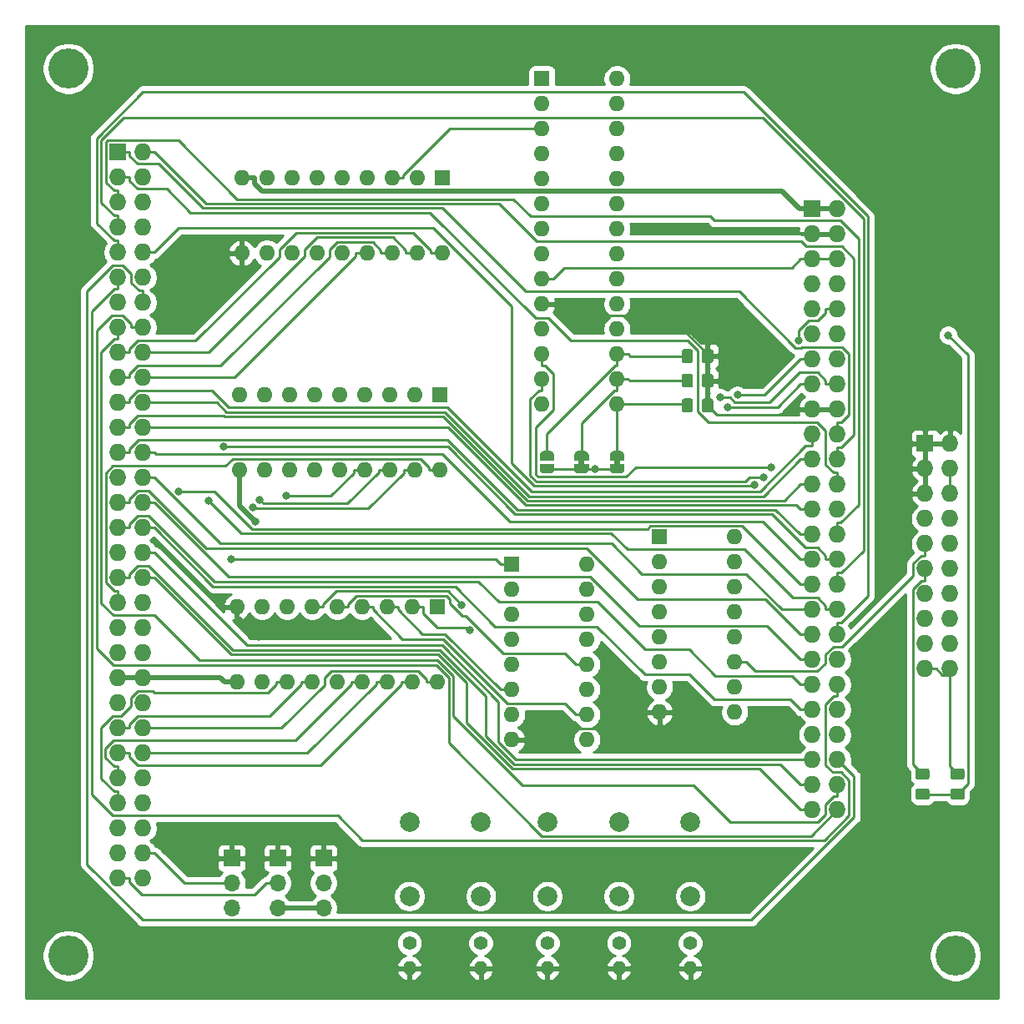
<source format=gbr>
G04 #@! TF.GenerationSoftware,KiCad,Pcbnew,(5.1.5-0-10_14)*
G04 #@! TF.CreationDate,2020-06-17T20:54:46+02:00*
G04 #@! TF.ProjectId,BROSE_LAWO_Adapter,42524f53-455f-44c4-9157-4f5f41646170,rev?*
G04 #@! TF.SameCoordinates,Original*
G04 #@! TF.FileFunction,Copper,L1,Top*
G04 #@! TF.FilePolarity,Positive*
%FSLAX46Y46*%
G04 Gerber Fmt 4.6, Leading zero omitted, Abs format (unit mm)*
G04 Created by KiCad (PCBNEW (5.1.5-0-10_14)) date 2020-06-17 20:54:46*
%MOMM*%
%LPD*%
G04 APERTURE LIST*
%ADD10C,4.064000*%
%ADD11O,1.727200X1.727200*%
%ADD12R,1.727200X1.727200*%
%ADD13O,1.600000X1.600000*%
%ADD14R,1.600000X1.600000*%
%ADD15C,0.100000*%
%ADD16O,1.400000X1.400000*%
%ADD17C,1.400000*%
%ADD18C,2.000000*%
%ADD19O,1.700000X1.700000*%
%ADD20R,1.700000X1.700000*%
%ADD21C,0.800000*%
%ADD22C,0.250000*%
%ADD23C,0.500000*%
%ADD24C,0.254000*%
G04 APERTURE END LIST*
D10*
X108000000Y-18000000D03*
X108000000Y-108000000D03*
X18000000Y-108000000D03*
X18000000Y-18000000D03*
D11*
X107442000Y-78914000D03*
X104902000Y-78914000D03*
X107442000Y-76374000D03*
X104902000Y-76374000D03*
X107442000Y-73834000D03*
X104902000Y-73834000D03*
X107442000Y-71294000D03*
X104902000Y-71294000D03*
X107442000Y-68754000D03*
X104902000Y-68754000D03*
X107442000Y-66214000D03*
X104902000Y-66214000D03*
X107442000Y-63674000D03*
X104902000Y-63674000D03*
X107442000Y-61134000D03*
X104902000Y-61134000D03*
X107442000Y-58594000D03*
X104902000Y-58594000D03*
X107442000Y-56054000D03*
D12*
X104902000Y-56054000D03*
D13*
X85598000Y-65532000D03*
X77978000Y-83312000D03*
X85598000Y-68072000D03*
X77978000Y-80772000D03*
X85598000Y-70612000D03*
X77978000Y-78232000D03*
X85598000Y-73152000D03*
X77978000Y-75692000D03*
X85598000Y-75692000D03*
X77978000Y-73152000D03*
X85598000Y-78232000D03*
X77978000Y-70612000D03*
X85598000Y-80772000D03*
X77978000Y-68072000D03*
X85598000Y-83312000D03*
D14*
X77978000Y-65532000D03*
D13*
X70612000Y-68326000D03*
X62992000Y-86106000D03*
X70612000Y-70866000D03*
X62992000Y-83566000D03*
X70612000Y-73406000D03*
X62992000Y-81026000D03*
X70612000Y-75946000D03*
X62992000Y-78486000D03*
X70612000Y-78486000D03*
X62992000Y-75946000D03*
X70612000Y-81026000D03*
X62992000Y-73406000D03*
X70612000Y-83566000D03*
X62992000Y-70866000D03*
X70612000Y-86106000D03*
D14*
X62992000Y-68326000D03*
D13*
X73660000Y-19050000D03*
X66040000Y-52070000D03*
X73660000Y-21590000D03*
X66040000Y-49530000D03*
X73660000Y-24130000D03*
X66040000Y-46990000D03*
X73660000Y-26670000D03*
X66040000Y-44450000D03*
X73660000Y-29210000D03*
X66040000Y-41910000D03*
X73660000Y-31750000D03*
X66040000Y-39370000D03*
X73660000Y-34290000D03*
X66040000Y-36830000D03*
X73660000Y-36830000D03*
X66040000Y-34290000D03*
X73660000Y-39370000D03*
X66040000Y-31750000D03*
X73660000Y-41910000D03*
X66040000Y-29210000D03*
X73660000Y-44450000D03*
X66040000Y-26670000D03*
X73660000Y-46990000D03*
X66040000Y-24130000D03*
X73660000Y-49530000D03*
X66040000Y-21590000D03*
X73660000Y-52070000D03*
D14*
X66040000Y-19050000D03*
G04 #@! TA.AperFunction,SMDPad,CuDef*
D15*
G36*
X108678505Y-91049204D02*
G01*
X108702773Y-91052804D01*
X108726572Y-91058765D01*
X108749671Y-91067030D01*
X108771850Y-91077520D01*
X108792893Y-91090132D01*
X108812599Y-91104747D01*
X108830777Y-91121223D01*
X108847253Y-91139401D01*
X108861868Y-91159107D01*
X108874480Y-91180150D01*
X108884970Y-91202329D01*
X108893235Y-91225428D01*
X108899196Y-91249227D01*
X108902796Y-91273495D01*
X108904000Y-91297999D01*
X108904000Y-91948001D01*
X108902796Y-91972505D01*
X108899196Y-91996773D01*
X108893235Y-92020572D01*
X108884970Y-92043671D01*
X108874480Y-92065850D01*
X108861868Y-92086893D01*
X108847253Y-92106599D01*
X108830777Y-92124777D01*
X108812599Y-92141253D01*
X108792893Y-92155868D01*
X108771850Y-92168480D01*
X108749671Y-92178970D01*
X108726572Y-92187235D01*
X108702773Y-92193196D01*
X108678505Y-92196796D01*
X108654001Y-92198000D01*
X107753999Y-92198000D01*
X107729495Y-92196796D01*
X107705227Y-92193196D01*
X107681428Y-92187235D01*
X107658329Y-92178970D01*
X107636150Y-92168480D01*
X107615107Y-92155868D01*
X107595401Y-92141253D01*
X107577223Y-92124777D01*
X107560747Y-92106599D01*
X107546132Y-92086893D01*
X107533520Y-92065850D01*
X107523030Y-92043671D01*
X107514765Y-92020572D01*
X107508804Y-91996773D01*
X107505204Y-91972505D01*
X107504000Y-91948001D01*
X107504000Y-91297999D01*
X107505204Y-91273495D01*
X107508804Y-91249227D01*
X107514765Y-91225428D01*
X107523030Y-91202329D01*
X107533520Y-91180150D01*
X107546132Y-91159107D01*
X107560747Y-91139401D01*
X107577223Y-91121223D01*
X107595401Y-91104747D01*
X107615107Y-91090132D01*
X107636150Y-91077520D01*
X107658329Y-91067030D01*
X107681428Y-91058765D01*
X107705227Y-91052804D01*
X107729495Y-91049204D01*
X107753999Y-91048000D01*
X108654001Y-91048000D01*
X108678505Y-91049204D01*
G37*
G04 #@! TD.AperFunction*
G04 #@! TA.AperFunction,SMDPad,CuDef*
G36*
X108678505Y-88999204D02*
G01*
X108702773Y-89002804D01*
X108726572Y-89008765D01*
X108749671Y-89017030D01*
X108771850Y-89027520D01*
X108792893Y-89040132D01*
X108812599Y-89054747D01*
X108830777Y-89071223D01*
X108847253Y-89089401D01*
X108861868Y-89109107D01*
X108874480Y-89130150D01*
X108884970Y-89152329D01*
X108893235Y-89175428D01*
X108899196Y-89199227D01*
X108902796Y-89223495D01*
X108904000Y-89247999D01*
X108904000Y-89898001D01*
X108902796Y-89922505D01*
X108899196Y-89946773D01*
X108893235Y-89970572D01*
X108884970Y-89993671D01*
X108874480Y-90015850D01*
X108861868Y-90036893D01*
X108847253Y-90056599D01*
X108830777Y-90074777D01*
X108812599Y-90091253D01*
X108792893Y-90105868D01*
X108771850Y-90118480D01*
X108749671Y-90128970D01*
X108726572Y-90137235D01*
X108702773Y-90143196D01*
X108678505Y-90146796D01*
X108654001Y-90148000D01*
X107753999Y-90148000D01*
X107729495Y-90146796D01*
X107705227Y-90143196D01*
X107681428Y-90137235D01*
X107658329Y-90128970D01*
X107636150Y-90118480D01*
X107615107Y-90105868D01*
X107595401Y-90091253D01*
X107577223Y-90074777D01*
X107560747Y-90056599D01*
X107546132Y-90036893D01*
X107533520Y-90015850D01*
X107523030Y-89993671D01*
X107514765Y-89970572D01*
X107508804Y-89946773D01*
X107505204Y-89922505D01*
X107504000Y-89898001D01*
X107504000Y-89247999D01*
X107505204Y-89223495D01*
X107508804Y-89199227D01*
X107514765Y-89175428D01*
X107523030Y-89152329D01*
X107533520Y-89130150D01*
X107546132Y-89109107D01*
X107560747Y-89089401D01*
X107577223Y-89071223D01*
X107595401Y-89054747D01*
X107615107Y-89040132D01*
X107636150Y-89027520D01*
X107658329Y-89017030D01*
X107681428Y-89008765D01*
X107705227Y-89002804D01*
X107729495Y-88999204D01*
X107753999Y-88998000D01*
X108654001Y-88998000D01*
X108678505Y-88999204D01*
G37*
G04 #@! TD.AperFunction*
G04 #@! TA.AperFunction,SMDPad,CuDef*
G36*
X105122505Y-88999204D02*
G01*
X105146773Y-89002804D01*
X105170572Y-89008765D01*
X105193671Y-89017030D01*
X105215850Y-89027520D01*
X105236893Y-89040132D01*
X105256599Y-89054747D01*
X105274777Y-89071223D01*
X105291253Y-89089401D01*
X105305868Y-89109107D01*
X105318480Y-89130150D01*
X105328970Y-89152329D01*
X105337235Y-89175428D01*
X105343196Y-89199227D01*
X105346796Y-89223495D01*
X105348000Y-89247999D01*
X105348000Y-89898001D01*
X105346796Y-89922505D01*
X105343196Y-89946773D01*
X105337235Y-89970572D01*
X105328970Y-89993671D01*
X105318480Y-90015850D01*
X105305868Y-90036893D01*
X105291253Y-90056599D01*
X105274777Y-90074777D01*
X105256599Y-90091253D01*
X105236893Y-90105868D01*
X105215850Y-90118480D01*
X105193671Y-90128970D01*
X105170572Y-90137235D01*
X105146773Y-90143196D01*
X105122505Y-90146796D01*
X105098001Y-90148000D01*
X104197999Y-90148000D01*
X104173495Y-90146796D01*
X104149227Y-90143196D01*
X104125428Y-90137235D01*
X104102329Y-90128970D01*
X104080150Y-90118480D01*
X104059107Y-90105868D01*
X104039401Y-90091253D01*
X104021223Y-90074777D01*
X104004747Y-90056599D01*
X103990132Y-90036893D01*
X103977520Y-90015850D01*
X103967030Y-89993671D01*
X103958765Y-89970572D01*
X103952804Y-89946773D01*
X103949204Y-89922505D01*
X103948000Y-89898001D01*
X103948000Y-89247999D01*
X103949204Y-89223495D01*
X103952804Y-89199227D01*
X103958765Y-89175428D01*
X103967030Y-89152329D01*
X103977520Y-89130150D01*
X103990132Y-89109107D01*
X104004747Y-89089401D01*
X104021223Y-89071223D01*
X104039401Y-89054747D01*
X104059107Y-89040132D01*
X104080150Y-89027520D01*
X104102329Y-89017030D01*
X104125428Y-89008765D01*
X104149227Y-89002804D01*
X104173495Y-88999204D01*
X104197999Y-88998000D01*
X105098001Y-88998000D01*
X105122505Y-88999204D01*
G37*
G04 #@! TD.AperFunction*
G04 #@! TA.AperFunction,SMDPad,CuDef*
G36*
X105122505Y-91049204D02*
G01*
X105146773Y-91052804D01*
X105170572Y-91058765D01*
X105193671Y-91067030D01*
X105215850Y-91077520D01*
X105236893Y-91090132D01*
X105256599Y-91104747D01*
X105274777Y-91121223D01*
X105291253Y-91139401D01*
X105305868Y-91159107D01*
X105318480Y-91180150D01*
X105328970Y-91202329D01*
X105337235Y-91225428D01*
X105343196Y-91249227D01*
X105346796Y-91273495D01*
X105348000Y-91297999D01*
X105348000Y-91948001D01*
X105346796Y-91972505D01*
X105343196Y-91996773D01*
X105337235Y-92020572D01*
X105328970Y-92043671D01*
X105318480Y-92065850D01*
X105305868Y-92086893D01*
X105291253Y-92106599D01*
X105274777Y-92124777D01*
X105256599Y-92141253D01*
X105236893Y-92155868D01*
X105215850Y-92168480D01*
X105193671Y-92178970D01*
X105170572Y-92187235D01*
X105146773Y-92193196D01*
X105122505Y-92196796D01*
X105098001Y-92198000D01*
X104197999Y-92198000D01*
X104173495Y-92196796D01*
X104149227Y-92193196D01*
X104125428Y-92187235D01*
X104102329Y-92178970D01*
X104080150Y-92168480D01*
X104059107Y-92155868D01*
X104039401Y-92141253D01*
X104021223Y-92124777D01*
X104004747Y-92106599D01*
X103990132Y-92086893D01*
X103977520Y-92065850D01*
X103967030Y-92043671D01*
X103958765Y-92020572D01*
X103952804Y-91996773D01*
X103949204Y-91972505D01*
X103948000Y-91948001D01*
X103948000Y-91297999D01*
X103949204Y-91273495D01*
X103952804Y-91249227D01*
X103958765Y-91225428D01*
X103967030Y-91202329D01*
X103977520Y-91180150D01*
X103990132Y-91159107D01*
X104004747Y-91139401D01*
X104021223Y-91121223D01*
X104039401Y-91104747D01*
X104059107Y-91090132D01*
X104080150Y-91077520D01*
X104102329Y-91067030D01*
X104125428Y-91058765D01*
X104149227Y-91052804D01*
X104173495Y-91049204D01*
X104197999Y-91048000D01*
X105098001Y-91048000D01*
X105122505Y-91049204D01*
G37*
G04 #@! TD.AperFunction*
D16*
X52590000Y-109270000D03*
D17*
X52590000Y-106730000D03*
D16*
X59840000Y-109270000D03*
D17*
X59840000Y-106730000D03*
D16*
X66590000Y-109270000D03*
D17*
X66590000Y-106730000D03*
D16*
X73840000Y-109270000D03*
D17*
X73840000Y-106730000D03*
D16*
X81090000Y-109270000D03*
D17*
X81090000Y-106730000D03*
G04 #@! TA.AperFunction,SMDPad,CuDef*
D15*
G36*
X83195805Y-46480504D02*
G01*
X83220073Y-46484104D01*
X83243872Y-46490065D01*
X83266971Y-46498330D01*
X83289150Y-46508820D01*
X83310193Y-46521432D01*
X83329899Y-46536047D01*
X83348077Y-46552523D01*
X83364553Y-46570701D01*
X83379168Y-46590407D01*
X83391780Y-46611450D01*
X83402270Y-46633629D01*
X83410535Y-46656728D01*
X83416496Y-46680527D01*
X83420096Y-46704795D01*
X83421300Y-46729299D01*
X83421300Y-47629301D01*
X83420096Y-47653805D01*
X83416496Y-47678073D01*
X83410535Y-47701872D01*
X83402270Y-47724971D01*
X83391780Y-47747150D01*
X83379168Y-47768193D01*
X83364553Y-47787899D01*
X83348077Y-47806077D01*
X83329899Y-47822553D01*
X83310193Y-47837168D01*
X83289150Y-47849780D01*
X83266971Y-47860270D01*
X83243872Y-47868535D01*
X83220073Y-47874496D01*
X83195805Y-47878096D01*
X83171301Y-47879300D01*
X82521299Y-47879300D01*
X82496795Y-47878096D01*
X82472527Y-47874496D01*
X82448728Y-47868535D01*
X82425629Y-47860270D01*
X82403450Y-47849780D01*
X82382407Y-47837168D01*
X82362701Y-47822553D01*
X82344523Y-47806077D01*
X82328047Y-47787899D01*
X82313432Y-47768193D01*
X82300820Y-47747150D01*
X82290330Y-47724971D01*
X82282065Y-47701872D01*
X82276104Y-47678073D01*
X82272504Y-47653805D01*
X82271300Y-47629301D01*
X82271300Y-46729299D01*
X82272504Y-46704795D01*
X82276104Y-46680527D01*
X82282065Y-46656728D01*
X82290330Y-46633629D01*
X82300820Y-46611450D01*
X82313432Y-46590407D01*
X82328047Y-46570701D01*
X82344523Y-46552523D01*
X82362701Y-46536047D01*
X82382407Y-46521432D01*
X82403450Y-46508820D01*
X82425629Y-46498330D01*
X82448728Y-46490065D01*
X82472527Y-46484104D01*
X82496795Y-46480504D01*
X82521299Y-46479300D01*
X83171301Y-46479300D01*
X83195805Y-46480504D01*
G37*
G04 #@! TD.AperFunction*
G04 #@! TA.AperFunction,SMDPad,CuDef*
G36*
X81145805Y-46480504D02*
G01*
X81170073Y-46484104D01*
X81193872Y-46490065D01*
X81216971Y-46498330D01*
X81239150Y-46508820D01*
X81260193Y-46521432D01*
X81279899Y-46536047D01*
X81298077Y-46552523D01*
X81314553Y-46570701D01*
X81329168Y-46590407D01*
X81341780Y-46611450D01*
X81352270Y-46633629D01*
X81360535Y-46656728D01*
X81366496Y-46680527D01*
X81370096Y-46704795D01*
X81371300Y-46729299D01*
X81371300Y-47629301D01*
X81370096Y-47653805D01*
X81366496Y-47678073D01*
X81360535Y-47701872D01*
X81352270Y-47724971D01*
X81341780Y-47747150D01*
X81329168Y-47768193D01*
X81314553Y-47787899D01*
X81298077Y-47806077D01*
X81279899Y-47822553D01*
X81260193Y-47837168D01*
X81239150Y-47849780D01*
X81216971Y-47860270D01*
X81193872Y-47868535D01*
X81170073Y-47874496D01*
X81145805Y-47878096D01*
X81121301Y-47879300D01*
X80471299Y-47879300D01*
X80446795Y-47878096D01*
X80422527Y-47874496D01*
X80398728Y-47868535D01*
X80375629Y-47860270D01*
X80353450Y-47849780D01*
X80332407Y-47837168D01*
X80312701Y-47822553D01*
X80294523Y-47806077D01*
X80278047Y-47787899D01*
X80263432Y-47768193D01*
X80250820Y-47747150D01*
X80240330Y-47724971D01*
X80232065Y-47701872D01*
X80226104Y-47678073D01*
X80222504Y-47653805D01*
X80221300Y-47629301D01*
X80221300Y-46729299D01*
X80222504Y-46704795D01*
X80226104Y-46680527D01*
X80232065Y-46656728D01*
X80240330Y-46633629D01*
X80250820Y-46611450D01*
X80263432Y-46590407D01*
X80278047Y-46570701D01*
X80294523Y-46552523D01*
X80312701Y-46536047D01*
X80332407Y-46521432D01*
X80353450Y-46508820D01*
X80375629Y-46498330D01*
X80398728Y-46490065D01*
X80422527Y-46484104D01*
X80446795Y-46480504D01*
X80471299Y-46479300D01*
X81121301Y-46479300D01*
X81145805Y-46480504D01*
G37*
G04 #@! TD.AperFunction*
G04 #@! TA.AperFunction,SMDPad,CuDef*
G36*
X83195805Y-48980504D02*
G01*
X83220073Y-48984104D01*
X83243872Y-48990065D01*
X83266971Y-48998330D01*
X83289150Y-49008820D01*
X83310193Y-49021432D01*
X83329899Y-49036047D01*
X83348077Y-49052523D01*
X83364553Y-49070701D01*
X83379168Y-49090407D01*
X83391780Y-49111450D01*
X83402270Y-49133629D01*
X83410535Y-49156728D01*
X83416496Y-49180527D01*
X83420096Y-49204795D01*
X83421300Y-49229299D01*
X83421300Y-50129301D01*
X83420096Y-50153805D01*
X83416496Y-50178073D01*
X83410535Y-50201872D01*
X83402270Y-50224971D01*
X83391780Y-50247150D01*
X83379168Y-50268193D01*
X83364553Y-50287899D01*
X83348077Y-50306077D01*
X83329899Y-50322553D01*
X83310193Y-50337168D01*
X83289150Y-50349780D01*
X83266971Y-50360270D01*
X83243872Y-50368535D01*
X83220073Y-50374496D01*
X83195805Y-50378096D01*
X83171301Y-50379300D01*
X82521299Y-50379300D01*
X82496795Y-50378096D01*
X82472527Y-50374496D01*
X82448728Y-50368535D01*
X82425629Y-50360270D01*
X82403450Y-50349780D01*
X82382407Y-50337168D01*
X82362701Y-50322553D01*
X82344523Y-50306077D01*
X82328047Y-50287899D01*
X82313432Y-50268193D01*
X82300820Y-50247150D01*
X82290330Y-50224971D01*
X82282065Y-50201872D01*
X82276104Y-50178073D01*
X82272504Y-50153805D01*
X82271300Y-50129301D01*
X82271300Y-49229299D01*
X82272504Y-49204795D01*
X82276104Y-49180527D01*
X82282065Y-49156728D01*
X82290330Y-49133629D01*
X82300820Y-49111450D01*
X82313432Y-49090407D01*
X82328047Y-49070701D01*
X82344523Y-49052523D01*
X82362701Y-49036047D01*
X82382407Y-49021432D01*
X82403450Y-49008820D01*
X82425629Y-48998330D01*
X82448728Y-48990065D01*
X82472527Y-48984104D01*
X82496795Y-48980504D01*
X82521299Y-48979300D01*
X83171301Y-48979300D01*
X83195805Y-48980504D01*
G37*
G04 #@! TD.AperFunction*
G04 #@! TA.AperFunction,SMDPad,CuDef*
G36*
X81145805Y-48980504D02*
G01*
X81170073Y-48984104D01*
X81193872Y-48990065D01*
X81216971Y-48998330D01*
X81239150Y-49008820D01*
X81260193Y-49021432D01*
X81279899Y-49036047D01*
X81298077Y-49052523D01*
X81314553Y-49070701D01*
X81329168Y-49090407D01*
X81341780Y-49111450D01*
X81352270Y-49133629D01*
X81360535Y-49156728D01*
X81366496Y-49180527D01*
X81370096Y-49204795D01*
X81371300Y-49229299D01*
X81371300Y-50129301D01*
X81370096Y-50153805D01*
X81366496Y-50178073D01*
X81360535Y-50201872D01*
X81352270Y-50224971D01*
X81341780Y-50247150D01*
X81329168Y-50268193D01*
X81314553Y-50287899D01*
X81298077Y-50306077D01*
X81279899Y-50322553D01*
X81260193Y-50337168D01*
X81239150Y-50349780D01*
X81216971Y-50360270D01*
X81193872Y-50368535D01*
X81170073Y-50374496D01*
X81145805Y-50378096D01*
X81121301Y-50379300D01*
X80471299Y-50379300D01*
X80446795Y-50378096D01*
X80422527Y-50374496D01*
X80398728Y-50368535D01*
X80375629Y-50360270D01*
X80353450Y-50349780D01*
X80332407Y-50337168D01*
X80312701Y-50322553D01*
X80294523Y-50306077D01*
X80278047Y-50287899D01*
X80263432Y-50268193D01*
X80250820Y-50247150D01*
X80240330Y-50224971D01*
X80232065Y-50201872D01*
X80226104Y-50178073D01*
X80222504Y-50153805D01*
X80221300Y-50129301D01*
X80221300Y-49229299D01*
X80222504Y-49204795D01*
X80226104Y-49180527D01*
X80232065Y-49156728D01*
X80240330Y-49133629D01*
X80250820Y-49111450D01*
X80263432Y-49090407D01*
X80278047Y-49070701D01*
X80294523Y-49052523D01*
X80312701Y-49036047D01*
X80332407Y-49021432D01*
X80353450Y-49008820D01*
X80375629Y-48998330D01*
X80398728Y-48990065D01*
X80422527Y-48984104D01*
X80446795Y-48980504D01*
X80471299Y-48979300D01*
X81121301Y-48979300D01*
X81145805Y-48980504D01*
G37*
G04 #@! TD.AperFunction*
G04 #@! TA.AperFunction,SMDPad,CuDef*
G36*
X83195805Y-51480504D02*
G01*
X83220073Y-51484104D01*
X83243872Y-51490065D01*
X83266971Y-51498330D01*
X83289150Y-51508820D01*
X83310193Y-51521432D01*
X83329899Y-51536047D01*
X83348077Y-51552523D01*
X83364553Y-51570701D01*
X83379168Y-51590407D01*
X83391780Y-51611450D01*
X83402270Y-51633629D01*
X83410535Y-51656728D01*
X83416496Y-51680527D01*
X83420096Y-51704795D01*
X83421300Y-51729299D01*
X83421300Y-52629301D01*
X83420096Y-52653805D01*
X83416496Y-52678073D01*
X83410535Y-52701872D01*
X83402270Y-52724971D01*
X83391780Y-52747150D01*
X83379168Y-52768193D01*
X83364553Y-52787899D01*
X83348077Y-52806077D01*
X83329899Y-52822553D01*
X83310193Y-52837168D01*
X83289150Y-52849780D01*
X83266971Y-52860270D01*
X83243872Y-52868535D01*
X83220073Y-52874496D01*
X83195805Y-52878096D01*
X83171301Y-52879300D01*
X82521299Y-52879300D01*
X82496795Y-52878096D01*
X82472527Y-52874496D01*
X82448728Y-52868535D01*
X82425629Y-52860270D01*
X82403450Y-52849780D01*
X82382407Y-52837168D01*
X82362701Y-52822553D01*
X82344523Y-52806077D01*
X82328047Y-52787899D01*
X82313432Y-52768193D01*
X82300820Y-52747150D01*
X82290330Y-52724971D01*
X82282065Y-52701872D01*
X82276104Y-52678073D01*
X82272504Y-52653805D01*
X82271300Y-52629301D01*
X82271300Y-51729299D01*
X82272504Y-51704795D01*
X82276104Y-51680527D01*
X82282065Y-51656728D01*
X82290330Y-51633629D01*
X82300820Y-51611450D01*
X82313432Y-51590407D01*
X82328047Y-51570701D01*
X82344523Y-51552523D01*
X82362701Y-51536047D01*
X82382407Y-51521432D01*
X82403450Y-51508820D01*
X82425629Y-51498330D01*
X82448728Y-51490065D01*
X82472527Y-51484104D01*
X82496795Y-51480504D01*
X82521299Y-51479300D01*
X83171301Y-51479300D01*
X83195805Y-51480504D01*
G37*
G04 #@! TD.AperFunction*
G04 #@! TA.AperFunction,SMDPad,CuDef*
G36*
X81145805Y-51480504D02*
G01*
X81170073Y-51484104D01*
X81193872Y-51490065D01*
X81216971Y-51498330D01*
X81239150Y-51508820D01*
X81260193Y-51521432D01*
X81279899Y-51536047D01*
X81298077Y-51552523D01*
X81314553Y-51570701D01*
X81329168Y-51590407D01*
X81341780Y-51611450D01*
X81352270Y-51633629D01*
X81360535Y-51656728D01*
X81366496Y-51680527D01*
X81370096Y-51704795D01*
X81371300Y-51729299D01*
X81371300Y-52629301D01*
X81370096Y-52653805D01*
X81366496Y-52678073D01*
X81360535Y-52701872D01*
X81352270Y-52724971D01*
X81341780Y-52747150D01*
X81329168Y-52768193D01*
X81314553Y-52787899D01*
X81298077Y-52806077D01*
X81279899Y-52822553D01*
X81260193Y-52837168D01*
X81239150Y-52849780D01*
X81216971Y-52860270D01*
X81193872Y-52868535D01*
X81170073Y-52874496D01*
X81145805Y-52878096D01*
X81121301Y-52879300D01*
X80471299Y-52879300D01*
X80446795Y-52878096D01*
X80422527Y-52874496D01*
X80398728Y-52868535D01*
X80375629Y-52860270D01*
X80353450Y-52849780D01*
X80332407Y-52837168D01*
X80312701Y-52822553D01*
X80294523Y-52806077D01*
X80278047Y-52787899D01*
X80263432Y-52768193D01*
X80250820Y-52747150D01*
X80240330Y-52724971D01*
X80232065Y-52701872D01*
X80226104Y-52678073D01*
X80222504Y-52653805D01*
X80221300Y-52629301D01*
X80221300Y-51729299D01*
X80222504Y-51704795D01*
X80226104Y-51680527D01*
X80232065Y-51656728D01*
X80240330Y-51633629D01*
X80250820Y-51611450D01*
X80263432Y-51590407D01*
X80278047Y-51570701D01*
X80294523Y-51552523D01*
X80312701Y-51536047D01*
X80332407Y-51521432D01*
X80353450Y-51508820D01*
X80375629Y-51498330D01*
X80398728Y-51490065D01*
X80422527Y-51484104D01*
X80446795Y-51480504D01*
X80471299Y-51479300D01*
X81121301Y-51479300D01*
X81145805Y-51480504D01*
G37*
G04 #@! TD.AperFunction*
D18*
X52590000Y-94480000D03*
X52590000Y-101980000D03*
X59840000Y-94480000D03*
X59840000Y-101980000D03*
X66590000Y-94480000D03*
X66590000Y-101980000D03*
X73840000Y-94480000D03*
X73840000Y-101980000D03*
X81090000Y-94480000D03*
X81090000Y-101980000D03*
D13*
X55412000Y-80240000D03*
X35092000Y-72620000D03*
X52872000Y-80240000D03*
X37632000Y-72620000D03*
X50332000Y-80240000D03*
X40172000Y-72620000D03*
X47792000Y-80240000D03*
X42712000Y-72620000D03*
X45252000Y-80240000D03*
X45252000Y-72620000D03*
X42712000Y-80240000D03*
X47792000Y-72620000D03*
X40172000Y-80240000D03*
X50332000Y-72620000D03*
X37632000Y-80240000D03*
X52872000Y-72620000D03*
X35092000Y-80240000D03*
D14*
X55412000Y-72620000D03*
D13*
X55662000Y-58740000D03*
X35342000Y-51120000D03*
X53122000Y-58740000D03*
X37882000Y-51120000D03*
X50582000Y-58740000D03*
X40422000Y-51120000D03*
X48042000Y-58740000D03*
X42962000Y-51120000D03*
X45502000Y-58740000D03*
X45502000Y-51120000D03*
X42962000Y-58740000D03*
X48042000Y-51120000D03*
X40422000Y-58740000D03*
X50582000Y-51120000D03*
X37882000Y-58740000D03*
X53122000Y-51120000D03*
X35342000Y-58740000D03*
D14*
X55662000Y-51120000D03*
D13*
X55912000Y-36740000D03*
X35592000Y-29120000D03*
X53372000Y-36740000D03*
X38132000Y-29120000D03*
X50832000Y-36740000D03*
X40672000Y-29120000D03*
X48292000Y-36740000D03*
X43212000Y-29120000D03*
X45752000Y-36740000D03*
X45752000Y-29120000D03*
X43212000Y-36740000D03*
X48292000Y-29120000D03*
X40672000Y-36740000D03*
X50832000Y-29120000D03*
X38132000Y-36740000D03*
X53372000Y-29120000D03*
X35592000Y-36740000D03*
D14*
X55912000Y-29120000D03*
G04 #@! TA.AperFunction,SMDPad,CuDef*
D15*
G36*
X67298398Y-58596000D02*
G01*
X67298398Y-58620534D01*
X67293588Y-58669365D01*
X67284016Y-58717490D01*
X67269772Y-58764445D01*
X67250995Y-58809778D01*
X67227864Y-58853051D01*
X67200604Y-58893850D01*
X67169476Y-58931779D01*
X67134779Y-58966476D01*
X67096850Y-58997604D01*
X67056051Y-59024864D01*
X67012778Y-59047995D01*
X66967445Y-59066772D01*
X66920490Y-59081016D01*
X66872365Y-59090588D01*
X66823534Y-59095398D01*
X66799000Y-59095398D01*
X66799000Y-59096000D01*
X66299000Y-59096000D01*
X66299000Y-59095398D01*
X66274466Y-59095398D01*
X66225635Y-59090588D01*
X66177510Y-59081016D01*
X66130555Y-59066772D01*
X66085222Y-59047995D01*
X66041949Y-59024864D01*
X66001150Y-58997604D01*
X65963221Y-58966476D01*
X65928524Y-58931779D01*
X65897396Y-58893850D01*
X65870136Y-58853051D01*
X65847005Y-58809778D01*
X65828228Y-58764445D01*
X65813984Y-58717490D01*
X65804412Y-58669365D01*
X65799602Y-58620534D01*
X65799602Y-58596000D01*
X65799000Y-58596000D01*
X65799000Y-58096000D01*
X67299000Y-58096000D01*
X67299000Y-58596000D01*
X67298398Y-58596000D01*
G37*
G04 #@! TD.AperFunction*
G04 #@! TA.AperFunction,SMDPad,CuDef*
G36*
X65799000Y-57796000D02*
G01*
X65799000Y-57296000D01*
X65799602Y-57296000D01*
X65799602Y-57271466D01*
X65804412Y-57222635D01*
X65813984Y-57174510D01*
X65828228Y-57127555D01*
X65847005Y-57082222D01*
X65870136Y-57038949D01*
X65897396Y-56998150D01*
X65928524Y-56960221D01*
X65963221Y-56925524D01*
X66001150Y-56894396D01*
X66041949Y-56867136D01*
X66085222Y-56844005D01*
X66130555Y-56825228D01*
X66177510Y-56810984D01*
X66225635Y-56801412D01*
X66274466Y-56796602D01*
X66299000Y-56796602D01*
X66299000Y-56796000D01*
X66799000Y-56796000D01*
X66799000Y-56796602D01*
X66823534Y-56796602D01*
X66872365Y-56801412D01*
X66920490Y-56810984D01*
X66967445Y-56825228D01*
X67012778Y-56844005D01*
X67056051Y-56867136D01*
X67096850Y-56894396D01*
X67134779Y-56925524D01*
X67169476Y-56960221D01*
X67200604Y-56998150D01*
X67227864Y-57038949D01*
X67250995Y-57082222D01*
X67269772Y-57127555D01*
X67284016Y-57174510D01*
X67293588Y-57222635D01*
X67298398Y-57271466D01*
X67298398Y-57296000D01*
X67299000Y-57296000D01*
X67299000Y-57796000D01*
X65799000Y-57796000D01*
G37*
G04 #@! TD.AperFunction*
G04 #@! TA.AperFunction,SMDPad,CuDef*
G36*
X70798398Y-58596000D02*
G01*
X70798398Y-58620534D01*
X70793588Y-58669365D01*
X70784016Y-58717490D01*
X70769772Y-58764445D01*
X70750995Y-58809778D01*
X70727864Y-58853051D01*
X70700604Y-58893850D01*
X70669476Y-58931779D01*
X70634779Y-58966476D01*
X70596850Y-58997604D01*
X70556051Y-59024864D01*
X70512778Y-59047995D01*
X70467445Y-59066772D01*
X70420490Y-59081016D01*
X70372365Y-59090588D01*
X70323534Y-59095398D01*
X70299000Y-59095398D01*
X70299000Y-59096000D01*
X69799000Y-59096000D01*
X69799000Y-59095398D01*
X69774466Y-59095398D01*
X69725635Y-59090588D01*
X69677510Y-59081016D01*
X69630555Y-59066772D01*
X69585222Y-59047995D01*
X69541949Y-59024864D01*
X69501150Y-58997604D01*
X69463221Y-58966476D01*
X69428524Y-58931779D01*
X69397396Y-58893850D01*
X69370136Y-58853051D01*
X69347005Y-58809778D01*
X69328228Y-58764445D01*
X69313984Y-58717490D01*
X69304412Y-58669365D01*
X69299602Y-58620534D01*
X69299602Y-58596000D01*
X69299000Y-58596000D01*
X69299000Y-58096000D01*
X70799000Y-58096000D01*
X70799000Y-58596000D01*
X70798398Y-58596000D01*
G37*
G04 #@! TD.AperFunction*
G04 #@! TA.AperFunction,SMDPad,CuDef*
G36*
X70349000Y-57796000D02*
G01*
X70349000Y-58196000D01*
X69749000Y-58196000D01*
X69749000Y-57796000D01*
X69299000Y-57796000D01*
X69299000Y-57296000D01*
X69299602Y-57296000D01*
X69299602Y-57271466D01*
X69304412Y-57222635D01*
X69313984Y-57174510D01*
X69328228Y-57127555D01*
X69347005Y-57082222D01*
X69370136Y-57038949D01*
X69397396Y-56998150D01*
X69428524Y-56960221D01*
X69463221Y-56925524D01*
X69501150Y-56894396D01*
X69541949Y-56867136D01*
X69585222Y-56844005D01*
X69630555Y-56825228D01*
X69677510Y-56810984D01*
X69725635Y-56801412D01*
X69774466Y-56796602D01*
X69799000Y-56796602D01*
X69799000Y-56796000D01*
X70299000Y-56796000D01*
X70299000Y-56796602D01*
X70323534Y-56796602D01*
X70372365Y-56801412D01*
X70420490Y-56810984D01*
X70467445Y-56825228D01*
X70512778Y-56844005D01*
X70556051Y-56867136D01*
X70596850Y-56894396D01*
X70634779Y-56925524D01*
X70669476Y-56960221D01*
X70700604Y-56998150D01*
X70727864Y-57038949D01*
X70750995Y-57082222D01*
X70769772Y-57127555D01*
X70784016Y-57174510D01*
X70793588Y-57222635D01*
X70798398Y-57271466D01*
X70798398Y-57296000D01*
X70799000Y-57296000D01*
X70799000Y-57796000D01*
X70349000Y-57796000D01*
G37*
G04 #@! TD.AperFunction*
G04 #@! TA.AperFunction,SMDPad,CuDef*
G36*
X74409398Y-58596000D02*
G01*
X74409398Y-58620534D01*
X74404588Y-58669365D01*
X74395016Y-58717490D01*
X74380772Y-58764445D01*
X74361995Y-58809778D01*
X74338864Y-58853051D01*
X74311604Y-58893850D01*
X74280476Y-58931779D01*
X74245779Y-58966476D01*
X74207850Y-58997604D01*
X74167051Y-59024864D01*
X74123778Y-59047995D01*
X74078445Y-59066772D01*
X74031490Y-59081016D01*
X73983365Y-59090588D01*
X73934534Y-59095398D01*
X73910000Y-59095398D01*
X73910000Y-59096000D01*
X73410000Y-59096000D01*
X73410000Y-59095398D01*
X73385466Y-59095398D01*
X73336635Y-59090588D01*
X73288510Y-59081016D01*
X73241555Y-59066772D01*
X73196222Y-59047995D01*
X73152949Y-59024864D01*
X73112150Y-58997604D01*
X73074221Y-58966476D01*
X73039524Y-58931779D01*
X73008396Y-58893850D01*
X72981136Y-58853051D01*
X72958005Y-58809778D01*
X72939228Y-58764445D01*
X72924984Y-58717490D01*
X72915412Y-58669365D01*
X72910602Y-58620534D01*
X72910602Y-58596000D01*
X72910000Y-58596000D01*
X72910000Y-58096000D01*
X74410000Y-58096000D01*
X74410000Y-58596000D01*
X74409398Y-58596000D01*
G37*
G04 #@! TD.AperFunction*
G04 #@! TA.AperFunction,SMDPad,CuDef*
G36*
X73960000Y-57796000D02*
G01*
X73960000Y-58196000D01*
X73360000Y-58196000D01*
X73360000Y-57796000D01*
X72910000Y-57796000D01*
X72910000Y-57296000D01*
X72910602Y-57296000D01*
X72910602Y-57271466D01*
X72915412Y-57222635D01*
X72924984Y-57174510D01*
X72939228Y-57127555D01*
X72958005Y-57082222D01*
X72981136Y-57038949D01*
X73008396Y-56998150D01*
X73039524Y-56960221D01*
X73074221Y-56925524D01*
X73112150Y-56894396D01*
X73152949Y-56867136D01*
X73196222Y-56844005D01*
X73241555Y-56825228D01*
X73288510Y-56810984D01*
X73336635Y-56801412D01*
X73385466Y-56796602D01*
X73410000Y-56796602D01*
X73410000Y-56796000D01*
X73910000Y-56796000D01*
X73910000Y-56796602D01*
X73934534Y-56796602D01*
X73983365Y-56801412D01*
X74031490Y-56810984D01*
X74078445Y-56825228D01*
X74123778Y-56844005D01*
X74167051Y-56867136D01*
X74207850Y-56894396D01*
X74245779Y-56925524D01*
X74280476Y-56960221D01*
X74311604Y-56998150D01*
X74338864Y-57038949D01*
X74361995Y-57082222D01*
X74380772Y-57127555D01*
X74395016Y-57174510D01*
X74404588Y-57222635D01*
X74409398Y-57271466D01*
X74409398Y-57296000D01*
X74410000Y-57296000D01*
X74410000Y-57796000D01*
X73960000Y-57796000D01*
G37*
G04 #@! TD.AperFunction*
D19*
X43870000Y-103184000D03*
X43870000Y-100644000D03*
D20*
X43870000Y-98104000D03*
D19*
X39220000Y-103184000D03*
X39220000Y-100644000D03*
D20*
X39220000Y-98104000D03*
D19*
X34570000Y-103184000D03*
X34570000Y-100644000D03*
D20*
X34570000Y-98104000D03*
D11*
X96012000Y-93218000D03*
X93472000Y-93218000D03*
X96012000Y-90678000D03*
X93472000Y-90678000D03*
X96012000Y-88138000D03*
X93472000Y-88138000D03*
X96012000Y-85598000D03*
X93472000Y-85598000D03*
X96012000Y-83058000D03*
X93472000Y-83058000D03*
X96012000Y-80518000D03*
X93472000Y-80518000D03*
X96012000Y-77978000D03*
X93472000Y-77978000D03*
X96012000Y-75438000D03*
X93472000Y-75438000D03*
X96012000Y-72898000D03*
X93472000Y-72898000D03*
X96012000Y-70358000D03*
X93472000Y-70358000D03*
X96012000Y-67818000D03*
X93472000Y-67818000D03*
X96012000Y-65278000D03*
X93472000Y-65278000D03*
X96012000Y-62738000D03*
X93472000Y-62738000D03*
X96012000Y-60198000D03*
X93472000Y-60198000D03*
X96012000Y-57658000D03*
X93472000Y-57658000D03*
X96012000Y-55118000D03*
X93472000Y-55118000D03*
X96012000Y-52578000D03*
X93472000Y-52578000D03*
X96012000Y-50038000D03*
X93472000Y-50038000D03*
X96012000Y-47498000D03*
X93472000Y-47498000D03*
X96012000Y-44958000D03*
X93472000Y-44958000D03*
X96012000Y-42418000D03*
X93472000Y-42418000D03*
X96012000Y-39878000D03*
X93472000Y-39878000D03*
X96012000Y-37338000D03*
X93472000Y-37338000D03*
X96012000Y-34798000D03*
X93472000Y-34798000D03*
X96012000Y-32258000D03*
D12*
X93472000Y-32258000D03*
D11*
X25540000Y-100160000D03*
X23000000Y-100160000D03*
X25540000Y-97620000D03*
X23000000Y-97620000D03*
X25540000Y-95080000D03*
X23000000Y-95080000D03*
X25540000Y-92540000D03*
X23000000Y-92540000D03*
X25540000Y-90000000D03*
X23000000Y-90000000D03*
X25540000Y-87460000D03*
X23000000Y-87460000D03*
X25540000Y-84920000D03*
X23000000Y-84920000D03*
X25540000Y-82380000D03*
X23000000Y-82380000D03*
X25540000Y-79840000D03*
X23000000Y-79840000D03*
X25540000Y-77300000D03*
X23000000Y-77300000D03*
X25540000Y-74760000D03*
X23000000Y-74760000D03*
X25540000Y-72220000D03*
X23000000Y-72220000D03*
X25540000Y-69680000D03*
X23000000Y-69680000D03*
X25540000Y-67140000D03*
X23000000Y-67140000D03*
X25540000Y-64600000D03*
X23000000Y-64600000D03*
X25540000Y-62060000D03*
X23000000Y-62060000D03*
X25540000Y-59520000D03*
X23000000Y-59520000D03*
X25540000Y-56980000D03*
X23000000Y-56980000D03*
X25540000Y-54440000D03*
X23000000Y-54440000D03*
X25540000Y-51900000D03*
X23000000Y-51900000D03*
X25540000Y-49360000D03*
X23000000Y-49360000D03*
X25540000Y-46820000D03*
X23000000Y-46820000D03*
X25540000Y-44280000D03*
X23000000Y-44280000D03*
X25540000Y-41740000D03*
X23000000Y-41740000D03*
X25540000Y-39200000D03*
X23000000Y-39200000D03*
X25540000Y-36660000D03*
X23000000Y-36660000D03*
X25540000Y-34120000D03*
X23000000Y-34120000D03*
X25540000Y-31580000D03*
X23000000Y-31580000D03*
X25540000Y-29040000D03*
X23000000Y-29040000D03*
X25540000Y-26500000D03*
D12*
X23000000Y-26500000D03*
D21*
X89311000Y-58478300D03*
X88517000Y-59494200D03*
X71427200Y-58596000D03*
X34539200Y-67810600D03*
X36946700Y-63978300D03*
X37331700Y-75691700D03*
X80772000Y-42799000D03*
X101600000Y-47498000D03*
X105791000Y-27051000D03*
X81407000Y-17018000D03*
X35592000Y-38830000D03*
X30607000Y-96774000D03*
X41021000Y-95504000D03*
X70485000Y-102870000D03*
X48895000Y-106680000D03*
X66040000Y-83947000D03*
X77978000Y-86741000D03*
X40110400Y-61385800D03*
X37429400Y-61769500D03*
X36745200Y-62527600D03*
X29174000Y-60917500D03*
X87573500Y-60219500D03*
X32206800Y-61857100D03*
X33711900Y-56385500D03*
X84150600Y-51395700D03*
X84853700Y-52384500D03*
X85879500Y-51126700D03*
X92057000Y-45633300D03*
X107241900Y-45062600D03*
X57919600Y-72401000D03*
X58706400Y-75013400D03*
D22*
X85598000Y-78232000D02*
X86723300Y-78232000D01*
X104902000Y-66214000D02*
X104902000Y-67402900D01*
X86723300Y-78232000D02*
X87658300Y-79167000D01*
X87658300Y-79167000D02*
X93986300Y-79167000D01*
X93986300Y-79167000D02*
X94823000Y-78330300D01*
X94823000Y-78330300D02*
X94823000Y-77463700D01*
X94823000Y-77463700D02*
X95640000Y-76646700D01*
X95640000Y-76646700D02*
X96518100Y-76646700D01*
X96518100Y-76646700D02*
X103713100Y-69451700D01*
X103713100Y-69451700D02*
X103713100Y-68220200D01*
X103713100Y-68220200D02*
X104530400Y-67402900D01*
X104530400Y-67402900D02*
X104902000Y-67402900D01*
X89311000Y-58478300D02*
X75549600Y-58478300D01*
X75549600Y-58478300D02*
X74587000Y-59440900D01*
X74587000Y-59440900D02*
X65679800Y-59440900D01*
X65679800Y-59440900D02*
X65451700Y-59212800D01*
X65451700Y-59212800D02*
X65451700Y-54395400D01*
X65451700Y-54395400D02*
X67180200Y-52666900D01*
X67180200Y-52666900D02*
X67180200Y-48974200D01*
X67180200Y-48974200D02*
X66321300Y-48115300D01*
X66321300Y-48115300D02*
X66040000Y-48115300D01*
X66040000Y-46990000D02*
X66040000Y-48115300D01*
X66040000Y-49530000D02*
X66040000Y-50655300D01*
X66040000Y-50655300D02*
X65758700Y-50655300D01*
X65758700Y-50655300D02*
X64862900Y-51551100D01*
X64862900Y-51551100D02*
X64862900Y-59318500D01*
X64862900Y-59318500D02*
X65463400Y-59919000D01*
X65463400Y-59919000D02*
X86648500Y-59919000D01*
X86648500Y-59919000D02*
X87073300Y-59494200D01*
X87073300Y-59494200D02*
X88517000Y-59494200D01*
X104902000Y-68754000D02*
X104902000Y-69942900D01*
X104648000Y-89573000D02*
X103686800Y-88611800D01*
X103686800Y-88611800D02*
X103686800Y-70797800D01*
X103686800Y-70797800D02*
X104541700Y-69942900D01*
X104541700Y-69942900D02*
X104902000Y-69942900D01*
X39220000Y-100644000D02*
X38044700Y-100644000D01*
X23000000Y-100160000D02*
X24188900Y-100160000D01*
X24188900Y-100160000D02*
X24188900Y-100531500D01*
X24188900Y-100531500D02*
X25476700Y-101819300D01*
X25476700Y-101819300D02*
X36869400Y-101819300D01*
X36869400Y-101819300D02*
X38044700Y-100644000D01*
X25540000Y-97620000D02*
X26728900Y-97620000D01*
X26728900Y-97620000D02*
X29752900Y-100644000D01*
X29752900Y-100644000D02*
X34570000Y-100644000D01*
X39046700Y-80240000D02*
X39046700Y-80521400D01*
X39046700Y-80521400D02*
X38202800Y-81365300D01*
X38202800Y-81365300D02*
X26728900Y-81365300D01*
X26728900Y-81365300D02*
X26537400Y-81173800D01*
X26537400Y-81173800D02*
X25042900Y-81173800D01*
X25042900Y-81173800D02*
X24351000Y-81865700D01*
X24351000Y-81865700D02*
X24351000Y-82711400D01*
X24351000Y-82711400D02*
X23331300Y-83731100D01*
X23331300Y-83731100D02*
X22504200Y-83731100D01*
X22504200Y-83731100D02*
X21317100Y-84918200D01*
X21317100Y-84918200D02*
X21317100Y-90039700D01*
X21317100Y-90039700D02*
X22628500Y-91351100D01*
X22628500Y-91351100D02*
X23000000Y-91351100D01*
X23000000Y-92540000D02*
X23000000Y-91351100D01*
X40172000Y-80240000D02*
X39046700Y-80240000D01*
X47792000Y-80240000D02*
X46666700Y-80240000D01*
X23000000Y-90000000D02*
X23000000Y-88811100D01*
X23000000Y-88811100D02*
X22628500Y-88811100D01*
X22628500Y-88811100D02*
X21767500Y-87950100D01*
X21767500Y-87950100D02*
X21767500Y-86973100D01*
X21767500Y-86973100D02*
X22550600Y-86190000D01*
X22550600Y-86190000D02*
X40998000Y-86190000D01*
X40998000Y-86190000D02*
X46666700Y-80521300D01*
X46666700Y-80521300D02*
X46666700Y-80240000D01*
X49206700Y-80240000D02*
X49206700Y-80444500D01*
X49206700Y-80444500D02*
X42191200Y-87460000D01*
X42191200Y-87460000D02*
X25540000Y-87460000D01*
X50332000Y-80240000D02*
X49206700Y-80240000D01*
X52872000Y-80240000D02*
X51746700Y-80240000D01*
X23000000Y-87460000D02*
X24188900Y-87460000D01*
X24188900Y-87460000D02*
X24188900Y-87831500D01*
X24188900Y-87831500D02*
X25022100Y-88664700D01*
X25022100Y-88664700D02*
X43603300Y-88664700D01*
X43603300Y-88664700D02*
X51746700Y-80521300D01*
X51746700Y-80521300D02*
X51746700Y-80240000D01*
X55412000Y-80240000D02*
X54286700Y-80240000D01*
X25540000Y-84920000D02*
X39626600Y-84920000D01*
X39626600Y-84920000D02*
X43982000Y-80564600D01*
X43982000Y-80564600D02*
X43982000Y-79839500D01*
X43982000Y-79839500D02*
X44706800Y-79114700D01*
X44706800Y-79114700D02*
X53442800Y-79114700D01*
X53442800Y-79114700D02*
X54286700Y-79958600D01*
X54286700Y-79958600D02*
X54286700Y-80240000D01*
X42712000Y-80240000D02*
X41586700Y-80240000D01*
X23000000Y-84920000D02*
X24188900Y-84920000D01*
X24188900Y-84920000D02*
X24188900Y-84548400D01*
X24188900Y-84548400D02*
X25006200Y-83731100D01*
X25006200Y-83731100D02*
X38376900Y-83731100D01*
X38376900Y-83731100D02*
X41586700Y-80521300D01*
X41586700Y-80521300D02*
X41586700Y-80240000D01*
X73660000Y-58596000D02*
X71427200Y-58596000D01*
X70049000Y-58596000D02*
X71427200Y-58596000D01*
X66040000Y-39370000D02*
X67165300Y-39370000D01*
X93472000Y-37338000D02*
X92283100Y-37338000D01*
X92283100Y-37338000D02*
X91376400Y-38244700D01*
X91376400Y-38244700D02*
X68290600Y-38244700D01*
X68290600Y-38244700D02*
X67165300Y-39370000D01*
X96012000Y-37338000D02*
X93472000Y-37338000D01*
X62992000Y-68326000D02*
X61866700Y-68326000D01*
X34539200Y-67810600D02*
X61351300Y-67810600D01*
X61351300Y-67810600D02*
X61866700Y-68326000D01*
X70049000Y-58596000D02*
X66549000Y-58596000D01*
X107442000Y-80102900D02*
X107442000Y-88811000D01*
X107442000Y-88811000D02*
X108204000Y-89573000D01*
X107442000Y-58594000D02*
X107442000Y-61134000D01*
X104902000Y-78914000D02*
X106090900Y-78914000D01*
X107442000Y-79508400D02*
X106685300Y-79508400D01*
X106685300Y-79508400D02*
X106090900Y-78914000D01*
X107442000Y-79508400D02*
X107442000Y-80102900D01*
X107442000Y-78914000D02*
X107442000Y-79508400D01*
D23*
X35342000Y-59990300D02*
X35342000Y-62373600D01*
X35342000Y-62373600D02*
X36946700Y-63978300D01*
X92158100Y-32258000D02*
X90380000Y-30479900D01*
X90380000Y-30479900D02*
X37655200Y-30479900D01*
X37655200Y-30479900D02*
X36842300Y-29667000D01*
X36842300Y-29667000D02*
X36842300Y-29120000D01*
X25540000Y-79840000D02*
X23000000Y-79840000D01*
X33841700Y-80240000D02*
X33441700Y-79840000D01*
X33441700Y-79840000D02*
X25540000Y-79840000D01*
X35342000Y-58740000D02*
X35342000Y-59990300D01*
X93472000Y-32258000D02*
X92158100Y-32258000D01*
X35592000Y-29120000D02*
X36842300Y-29120000D01*
X35092000Y-80240000D02*
X33841700Y-80240000D01*
X39220000Y-103184000D02*
X43870000Y-103184000D01*
X96012000Y-32258000D02*
X93472000Y-32258000D01*
D22*
X66040000Y-41910000D02*
X67165300Y-41910000D01*
X82846300Y-47179300D02*
X82846300Y-46984200D01*
X82846300Y-46984200D02*
X78897400Y-43035300D01*
X78897400Y-43035300D02*
X68290600Y-43035300D01*
X68290600Y-43035300D02*
X67165300Y-41910000D01*
X82846300Y-49679300D02*
X82846300Y-47179300D01*
X92283100Y-52578000D02*
X91720400Y-53140700D01*
X91720400Y-53140700D02*
X83807700Y-53140700D01*
X83807700Y-53140700D02*
X82846300Y-52179300D01*
X82846300Y-52179300D02*
X82846300Y-49679300D01*
X35092000Y-72620000D02*
X35092000Y-73745300D01*
X35092000Y-73745300D02*
X35385300Y-73745300D01*
X35385300Y-73745300D02*
X37331700Y-75691700D01*
X93472000Y-52578000D02*
X92283100Y-52578000D01*
X93472000Y-52578000D02*
X96012000Y-52578000D01*
X62992000Y-86106000D02*
X64117300Y-86106000D01*
X77978000Y-83312000D02*
X76852700Y-83312000D01*
X76852700Y-83312000D02*
X75184000Y-84980700D01*
X75184000Y-84980700D02*
X65242600Y-84980700D01*
X65242600Y-84980700D02*
X64117300Y-86106000D01*
X59840000Y-109270000D02*
X66590000Y-109270000D01*
X34570000Y-98104000D02*
X39220000Y-98104000D01*
X104902000Y-56054000D02*
X107442000Y-56054000D01*
X73840000Y-109270000D02*
X66590000Y-109270000D01*
X81090000Y-109270000D02*
X73840000Y-109270000D01*
X48042000Y-58740000D02*
X46916700Y-58740000D01*
X40110400Y-61385800D02*
X44552200Y-61385800D01*
X44552200Y-61385800D02*
X46916700Y-59021300D01*
X46916700Y-59021300D02*
X46916700Y-58740000D01*
X49456700Y-58740000D02*
X49456700Y-58944500D01*
X49456700Y-58944500D02*
X46269100Y-62132100D01*
X46269100Y-62132100D02*
X37792000Y-62132100D01*
X37792000Y-62132100D02*
X37429400Y-61769500D01*
X50582000Y-58740000D02*
X49456700Y-58740000D01*
X36745200Y-62527600D02*
X36825500Y-62607900D01*
X36825500Y-62607900D02*
X48410100Y-62607900D01*
X48410100Y-62607900D02*
X51996700Y-59021300D01*
X51996700Y-59021300D02*
X51996700Y-58740000D01*
X53122000Y-58740000D02*
X51996700Y-58740000D01*
X23000000Y-71031100D02*
X22628500Y-71031100D01*
X22628500Y-71031100D02*
X21771100Y-70173700D01*
X21771100Y-70173700D02*
X21771100Y-59063300D01*
X21771100Y-59063300D02*
X22506400Y-58328000D01*
X22506400Y-58328000D02*
X33955400Y-58328000D01*
X33955400Y-58328000D02*
X34668700Y-57614700D01*
X34668700Y-57614700D02*
X53692800Y-57614700D01*
X53692800Y-57614700D02*
X54536700Y-58458600D01*
X54536700Y-58458600D02*
X54536700Y-58740000D01*
X55662000Y-58740000D02*
X54536700Y-58740000D01*
X23000000Y-72220000D02*
X23000000Y-71031100D01*
X93472000Y-93218000D02*
X92283100Y-93218000D01*
X25540000Y-69680000D02*
X26728900Y-69680000D01*
X26728900Y-69680000D02*
X34493500Y-77444600D01*
X34493500Y-77444600D02*
X55502700Y-77444600D01*
X55502700Y-77444600D02*
X58408400Y-80350300D01*
X58408400Y-80350300D02*
X58408400Y-84412900D01*
X58408400Y-84412900D02*
X63034300Y-89038800D01*
X63034300Y-89038800D02*
X88103900Y-89038800D01*
X88103900Y-89038800D02*
X92283100Y-93218000D01*
X92283100Y-90678000D02*
X90193500Y-88588400D01*
X90193500Y-88588400D02*
X63220800Y-88588400D01*
X63220800Y-88588400D02*
X60370500Y-85738100D01*
X60370500Y-85738100D02*
X60370500Y-81675400D01*
X60370500Y-81675400D02*
X55689300Y-76994200D01*
X55689300Y-76994200D02*
X34680000Y-76994200D01*
X34680000Y-76994200D02*
X26155100Y-68469300D01*
X26155100Y-68469300D02*
X25028100Y-68469300D01*
X25028100Y-68469300D02*
X24188900Y-69308500D01*
X24188900Y-69308500D02*
X24188900Y-69680000D01*
X93472000Y-90678000D02*
X92283100Y-90678000D01*
X23000000Y-69680000D02*
X24188900Y-69680000D01*
X93472000Y-88138000D02*
X63410000Y-88138000D01*
X63410000Y-88138000D02*
X61603500Y-86331500D01*
X61603500Y-86331500D02*
X61603500Y-82223000D01*
X61603500Y-82223000D02*
X55924300Y-76543800D01*
X55924300Y-76543800D02*
X36132700Y-76543800D01*
X36132700Y-76543800D02*
X26728900Y-67140000D01*
X25540000Y-67140000D02*
X26728900Y-67140000D01*
X92283100Y-83058000D02*
X91267100Y-82042000D01*
X91267100Y-82042000D02*
X83538500Y-82042000D01*
X83538500Y-82042000D02*
X80998500Y-79502000D01*
X80998500Y-79502000D02*
X76479700Y-79502000D01*
X76479700Y-79502000D02*
X71587800Y-74610100D01*
X71587800Y-74610100D02*
X61307800Y-74610100D01*
X61307800Y-74610100D02*
X57251500Y-70553800D01*
X57251500Y-70553800D02*
X32682700Y-70553800D01*
X32682700Y-70553800D02*
X26728900Y-64600000D01*
X93472000Y-83058000D02*
X92283100Y-83058000D01*
X25540000Y-64600000D02*
X26728900Y-64600000D01*
X93472000Y-80518000D02*
X92283100Y-80518000D01*
X23000000Y-64600000D02*
X24188900Y-64600000D01*
X24188900Y-64600000D02*
X24188900Y-64228500D01*
X24188900Y-64228500D02*
X25028100Y-63389300D01*
X25028100Y-63389300D02*
X26155100Y-63389300D01*
X26155100Y-63389300D02*
X32812200Y-70046400D01*
X32812200Y-70046400D02*
X59586100Y-70046400D01*
X59586100Y-70046400D02*
X61675700Y-72136000D01*
X61675700Y-72136000D02*
X71653700Y-72136000D01*
X71653700Y-72136000D02*
X76479700Y-76962000D01*
X76479700Y-76962000D02*
X80998500Y-76962000D01*
X80998500Y-76962000D02*
X83653900Y-79617400D01*
X83653900Y-79617400D02*
X91382500Y-79617400D01*
X91382500Y-79617400D02*
X92283100Y-80518000D01*
X26728900Y-62060000D02*
X34264900Y-69596000D01*
X34264900Y-69596000D02*
X70941600Y-69596000D01*
X70941600Y-69596000D02*
X75882900Y-74537300D01*
X75882900Y-74537300D02*
X88842400Y-74537300D01*
X88842400Y-74537300D02*
X92283100Y-77978000D01*
X93472000Y-77978000D02*
X92283100Y-77978000D01*
X25540000Y-62060000D02*
X26728900Y-62060000D01*
X24188900Y-62060000D02*
X24188900Y-61688500D01*
X24188900Y-61688500D02*
X25021500Y-60855900D01*
X25021500Y-60855900D02*
X26161700Y-60855900D01*
X26161700Y-60855900D02*
X31983900Y-66678100D01*
X31983900Y-66678100D02*
X70556500Y-66678100D01*
X70556500Y-66678100D02*
X75760400Y-71882000D01*
X75760400Y-71882000D02*
X88727100Y-71882000D01*
X88727100Y-71882000D02*
X92283100Y-75438000D01*
X93472000Y-75438000D02*
X92283100Y-75438000D01*
X23000000Y-62060000D02*
X24188900Y-62060000D01*
X26728900Y-59520000D02*
X33395400Y-66186500D01*
X33395400Y-66186500D02*
X73094900Y-66186500D01*
X73094900Y-66186500D02*
X76184500Y-69276100D01*
X76184500Y-69276100D02*
X86786600Y-69276100D01*
X86786600Y-69276100D02*
X90408500Y-72898000D01*
X90408500Y-72898000D02*
X93472000Y-72898000D01*
X25540000Y-59520000D02*
X26728900Y-59520000D01*
X29174000Y-60917500D02*
X32860200Y-60917500D01*
X32860200Y-60917500D02*
X36646300Y-64703600D01*
X36646300Y-64703600D02*
X76725000Y-64703600D01*
X76725000Y-64703600D02*
X77031200Y-64397400D01*
X77031200Y-64397400D02*
X86322500Y-64397400D01*
X86322500Y-64397400D02*
X92283100Y-70358000D01*
X93472000Y-70358000D02*
X92283100Y-70358000D01*
X26728900Y-56980000D02*
X26859700Y-57110800D01*
X26859700Y-57110800D02*
X55973800Y-57110800D01*
X55973800Y-57110800D02*
X62810100Y-63947100D01*
X62810100Y-63947100D02*
X88412200Y-63947100D01*
X88412200Y-63947100D02*
X92283100Y-67818000D01*
X25540000Y-56980000D02*
X26728900Y-56980000D01*
X93472000Y-67818000D02*
X92283100Y-67818000D01*
X24188900Y-56980000D02*
X24188900Y-56608400D01*
X24188900Y-56608400D02*
X25137100Y-55660200D01*
X25137100Y-55660200D02*
X56433500Y-55660200D01*
X56433500Y-55660200D02*
X63520000Y-62746700D01*
X63520000Y-62746700D02*
X89751800Y-62746700D01*
X89751800Y-62746700D02*
X92283100Y-65278000D01*
X23000000Y-56980000D02*
X24188900Y-56980000D01*
X93472000Y-65278000D02*
X92283100Y-65278000D01*
X26728900Y-54440000D02*
X56547300Y-54440000D01*
X56547300Y-54440000D02*
X64403700Y-62296400D01*
X64403700Y-62296400D02*
X91841500Y-62296400D01*
X91841500Y-62296400D02*
X92283100Y-62738000D01*
X93472000Y-62738000D02*
X92283100Y-62738000D01*
X25540000Y-54440000D02*
X26728900Y-54440000D01*
X24188900Y-54440000D02*
X24188900Y-54068400D01*
X24188900Y-54068400D02*
X25006200Y-53251100D01*
X25006200Y-53251100D02*
X33756700Y-53251100D01*
X33756700Y-53251100D02*
X33799000Y-53293400D01*
X33799000Y-53293400D02*
X56037600Y-53293400D01*
X56037600Y-53293400D02*
X64590300Y-61846100D01*
X64590300Y-61846100D02*
X90635000Y-61846100D01*
X90635000Y-61846100D02*
X92283100Y-60198000D01*
X23000000Y-54440000D02*
X24188900Y-54440000D01*
X93472000Y-60198000D02*
X92283100Y-60198000D01*
X26728900Y-51900000D02*
X33042500Y-51900000D01*
X33042500Y-51900000D02*
X33985600Y-52843100D01*
X33985600Y-52843100D02*
X56224200Y-52843100D01*
X56224200Y-52843100D02*
X64776900Y-61395800D01*
X64776900Y-61395800D02*
X88545300Y-61395800D01*
X88545300Y-61395800D02*
X92283100Y-57658000D01*
X93472000Y-57658000D02*
X92283100Y-57658000D01*
X25540000Y-51900000D02*
X26728900Y-51900000D01*
X93472000Y-55118000D02*
X93472000Y-56306900D01*
X23000000Y-51900000D02*
X24188900Y-51900000D01*
X24188900Y-51900000D02*
X24188900Y-51528500D01*
X24188900Y-51528500D02*
X25028100Y-50689300D01*
X25028100Y-50689300D02*
X32581100Y-50689300D01*
X32581100Y-50689300D02*
X34284600Y-52392800D01*
X34284600Y-52392800D02*
X56410800Y-52392800D01*
X56410800Y-52392800D02*
X64963500Y-60945500D01*
X64963500Y-60945500D02*
X88162100Y-60945500D01*
X88162100Y-60945500D02*
X92800700Y-56306900D01*
X92800700Y-56306900D02*
X93472000Y-56306900D01*
X25540000Y-49360000D02*
X26728900Y-49360000D01*
X48292000Y-36740000D02*
X47166700Y-36740000D01*
X47166700Y-36740000D02*
X47166700Y-37021300D01*
X47166700Y-37021300D02*
X34828100Y-49359900D01*
X34828100Y-49359900D02*
X26728900Y-49359900D01*
X26728900Y-49359900D02*
X26728900Y-49360000D01*
X50832000Y-36740000D02*
X49706700Y-36740000D01*
X23000000Y-49360000D02*
X24188900Y-49360000D01*
X24188900Y-49360000D02*
X24188900Y-48988400D01*
X24188900Y-48988400D02*
X25006200Y-48171100D01*
X25006200Y-48171100D02*
X33437500Y-48171100D01*
X33437500Y-48171100D02*
X44482000Y-37126600D01*
X44482000Y-37126600D02*
X44482000Y-36370500D01*
X44482000Y-36370500D02*
X45237800Y-35614700D01*
X45237800Y-35614700D02*
X48862800Y-35614700D01*
X48862800Y-35614700D02*
X49706700Y-36458600D01*
X49706700Y-36458600D02*
X49706700Y-36740000D01*
X52246700Y-36740000D02*
X52246700Y-36458700D01*
X52246700Y-36458700D02*
X50895100Y-35107100D01*
X50895100Y-35107100D02*
X43220600Y-35107100D01*
X43220600Y-35107100D02*
X41960000Y-36367700D01*
X41960000Y-36367700D02*
X41960000Y-37044000D01*
X41960000Y-37044000D02*
X32184000Y-46820000D01*
X32184000Y-46820000D02*
X25540000Y-46820000D01*
X53372000Y-36740000D02*
X52246700Y-36740000D01*
X55912000Y-36740000D02*
X54786700Y-36740000D01*
X23000000Y-46820000D02*
X24188900Y-46820000D01*
X24188900Y-46820000D02*
X24188900Y-46448400D01*
X24188900Y-46448400D02*
X25006200Y-45631100D01*
X25006200Y-45631100D02*
X30912000Y-45631100D01*
X30912000Y-45631100D02*
X39402000Y-37141100D01*
X39402000Y-37141100D02*
X39402000Y-36377800D01*
X39402000Y-36377800D02*
X41123100Y-34656700D01*
X41123100Y-34656700D02*
X52984700Y-34656700D01*
X52984700Y-34656700D02*
X54786700Y-36458700D01*
X54786700Y-36458700D02*
X54786700Y-36740000D01*
X24351100Y-44280000D02*
X24351100Y-43908500D01*
X24351100Y-43908500D02*
X23512600Y-43070000D01*
X23512600Y-43070000D02*
X22411200Y-43070000D01*
X22411200Y-43070000D02*
X20859800Y-44621400D01*
X20859800Y-44621400D02*
X20859800Y-76861500D01*
X20859800Y-76861500D02*
X22568300Y-78570000D01*
X22568300Y-78570000D02*
X55354300Y-78570000D01*
X55354300Y-78570000D02*
X56582800Y-79798500D01*
X56582800Y-79798500D02*
X56582800Y-86420900D01*
X56582800Y-86420900D02*
X66025800Y-95863900D01*
X66025800Y-95863900D02*
X93366100Y-95863900D01*
X93366100Y-95863900D02*
X96012000Y-93218000D01*
X25540000Y-44280000D02*
X24351100Y-44280000D01*
X23000000Y-45468900D02*
X22628500Y-45468900D01*
X22628500Y-45468900D02*
X21315500Y-46781900D01*
X21315500Y-46781900D02*
X21315500Y-72228100D01*
X21315500Y-72228100D02*
X22577400Y-73490000D01*
X22577400Y-73490000D02*
X26729000Y-73490000D01*
X26729000Y-73490000D02*
X31277900Y-78038900D01*
X31277900Y-78038900D02*
X55460100Y-78038900D01*
X55460100Y-78038900D02*
X57075000Y-79653800D01*
X57075000Y-79653800D02*
X57075000Y-83716400D01*
X57075000Y-83716400D02*
X64077100Y-90718500D01*
X64077100Y-90718500D02*
X81426000Y-90718500D01*
X81426000Y-90718500D02*
X85133000Y-94425500D01*
X85133000Y-94425500D02*
X94048100Y-94425500D01*
X94048100Y-94425500D02*
X94823100Y-93650500D01*
X94823100Y-93650500D02*
X94823100Y-92684200D01*
X94823100Y-92684200D02*
X95640400Y-91866900D01*
X95640400Y-91866900D02*
X96012000Y-91866900D01*
X96012000Y-90678000D02*
X96012000Y-91866900D01*
X23000000Y-44280000D02*
X23000000Y-45468900D01*
X25540000Y-40551100D02*
X25168400Y-40551100D01*
X25168400Y-40551100D02*
X24351100Y-39733800D01*
X24351100Y-39733800D02*
X24351100Y-38847800D01*
X24351100Y-38847800D02*
X23506800Y-38003500D01*
X23506800Y-38003500D02*
X22472000Y-38003500D01*
X22472000Y-38003500D02*
X19879300Y-40596200D01*
X19879300Y-40596200D02*
X19879300Y-98739300D01*
X19879300Y-98739300D02*
X25520800Y-104380800D01*
X25520800Y-104380800D02*
X87281500Y-104380800D01*
X87281500Y-104380800D02*
X97698400Y-93963900D01*
X97698400Y-93963900D02*
X97698400Y-89824400D01*
X97698400Y-89824400D02*
X96012000Y-88138000D01*
X25540000Y-41740000D02*
X25540000Y-40551100D01*
X23000000Y-40388900D02*
X22628500Y-40388900D01*
X22628500Y-40388900D02*
X20384100Y-42633300D01*
X20384100Y-42633300D02*
X20384100Y-91672500D01*
X20384100Y-91672500D02*
X22521600Y-93810000D01*
X22521600Y-93810000D02*
X45310800Y-93810000D01*
X45310800Y-93810000D02*
X47817100Y-96316300D01*
X47817100Y-96316300D02*
X94680500Y-96316300D01*
X94680500Y-96316300D02*
X97201000Y-93795800D01*
X97201000Y-93795800D02*
X97201000Y-90184600D01*
X97201000Y-90184600D02*
X96424400Y-89408000D01*
X96424400Y-89408000D02*
X95523600Y-89408000D01*
X95523600Y-89408000D02*
X94823100Y-88707500D01*
X94823100Y-88707500D02*
X94823100Y-82524200D01*
X94823100Y-82524200D02*
X95640400Y-81706900D01*
X95640400Y-81706900D02*
X96012000Y-81706900D01*
X96012000Y-80518000D02*
X96012000Y-81706900D01*
X23000000Y-39200000D02*
X23000000Y-40388900D01*
X25540000Y-36660000D02*
X26728900Y-36660000D01*
X26728900Y-36660000D02*
X29211200Y-34177700D01*
X29211200Y-34177700D02*
X55000600Y-34177700D01*
X55000600Y-34177700D02*
X62937300Y-42114400D01*
X62937300Y-42114400D02*
X62937300Y-58029800D01*
X62937300Y-58029800D02*
X65276900Y-60369400D01*
X65276900Y-60369400D02*
X87423600Y-60369400D01*
X87423600Y-60369400D02*
X87573500Y-60219500D01*
X96012000Y-75438000D02*
X96012000Y-74249100D01*
X23000000Y-36660000D02*
X23000000Y-35471100D01*
X23000000Y-35471100D02*
X22628500Y-35471100D01*
X22628500Y-35471100D02*
X20873100Y-33715700D01*
X20873100Y-33715700D02*
X20873100Y-25091000D01*
X20873100Y-25091000D02*
X25567600Y-20396500D01*
X25567600Y-20396500D02*
X86488300Y-20396500D01*
X86488300Y-20396500D02*
X99104000Y-33012200D01*
X99104000Y-33012200D02*
X99104000Y-71528600D01*
X99104000Y-71528600D02*
X96383500Y-74249100D01*
X96383500Y-74249100D02*
X96012000Y-74249100D01*
X32206800Y-61857100D02*
X35503600Y-65153900D01*
X35503600Y-65153900D02*
X73069100Y-65153900D01*
X73069100Y-65153900D02*
X74717200Y-66802000D01*
X74717200Y-66802000D02*
X86610700Y-66802000D01*
X86610700Y-66802000D02*
X91517800Y-71709100D01*
X91517800Y-71709100D02*
X94005800Y-71709100D01*
X94005800Y-71709100D02*
X94823100Y-72526400D01*
X94823100Y-72526400D02*
X94823100Y-72898000D01*
X96012000Y-72898000D02*
X94823100Y-72898000D01*
X96012000Y-70358000D02*
X96012000Y-69169100D01*
X23000000Y-34120000D02*
X23000000Y-32931100D01*
X23000000Y-32931100D02*
X22628500Y-32931100D01*
X22628500Y-32931100D02*
X21323500Y-31626100D01*
X21323500Y-31626100D02*
X21323500Y-25277500D01*
X21323500Y-25277500D02*
X23607400Y-22993600D01*
X23607400Y-22993600D02*
X88448500Y-22993600D01*
X88448500Y-22993600D02*
X98653600Y-33198700D01*
X98653600Y-33198700D02*
X98653600Y-66899000D01*
X98653600Y-66899000D02*
X96383500Y-69169100D01*
X96383500Y-69169100D02*
X96012000Y-69169100D01*
X33711900Y-56385500D02*
X56521900Y-56385500D01*
X56521900Y-56385500D02*
X63333400Y-63197000D01*
X63333400Y-63197000D02*
X89357800Y-63197000D01*
X89357800Y-63197000D02*
X92789900Y-66629100D01*
X92789900Y-66629100D02*
X94005800Y-66629100D01*
X94005800Y-66629100D02*
X94823100Y-67446400D01*
X94823100Y-67446400D02*
X94823100Y-67818000D01*
X96012000Y-67818000D02*
X94823100Y-67818000D01*
X23000000Y-30391100D02*
X22628400Y-30391100D01*
X22628400Y-30391100D02*
X21811100Y-29573800D01*
X21811100Y-29573800D02*
X21811100Y-25459200D01*
X21811100Y-25459200D02*
X21968300Y-25302000D01*
X21968300Y-25302000D02*
X29142600Y-25302000D01*
X29142600Y-25302000D02*
X35098400Y-31257800D01*
X35098400Y-31257800D02*
X63152400Y-31257800D01*
X63152400Y-31257800D02*
X64914600Y-33020000D01*
X64914600Y-33020000D02*
X83147100Y-33020000D01*
X83147100Y-33020000D02*
X83574100Y-33447000D01*
X83574100Y-33447000D02*
X96344500Y-33447000D01*
X96344500Y-33447000D02*
X98148500Y-35251000D01*
X98148500Y-35251000D02*
X98148500Y-62282900D01*
X98148500Y-62282900D02*
X96342300Y-64089100D01*
X96342300Y-64089100D02*
X96012000Y-64089100D01*
X23000000Y-31580000D02*
X23000000Y-30391100D01*
X96012000Y-65278000D02*
X96012000Y-64089100D01*
X24188900Y-29040000D02*
X24188900Y-29411600D01*
X24188900Y-29411600D02*
X25006200Y-30228900D01*
X25006200Y-30228900D02*
X27973800Y-30228900D01*
X27973800Y-30228900D02*
X30353900Y-32609000D01*
X30353900Y-32609000D02*
X54680100Y-32609000D01*
X54680100Y-32609000D02*
X65385300Y-43314200D01*
X65385300Y-43314200D02*
X66704400Y-43314200D01*
X66704400Y-43314200D02*
X68965500Y-45575300D01*
X68965500Y-45575300D02*
X80800500Y-45575300D01*
X80800500Y-45575300D02*
X81821300Y-46596100D01*
X81821300Y-46596100D02*
X81821300Y-52776000D01*
X81821300Y-52776000D02*
X82974300Y-53929000D01*
X82974300Y-53929000D02*
X93982400Y-53929000D01*
X93982400Y-53929000D02*
X94823100Y-54769700D01*
X94823100Y-54769700D02*
X94823100Y-58191800D01*
X94823100Y-58191800D02*
X95640400Y-59009100D01*
X95640400Y-59009100D02*
X96012000Y-59009100D01*
X96012000Y-60198000D02*
X96012000Y-59009100D01*
X23000000Y-29040000D02*
X24188900Y-29040000D01*
X96012000Y-56469100D02*
X96383500Y-56469100D01*
X96383500Y-56469100D02*
X97698100Y-55154500D01*
X97698100Y-55154500D02*
X97698100Y-37285800D01*
X97698100Y-37285800D02*
X96480300Y-36068000D01*
X96480300Y-36068000D02*
X92814600Y-36068000D01*
X92814600Y-36068000D02*
X92306600Y-35560000D01*
X92306600Y-35560000D02*
X65509800Y-35560000D01*
X65509800Y-35560000D02*
X61658000Y-31708200D01*
X61658000Y-31708200D02*
X31937100Y-31708200D01*
X31937100Y-31708200D02*
X26728900Y-26500000D01*
X96012000Y-57658000D02*
X96012000Y-56469100D01*
X25540000Y-26500000D02*
X26728900Y-26500000D01*
X96012000Y-53929100D02*
X96383600Y-53929100D01*
X96383600Y-53929100D02*
X97200900Y-53111800D01*
X97200900Y-53111800D02*
X97200900Y-46979800D01*
X97200900Y-46979800D02*
X96514400Y-46293300D01*
X96514400Y-46293300D02*
X92422800Y-46293300D01*
X92422800Y-46293300D02*
X92357500Y-46358600D01*
X92357500Y-46358600D02*
X91756600Y-46358600D01*
X91756600Y-46358600D02*
X86038000Y-40640000D01*
X86038000Y-40640000D02*
X64425100Y-40640000D01*
X64425100Y-40640000D02*
X55943700Y-32158600D01*
X55943700Y-32158600D02*
X31644800Y-32158600D01*
X31644800Y-32158600D02*
X27175100Y-27688900D01*
X27175100Y-27688900D02*
X25006200Y-27688900D01*
X25006200Y-27688900D02*
X24188900Y-26871600D01*
X24188900Y-26871600D02*
X24188900Y-26500000D01*
X96012000Y-55118000D02*
X96012000Y-53929100D01*
X23000000Y-26500000D02*
X24188900Y-26500000D01*
X94823100Y-50038000D02*
X94823100Y-49666500D01*
X94823100Y-49666500D02*
X94004000Y-48847400D01*
X94004000Y-48847400D02*
X92133400Y-48847400D01*
X92133400Y-48847400D02*
X89128700Y-51852100D01*
X89128700Y-51852100D02*
X85579000Y-51852100D01*
X85579000Y-51852100D02*
X85122600Y-51395700D01*
X85122600Y-51395700D02*
X84150600Y-51395700D01*
X96012000Y-50038000D02*
X94823100Y-50038000D01*
X92283100Y-50038000D02*
X89936600Y-52384500D01*
X89936600Y-52384500D02*
X84853700Y-52384500D01*
X93472000Y-50038000D02*
X92283100Y-50038000D01*
X92283100Y-47498000D02*
X88654400Y-51126700D01*
X88654400Y-51126700D02*
X85879500Y-51126700D01*
X93472000Y-47498000D02*
X92283100Y-47498000D01*
X96012000Y-42418000D02*
X94823100Y-42418000D01*
X94823100Y-42418000D02*
X94823100Y-42789600D01*
X94823100Y-42789600D02*
X94005800Y-43606900D01*
X94005800Y-43606900D02*
X93070700Y-43606900D01*
X93070700Y-43606900D02*
X92057000Y-44620600D01*
X92057000Y-44620600D02*
X92057000Y-45633300D01*
X73660000Y-53195300D02*
X73660000Y-57296000D01*
X80796300Y-52179300D02*
X80687000Y-52070000D01*
X80687000Y-52070000D02*
X74785300Y-52070000D01*
X73660000Y-52070000D02*
X73660000Y-53195300D01*
X73660000Y-52070000D02*
X74785300Y-52070000D01*
X73660000Y-49530000D02*
X74785300Y-49530000D01*
X80796300Y-49679300D02*
X74934600Y-49679300D01*
X74934600Y-49679300D02*
X74785300Y-49530000D01*
X73660000Y-49530000D02*
X73660000Y-50655300D01*
X70049000Y-57296000D02*
X70049000Y-53985000D01*
X70049000Y-53985000D02*
X73378700Y-50655300D01*
X73378700Y-50655300D02*
X73660000Y-50655300D01*
X73660000Y-46990000D02*
X73660000Y-48115300D01*
X66549000Y-57296000D02*
X66549000Y-55049400D01*
X66549000Y-55049400D02*
X73483100Y-48115300D01*
X73483100Y-48115300D02*
X73660000Y-48115300D01*
X73660000Y-46990000D02*
X74785300Y-46990000D01*
X80796300Y-47179300D02*
X74974600Y-47179300D01*
X74974600Y-47179300D02*
X74785300Y-46990000D01*
X50832000Y-29120000D02*
X51957300Y-29120000D01*
X51957300Y-29120000D02*
X51957300Y-28838700D01*
X51957300Y-28838700D02*
X56666000Y-24130000D01*
X56666000Y-24130000D02*
X66040000Y-24130000D01*
X108204000Y-91623000D02*
X109250400Y-90576600D01*
X109250400Y-90576600D02*
X109250400Y-47071100D01*
X109250400Y-47071100D02*
X107241900Y-45062600D01*
X104648000Y-91623000D02*
X108204000Y-91623000D01*
X57919600Y-72401000D02*
X56522700Y-71004100D01*
X56522700Y-71004100D02*
X45189500Y-71004100D01*
X45189500Y-71004100D02*
X43837300Y-72356300D01*
X43837300Y-72356300D02*
X43837300Y-72620000D01*
X42712000Y-72620000D02*
X43837300Y-72620000D01*
X70612000Y-78486000D02*
X69486700Y-78486000D01*
X45252000Y-72620000D02*
X46377300Y-72620000D01*
X46377300Y-72620000D02*
X46377300Y-72338700D01*
X46377300Y-72338700D02*
X47241500Y-71474500D01*
X47241500Y-71474500D02*
X56338600Y-71474500D01*
X56338600Y-71474500D02*
X56680100Y-71816000D01*
X56680100Y-71816000D02*
X56680100Y-72266600D01*
X56680100Y-72266600D02*
X57934900Y-73521400D01*
X57934900Y-73521400D02*
X58266700Y-73521400D01*
X58266700Y-73521400D02*
X62106000Y-77360700D01*
X62106000Y-77360700D02*
X68361400Y-77360700D01*
X68361400Y-77360700D02*
X69486700Y-78486000D01*
X48917300Y-72620000D02*
X48917300Y-72901300D01*
X48917300Y-72901300D02*
X51884400Y-75868400D01*
X51884400Y-75868400D02*
X55995200Y-75868400D01*
X55995200Y-75868400D02*
X62567500Y-82440700D01*
X62567500Y-82440700D02*
X68361400Y-82440700D01*
X68361400Y-82440700D02*
X69486700Y-83566000D01*
X70612000Y-83566000D02*
X69486700Y-83566000D01*
X47792000Y-72620000D02*
X48917300Y-72620000D01*
X51457300Y-72620000D02*
X51457300Y-72901300D01*
X51457300Y-72901300D02*
X53925800Y-75369800D01*
X53925800Y-75369800D02*
X56210500Y-75369800D01*
X56210500Y-75369800D02*
X61866700Y-81026000D01*
X62992000Y-81026000D02*
X61866700Y-81026000D01*
X50332000Y-72620000D02*
X51457300Y-72620000D01*
X58706400Y-75013400D02*
X58435600Y-74742600D01*
X58435600Y-74742600D02*
X55423900Y-74742600D01*
X55423900Y-74742600D02*
X53997300Y-73316000D01*
X53997300Y-73316000D02*
X53997300Y-72620000D01*
X52872000Y-72620000D02*
X53997300Y-72620000D01*
D24*
G36*
X112340001Y-112340000D02*
G01*
X13660000Y-112340000D01*
X13660000Y-107737323D01*
X15333000Y-107737323D01*
X15333000Y-108262677D01*
X15435492Y-108777935D01*
X15636536Y-109263298D01*
X15928406Y-109700113D01*
X16299887Y-110071594D01*
X16736702Y-110363464D01*
X17222065Y-110564508D01*
X17737323Y-110667000D01*
X18262677Y-110667000D01*
X18777935Y-110564508D01*
X19263298Y-110363464D01*
X19700113Y-110071594D01*
X20071594Y-109700113D01*
X20136262Y-109603330D01*
X51297278Y-109603330D01*
X51387147Y-109849123D01*
X51523241Y-110072660D01*
X51700330Y-110265351D01*
X51911608Y-110419792D01*
X52148956Y-110530047D01*
X52256671Y-110562716D01*
X52463000Y-110439374D01*
X52463000Y-109397000D01*
X52717000Y-109397000D01*
X52717000Y-110439374D01*
X52923329Y-110562716D01*
X53031044Y-110530047D01*
X53268392Y-110419792D01*
X53479670Y-110265351D01*
X53656759Y-110072660D01*
X53792853Y-109849123D01*
X53882722Y-109603330D01*
X58547278Y-109603330D01*
X58637147Y-109849123D01*
X58773241Y-110072660D01*
X58950330Y-110265351D01*
X59161608Y-110419792D01*
X59398956Y-110530047D01*
X59506671Y-110562716D01*
X59713000Y-110439374D01*
X59713000Y-109397000D01*
X59967000Y-109397000D01*
X59967000Y-110439374D01*
X60173329Y-110562716D01*
X60281044Y-110530047D01*
X60518392Y-110419792D01*
X60729670Y-110265351D01*
X60906759Y-110072660D01*
X61042853Y-109849123D01*
X61132722Y-109603330D01*
X65297278Y-109603330D01*
X65387147Y-109849123D01*
X65523241Y-110072660D01*
X65700330Y-110265351D01*
X65911608Y-110419792D01*
X66148956Y-110530047D01*
X66256671Y-110562716D01*
X66463000Y-110439374D01*
X66463000Y-109397000D01*
X66717000Y-109397000D01*
X66717000Y-110439374D01*
X66923329Y-110562716D01*
X67031044Y-110530047D01*
X67268392Y-110419792D01*
X67479670Y-110265351D01*
X67656759Y-110072660D01*
X67792853Y-109849123D01*
X67882722Y-109603330D01*
X72547278Y-109603330D01*
X72637147Y-109849123D01*
X72773241Y-110072660D01*
X72950330Y-110265351D01*
X73161608Y-110419792D01*
X73398956Y-110530047D01*
X73506671Y-110562716D01*
X73713000Y-110439374D01*
X73713000Y-109397000D01*
X73967000Y-109397000D01*
X73967000Y-110439374D01*
X74173329Y-110562716D01*
X74281044Y-110530047D01*
X74518392Y-110419792D01*
X74729670Y-110265351D01*
X74906759Y-110072660D01*
X75042853Y-109849123D01*
X75132722Y-109603330D01*
X79797278Y-109603330D01*
X79887147Y-109849123D01*
X80023241Y-110072660D01*
X80200330Y-110265351D01*
X80411608Y-110419792D01*
X80648956Y-110530047D01*
X80756671Y-110562716D01*
X80963000Y-110439374D01*
X80963000Y-109397000D01*
X81217000Y-109397000D01*
X81217000Y-110439374D01*
X81423329Y-110562716D01*
X81531044Y-110530047D01*
X81768392Y-110419792D01*
X81979670Y-110265351D01*
X82156759Y-110072660D01*
X82292853Y-109849123D01*
X82382722Y-109603330D01*
X82260201Y-109397000D01*
X81217000Y-109397000D01*
X80963000Y-109397000D01*
X79919799Y-109397000D01*
X79797278Y-109603330D01*
X75132722Y-109603330D01*
X75010201Y-109397000D01*
X73967000Y-109397000D01*
X73713000Y-109397000D01*
X72669799Y-109397000D01*
X72547278Y-109603330D01*
X67882722Y-109603330D01*
X67760201Y-109397000D01*
X66717000Y-109397000D01*
X66463000Y-109397000D01*
X65419799Y-109397000D01*
X65297278Y-109603330D01*
X61132722Y-109603330D01*
X61010201Y-109397000D01*
X59967000Y-109397000D01*
X59713000Y-109397000D01*
X58669799Y-109397000D01*
X58547278Y-109603330D01*
X53882722Y-109603330D01*
X53760201Y-109397000D01*
X52717000Y-109397000D01*
X52463000Y-109397000D01*
X51419799Y-109397000D01*
X51297278Y-109603330D01*
X20136262Y-109603330D01*
X20363464Y-109263298D01*
X20564508Y-108777935D01*
X20667000Y-108262677D01*
X20667000Y-107737323D01*
X20564508Y-107222065D01*
X20363464Y-106736702D01*
X20271130Y-106598514D01*
X51255000Y-106598514D01*
X51255000Y-106861486D01*
X51306304Y-107119405D01*
X51406939Y-107362359D01*
X51553038Y-107581013D01*
X51738987Y-107766962D01*
X51957641Y-107913061D01*
X52173550Y-108002494D01*
X52148956Y-108009953D01*
X51911608Y-108120208D01*
X51700330Y-108274649D01*
X51523241Y-108467340D01*
X51387147Y-108690877D01*
X51297278Y-108936670D01*
X51419799Y-109143000D01*
X52463000Y-109143000D01*
X52463000Y-109123000D01*
X52717000Y-109123000D01*
X52717000Y-109143000D01*
X53760201Y-109143000D01*
X53882722Y-108936670D01*
X53792853Y-108690877D01*
X53656759Y-108467340D01*
X53479670Y-108274649D01*
X53268392Y-108120208D01*
X53031044Y-108009953D01*
X53006450Y-108002494D01*
X53222359Y-107913061D01*
X53441013Y-107766962D01*
X53626962Y-107581013D01*
X53773061Y-107362359D01*
X53873696Y-107119405D01*
X53925000Y-106861486D01*
X53925000Y-106598514D01*
X58505000Y-106598514D01*
X58505000Y-106861486D01*
X58556304Y-107119405D01*
X58656939Y-107362359D01*
X58803038Y-107581013D01*
X58988987Y-107766962D01*
X59207641Y-107913061D01*
X59423550Y-108002494D01*
X59398956Y-108009953D01*
X59161608Y-108120208D01*
X58950330Y-108274649D01*
X58773241Y-108467340D01*
X58637147Y-108690877D01*
X58547278Y-108936670D01*
X58669799Y-109143000D01*
X59713000Y-109143000D01*
X59713000Y-109123000D01*
X59967000Y-109123000D01*
X59967000Y-109143000D01*
X61010201Y-109143000D01*
X61132722Y-108936670D01*
X61042853Y-108690877D01*
X60906759Y-108467340D01*
X60729670Y-108274649D01*
X60518392Y-108120208D01*
X60281044Y-108009953D01*
X60256450Y-108002494D01*
X60472359Y-107913061D01*
X60691013Y-107766962D01*
X60876962Y-107581013D01*
X61023061Y-107362359D01*
X61123696Y-107119405D01*
X61175000Y-106861486D01*
X61175000Y-106598514D01*
X65255000Y-106598514D01*
X65255000Y-106861486D01*
X65306304Y-107119405D01*
X65406939Y-107362359D01*
X65553038Y-107581013D01*
X65738987Y-107766962D01*
X65957641Y-107913061D01*
X66173550Y-108002494D01*
X66148956Y-108009953D01*
X65911608Y-108120208D01*
X65700330Y-108274649D01*
X65523241Y-108467340D01*
X65387147Y-108690877D01*
X65297278Y-108936670D01*
X65419799Y-109143000D01*
X66463000Y-109143000D01*
X66463000Y-109123000D01*
X66717000Y-109123000D01*
X66717000Y-109143000D01*
X67760201Y-109143000D01*
X67882722Y-108936670D01*
X67792853Y-108690877D01*
X67656759Y-108467340D01*
X67479670Y-108274649D01*
X67268392Y-108120208D01*
X67031044Y-108009953D01*
X67006450Y-108002494D01*
X67222359Y-107913061D01*
X67441013Y-107766962D01*
X67626962Y-107581013D01*
X67773061Y-107362359D01*
X67873696Y-107119405D01*
X67925000Y-106861486D01*
X67925000Y-106598514D01*
X72505000Y-106598514D01*
X72505000Y-106861486D01*
X72556304Y-107119405D01*
X72656939Y-107362359D01*
X72803038Y-107581013D01*
X72988987Y-107766962D01*
X73207641Y-107913061D01*
X73423550Y-108002494D01*
X73398956Y-108009953D01*
X73161608Y-108120208D01*
X72950330Y-108274649D01*
X72773241Y-108467340D01*
X72637147Y-108690877D01*
X72547278Y-108936670D01*
X72669799Y-109143000D01*
X73713000Y-109143000D01*
X73713000Y-109123000D01*
X73967000Y-109123000D01*
X73967000Y-109143000D01*
X75010201Y-109143000D01*
X75132722Y-108936670D01*
X75042853Y-108690877D01*
X74906759Y-108467340D01*
X74729670Y-108274649D01*
X74518392Y-108120208D01*
X74281044Y-108009953D01*
X74256450Y-108002494D01*
X74472359Y-107913061D01*
X74691013Y-107766962D01*
X74876962Y-107581013D01*
X75023061Y-107362359D01*
X75123696Y-107119405D01*
X75175000Y-106861486D01*
X75175000Y-106598514D01*
X79755000Y-106598514D01*
X79755000Y-106861486D01*
X79806304Y-107119405D01*
X79906939Y-107362359D01*
X80053038Y-107581013D01*
X80238987Y-107766962D01*
X80457641Y-107913061D01*
X80673550Y-108002494D01*
X80648956Y-108009953D01*
X80411608Y-108120208D01*
X80200330Y-108274649D01*
X80023241Y-108467340D01*
X79887147Y-108690877D01*
X79797278Y-108936670D01*
X79919799Y-109143000D01*
X80963000Y-109143000D01*
X80963000Y-109123000D01*
X81217000Y-109123000D01*
X81217000Y-109143000D01*
X82260201Y-109143000D01*
X82382722Y-108936670D01*
X82292853Y-108690877D01*
X82156759Y-108467340D01*
X81979670Y-108274649D01*
X81768392Y-108120208D01*
X81531044Y-108009953D01*
X81506450Y-108002494D01*
X81722359Y-107913061D01*
X81941013Y-107766962D01*
X81970652Y-107737323D01*
X105333000Y-107737323D01*
X105333000Y-108262677D01*
X105435492Y-108777935D01*
X105636536Y-109263298D01*
X105928406Y-109700113D01*
X106299887Y-110071594D01*
X106736702Y-110363464D01*
X107222065Y-110564508D01*
X107737323Y-110667000D01*
X108262677Y-110667000D01*
X108777935Y-110564508D01*
X109263298Y-110363464D01*
X109700113Y-110071594D01*
X110071594Y-109700113D01*
X110363464Y-109263298D01*
X110564508Y-108777935D01*
X110667000Y-108262677D01*
X110667000Y-107737323D01*
X110564508Y-107222065D01*
X110363464Y-106736702D01*
X110071594Y-106299887D01*
X109700113Y-105928406D01*
X109263298Y-105636536D01*
X108777935Y-105435492D01*
X108262677Y-105333000D01*
X107737323Y-105333000D01*
X107222065Y-105435492D01*
X106736702Y-105636536D01*
X106299887Y-105928406D01*
X105928406Y-106299887D01*
X105636536Y-106736702D01*
X105435492Y-107222065D01*
X105333000Y-107737323D01*
X81970652Y-107737323D01*
X82126962Y-107581013D01*
X82273061Y-107362359D01*
X82373696Y-107119405D01*
X82425000Y-106861486D01*
X82425000Y-106598514D01*
X82373696Y-106340595D01*
X82273061Y-106097641D01*
X82126962Y-105878987D01*
X81941013Y-105693038D01*
X81722359Y-105546939D01*
X81479405Y-105446304D01*
X81221486Y-105395000D01*
X80958514Y-105395000D01*
X80700595Y-105446304D01*
X80457641Y-105546939D01*
X80238987Y-105693038D01*
X80053038Y-105878987D01*
X79906939Y-106097641D01*
X79806304Y-106340595D01*
X79755000Y-106598514D01*
X75175000Y-106598514D01*
X75123696Y-106340595D01*
X75023061Y-106097641D01*
X74876962Y-105878987D01*
X74691013Y-105693038D01*
X74472359Y-105546939D01*
X74229405Y-105446304D01*
X73971486Y-105395000D01*
X73708514Y-105395000D01*
X73450595Y-105446304D01*
X73207641Y-105546939D01*
X72988987Y-105693038D01*
X72803038Y-105878987D01*
X72656939Y-106097641D01*
X72556304Y-106340595D01*
X72505000Y-106598514D01*
X67925000Y-106598514D01*
X67873696Y-106340595D01*
X67773061Y-106097641D01*
X67626962Y-105878987D01*
X67441013Y-105693038D01*
X67222359Y-105546939D01*
X66979405Y-105446304D01*
X66721486Y-105395000D01*
X66458514Y-105395000D01*
X66200595Y-105446304D01*
X65957641Y-105546939D01*
X65738987Y-105693038D01*
X65553038Y-105878987D01*
X65406939Y-106097641D01*
X65306304Y-106340595D01*
X65255000Y-106598514D01*
X61175000Y-106598514D01*
X61123696Y-106340595D01*
X61023061Y-106097641D01*
X60876962Y-105878987D01*
X60691013Y-105693038D01*
X60472359Y-105546939D01*
X60229405Y-105446304D01*
X59971486Y-105395000D01*
X59708514Y-105395000D01*
X59450595Y-105446304D01*
X59207641Y-105546939D01*
X58988987Y-105693038D01*
X58803038Y-105878987D01*
X58656939Y-106097641D01*
X58556304Y-106340595D01*
X58505000Y-106598514D01*
X53925000Y-106598514D01*
X53873696Y-106340595D01*
X53773061Y-106097641D01*
X53626962Y-105878987D01*
X53441013Y-105693038D01*
X53222359Y-105546939D01*
X52979405Y-105446304D01*
X52721486Y-105395000D01*
X52458514Y-105395000D01*
X52200595Y-105446304D01*
X51957641Y-105546939D01*
X51738987Y-105693038D01*
X51553038Y-105878987D01*
X51406939Y-106097641D01*
X51306304Y-106340595D01*
X51255000Y-106598514D01*
X20271130Y-106598514D01*
X20071594Y-106299887D01*
X19700113Y-105928406D01*
X19263298Y-105636536D01*
X18777935Y-105435492D01*
X18262677Y-105333000D01*
X17737323Y-105333000D01*
X17222065Y-105435492D01*
X16736702Y-105636536D01*
X16299887Y-105928406D01*
X15928406Y-106299887D01*
X15636536Y-106736702D01*
X15435492Y-107222065D01*
X15333000Y-107737323D01*
X13660000Y-107737323D01*
X13660000Y-40596200D01*
X19115624Y-40596200D01*
X19119300Y-40633522D01*
X19119301Y-98701967D01*
X19115624Y-98739300D01*
X19130298Y-98888285D01*
X19173754Y-99031546D01*
X19244326Y-99163576D01*
X19287406Y-99216068D01*
X19339300Y-99279301D01*
X19368298Y-99303099D01*
X24957001Y-104891803D01*
X24980799Y-104920801D01*
X25096524Y-105015774D01*
X25228553Y-105086346D01*
X25371814Y-105129803D01*
X25483467Y-105140800D01*
X25483477Y-105140800D01*
X25520800Y-105144476D01*
X25558123Y-105140800D01*
X87244178Y-105140800D01*
X87281500Y-105144476D01*
X87318822Y-105140800D01*
X87318833Y-105140800D01*
X87430486Y-105129803D01*
X87573747Y-105086346D01*
X87705776Y-105015774D01*
X87821501Y-104920801D01*
X87845304Y-104891797D01*
X98209404Y-94527698D01*
X98238401Y-94503901D01*
X98333374Y-94388176D01*
X98403946Y-94256147D01*
X98447403Y-94112886D01*
X98458400Y-94001233D01*
X98458400Y-94001224D01*
X98462076Y-93963901D01*
X98458400Y-93926578D01*
X98458400Y-89861725D01*
X98462076Y-89824400D01*
X98458400Y-89787075D01*
X98458400Y-89787067D01*
X98447403Y-89675414D01*
X98403946Y-89532153D01*
X98333374Y-89400124D01*
X98238401Y-89284399D01*
X98209403Y-89260601D01*
X97464776Y-88515974D01*
X97510600Y-88285599D01*
X97510600Y-87990401D01*
X97453010Y-87700875D01*
X97340042Y-87428147D01*
X97176039Y-87182698D01*
X96967302Y-86973961D01*
X96808719Y-86868000D01*
X96967302Y-86762039D01*
X97176039Y-86553302D01*
X97340042Y-86307853D01*
X97453010Y-86035125D01*
X97510600Y-85745599D01*
X97510600Y-85450401D01*
X97453010Y-85160875D01*
X97340042Y-84888147D01*
X97176039Y-84642698D01*
X96967302Y-84433961D01*
X96808719Y-84328000D01*
X96967302Y-84222039D01*
X97176039Y-84013302D01*
X97340042Y-83767853D01*
X97453010Y-83495125D01*
X97510600Y-83205599D01*
X97510600Y-82910401D01*
X97453010Y-82620875D01*
X97340042Y-82348147D01*
X97176039Y-82102698D01*
X96967302Y-81893961D01*
X96808719Y-81788000D01*
X96967302Y-81682039D01*
X97176039Y-81473302D01*
X97340042Y-81227853D01*
X97453010Y-80955125D01*
X97510600Y-80665599D01*
X97510600Y-80370401D01*
X97453010Y-80080875D01*
X97340042Y-79808147D01*
X97176039Y-79562698D01*
X96967302Y-79353961D01*
X96808719Y-79248000D01*
X96967302Y-79142039D01*
X97176039Y-78933302D01*
X97340042Y-78687853D01*
X97453010Y-78415125D01*
X97510600Y-78125599D01*
X97510600Y-77830401D01*
X97453010Y-77540875D01*
X97340042Y-77268147D01*
X97192407Y-77047194D01*
X102926801Y-71312801D01*
X102926800Y-88574478D01*
X102923124Y-88611800D01*
X102926800Y-88649122D01*
X102926800Y-88649132D01*
X102937797Y-88760785D01*
X102974156Y-88880646D01*
X102981254Y-88904046D01*
X103051826Y-89036076D01*
X103072054Y-89060723D01*
X103146799Y-89151801D01*
X103175802Y-89175604D01*
X103309928Y-89309729D01*
X103309928Y-89898001D01*
X103326992Y-90071255D01*
X103377528Y-90237851D01*
X103459595Y-90391387D01*
X103570038Y-90525962D01*
X103657816Y-90598000D01*
X103570038Y-90670038D01*
X103459595Y-90804613D01*
X103377528Y-90958149D01*
X103326992Y-91124745D01*
X103309928Y-91297999D01*
X103309928Y-91948001D01*
X103326992Y-92121255D01*
X103377528Y-92287851D01*
X103459595Y-92441387D01*
X103570038Y-92575962D01*
X103704613Y-92686405D01*
X103858149Y-92768472D01*
X104024745Y-92819008D01*
X104197999Y-92836072D01*
X105098001Y-92836072D01*
X105271255Y-92819008D01*
X105437851Y-92768472D01*
X105591387Y-92686405D01*
X105725962Y-92575962D01*
X105836405Y-92441387D01*
X105867614Y-92383000D01*
X106984386Y-92383000D01*
X107015595Y-92441387D01*
X107126038Y-92575962D01*
X107260613Y-92686405D01*
X107414149Y-92768472D01*
X107580745Y-92819008D01*
X107753999Y-92836072D01*
X108654001Y-92836072D01*
X108827255Y-92819008D01*
X108993851Y-92768472D01*
X109147387Y-92686405D01*
X109281962Y-92575962D01*
X109392405Y-92441387D01*
X109474472Y-92287851D01*
X109525008Y-92121255D01*
X109542072Y-91948001D01*
X109542072Y-91359730D01*
X109761404Y-91140398D01*
X109790401Y-91116601D01*
X109852117Y-91041400D01*
X109885374Y-91000877D01*
X109955946Y-90868847D01*
X109975431Y-90804613D01*
X109999403Y-90725586D01*
X110010400Y-90613933D01*
X110010400Y-90613924D01*
X110014076Y-90576601D01*
X110010400Y-90539278D01*
X110010400Y-47108423D01*
X110014076Y-47071100D01*
X110010400Y-47033777D01*
X110010400Y-47033767D01*
X109999403Y-46922114D01*
X109955946Y-46778853D01*
X109885374Y-46646823D01*
X109814199Y-46560097D01*
X109790401Y-46531099D01*
X109761403Y-46507301D01*
X108276900Y-45022799D01*
X108276900Y-44960661D01*
X108237126Y-44760702D01*
X108159105Y-44572344D01*
X108045837Y-44402826D01*
X107901674Y-44258663D01*
X107732156Y-44145395D01*
X107543798Y-44067374D01*
X107343839Y-44027600D01*
X107139961Y-44027600D01*
X106940002Y-44067374D01*
X106751644Y-44145395D01*
X106582126Y-44258663D01*
X106437963Y-44402826D01*
X106324695Y-44572344D01*
X106246674Y-44760702D01*
X106206900Y-44960661D01*
X106206900Y-45164539D01*
X106246674Y-45364498D01*
X106324695Y-45552856D01*
X106437963Y-45722374D01*
X106582126Y-45866537D01*
X106751644Y-45979805D01*
X106940002Y-46057826D01*
X107139961Y-46097600D01*
X107202099Y-46097600D01*
X108490401Y-47385903D01*
X108490401Y-54991101D01*
X108330488Y-54847183D01*
X108077978Y-54697036D01*
X107801027Y-54599037D01*
X107569000Y-54719536D01*
X107569000Y-55927000D01*
X107589000Y-55927000D01*
X107589000Y-56181000D01*
X107569000Y-56181000D01*
X107569000Y-56201000D01*
X107315000Y-56201000D01*
X107315000Y-56181000D01*
X105029000Y-56181000D01*
X105029000Y-58467000D01*
X105049000Y-58467000D01*
X105049000Y-58721000D01*
X105029000Y-58721000D01*
X105029000Y-61007000D01*
X105049000Y-61007000D01*
X105049000Y-61261000D01*
X105029000Y-61261000D01*
X105029000Y-61281000D01*
X104775000Y-61281000D01*
X104775000Y-61261000D01*
X103568183Y-61261000D01*
X103447042Y-61493026D01*
X103492778Y-61643814D01*
X103619316Y-61908944D01*
X103795146Y-62144293D01*
X104013512Y-62340817D01*
X104112103Y-62399441D01*
X103946698Y-62509961D01*
X103737961Y-62718698D01*
X103573958Y-62964147D01*
X103460990Y-63236875D01*
X103403400Y-63526401D01*
X103403400Y-63821599D01*
X103460990Y-64111125D01*
X103573958Y-64383853D01*
X103737961Y-64629302D01*
X103946698Y-64838039D01*
X104105281Y-64944000D01*
X103946698Y-65049961D01*
X103737961Y-65258698D01*
X103573958Y-65504147D01*
X103460990Y-65776875D01*
X103403400Y-66066401D01*
X103403400Y-66361599D01*
X103460990Y-66651125D01*
X103573958Y-66923853D01*
X103718429Y-67140070D01*
X103202098Y-67656401D01*
X103173100Y-67680199D01*
X103149302Y-67709197D01*
X103149301Y-67709198D01*
X103078126Y-67795924D01*
X103007554Y-67927954D01*
X102984184Y-68004997D01*
X102964098Y-68071214D01*
X102953101Y-68182867D01*
X102949424Y-68220200D01*
X102953101Y-68257532D01*
X102953100Y-69136898D01*
X97346430Y-74743569D01*
X97340042Y-74728147D01*
X97195531Y-74511870D01*
X99615003Y-72092399D01*
X99644001Y-72068601D01*
X99678842Y-72026147D01*
X99738974Y-71952877D01*
X99809546Y-71820847D01*
X99821905Y-71780103D01*
X99853003Y-71677586D01*
X99864000Y-71565933D01*
X99864000Y-71565923D01*
X99867676Y-71528600D01*
X99864000Y-71491278D01*
X99864000Y-58953026D01*
X103447042Y-58953026D01*
X103492778Y-59103814D01*
X103619316Y-59368944D01*
X103795146Y-59604293D01*
X104013512Y-59800817D01*
X104119770Y-59864000D01*
X104013512Y-59927183D01*
X103795146Y-60123707D01*
X103619316Y-60359056D01*
X103492778Y-60624186D01*
X103447042Y-60774974D01*
X103568183Y-61007000D01*
X104775000Y-61007000D01*
X104775000Y-58721000D01*
X103568183Y-58721000D01*
X103447042Y-58953026D01*
X99864000Y-58953026D01*
X99864000Y-56917600D01*
X103400328Y-56917600D01*
X103412588Y-57042082D01*
X103448898Y-57161780D01*
X103507863Y-57272094D01*
X103587215Y-57368785D01*
X103683906Y-57448137D01*
X103794220Y-57507102D01*
X103858574Y-57526624D01*
X103795146Y-57583707D01*
X103619316Y-57819056D01*
X103492778Y-58084186D01*
X103447042Y-58234974D01*
X103568183Y-58467000D01*
X104775000Y-58467000D01*
X104775000Y-56181000D01*
X103562150Y-56181000D01*
X103403400Y-56339750D01*
X103400328Y-56917600D01*
X99864000Y-56917600D01*
X99864000Y-55190400D01*
X103400328Y-55190400D01*
X103403400Y-55768250D01*
X103562150Y-55927000D01*
X104775000Y-55927000D01*
X104775000Y-54714150D01*
X105029000Y-54714150D01*
X105029000Y-55927000D01*
X107315000Y-55927000D01*
X107315000Y-54719536D01*
X107082973Y-54599037D01*
X106806022Y-54697036D01*
X106553512Y-54847183D01*
X106374053Y-55008692D01*
X106355102Y-54946220D01*
X106296137Y-54835906D01*
X106216785Y-54739215D01*
X106120094Y-54659863D01*
X106009780Y-54600898D01*
X105890082Y-54564588D01*
X105765600Y-54552328D01*
X105187750Y-54555400D01*
X105029000Y-54714150D01*
X104775000Y-54714150D01*
X104616250Y-54555400D01*
X104038400Y-54552328D01*
X103913918Y-54564588D01*
X103794220Y-54600898D01*
X103683906Y-54659863D01*
X103587215Y-54739215D01*
X103507863Y-54835906D01*
X103448898Y-54946220D01*
X103412588Y-55065918D01*
X103400328Y-55190400D01*
X99864000Y-55190400D01*
X99864000Y-33049522D01*
X99867676Y-33012199D01*
X99864000Y-32974876D01*
X99864000Y-32974867D01*
X99853003Y-32863214D01*
X99809546Y-32719953D01*
X99798133Y-32698601D01*
X99738974Y-32587923D01*
X99667799Y-32501197D01*
X99644001Y-32472199D01*
X99615004Y-32448402D01*
X87052104Y-19885503D01*
X87028301Y-19856499D01*
X86912576Y-19761526D01*
X86780547Y-19690954D01*
X86637286Y-19647497D01*
X86525633Y-19636500D01*
X86525622Y-19636500D01*
X86488300Y-19632824D01*
X86450978Y-19636500D01*
X74970296Y-19636500D01*
X75039853Y-19468574D01*
X75095000Y-19191335D01*
X75095000Y-18908665D01*
X75039853Y-18631426D01*
X74931680Y-18370273D01*
X74774637Y-18135241D01*
X74574759Y-17935363D01*
X74339727Y-17778320D01*
X74240752Y-17737323D01*
X105333000Y-17737323D01*
X105333000Y-18262677D01*
X105435492Y-18777935D01*
X105636536Y-19263298D01*
X105928406Y-19700113D01*
X106299887Y-20071594D01*
X106736702Y-20363464D01*
X107222065Y-20564508D01*
X107737323Y-20667000D01*
X108262677Y-20667000D01*
X108777935Y-20564508D01*
X109263298Y-20363464D01*
X109700113Y-20071594D01*
X110071594Y-19700113D01*
X110363464Y-19263298D01*
X110564508Y-18777935D01*
X110667000Y-18262677D01*
X110667000Y-17737323D01*
X110564508Y-17222065D01*
X110363464Y-16736702D01*
X110071594Y-16299887D01*
X109700113Y-15928406D01*
X109263298Y-15636536D01*
X108777935Y-15435492D01*
X108262677Y-15333000D01*
X107737323Y-15333000D01*
X107222065Y-15435492D01*
X106736702Y-15636536D01*
X106299887Y-15928406D01*
X105928406Y-16299887D01*
X105636536Y-16736702D01*
X105435492Y-17222065D01*
X105333000Y-17737323D01*
X74240752Y-17737323D01*
X74078574Y-17670147D01*
X73801335Y-17615000D01*
X73518665Y-17615000D01*
X73241426Y-17670147D01*
X72980273Y-17778320D01*
X72745241Y-17935363D01*
X72545363Y-18135241D01*
X72388320Y-18370273D01*
X72280147Y-18631426D01*
X72225000Y-18908665D01*
X72225000Y-19191335D01*
X72280147Y-19468574D01*
X72349704Y-19636500D01*
X67478072Y-19636500D01*
X67478072Y-18250000D01*
X67465812Y-18125518D01*
X67429502Y-18005820D01*
X67370537Y-17895506D01*
X67291185Y-17798815D01*
X67194494Y-17719463D01*
X67084180Y-17660498D01*
X66964482Y-17624188D01*
X66840000Y-17611928D01*
X65240000Y-17611928D01*
X65115518Y-17624188D01*
X64995820Y-17660498D01*
X64885506Y-17719463D01*
X64788815Y-17798815D01*
X64709463Y-17895506D01*
X64650498Y-18005820D01*
X64614188Y-18125518D01*
X64601928Y-18250000D01*
X64601928Y-19636500D01*
X25604933Y-19636500D01*
X25567600Y-19632823D01*
X25530267Y-19636500D01*
X25418614Y-19647497D01*
X25275353Y-19690954D01*
X25143324Y-19761526D01*
X25027599Y-19856499D01*
X25003801Y-19885497D01*
X20362098Y-24527201D01*
X20333100Y-24550999D01*
X20309302Y-24579997D01*
X20309301Y-24579998D01*
X20238126Y-24666724D01*
X20167554Y-24798754D01*
X20143212Y-24879003D01*
X20124098Y-24942014D01*
X20118249Y-25001400D01*
X20109424Y-25091000D01*
X20113101Y-25128332D01*
X20113100Y-33678378D01*
X20109424Y-33715700D01*
X20113100Y-33753022D01*
X20113100Y-33753032D01*
X20124097Y-33864685D01*
X20150327Y-33951154D01*
X20167554Y-34007946D01*
X20238126Y-34139976D01*
X20277971Y-34188526D01*
X20333099Y-34255701D01*
X20362102Y-34279503D01*
X21816468Y-35733871D01*
X21671958Y-35950147D01*
X21558990Y-36222875D01*
X21501400Y-36512401D01*
X21501400Y-36807599D01*
X21558990Y-37097125D01*
X21671958Y-37369853D01*
X21815708Y-37584990D01*
X19368303Y-40032396D01*
X19339299Y-40056199D01*
X19306100Y-40096653D01*
X19244326Y-40171924D01*
X19207190Y-40241400D01*
X19173754Y-40303954D01*
X19130297Y-40447215D01*
X19119300Y-40558868D01*
X19119300Y-40558878D01*
X19115624Y-40596200D01*
X13660000Y-40596200D01*
X13660000Y-17737323D01*
X15333000Y-17737323D01*
X15333000Y-18262677D01*
X15435492Y-18777935D01*
X15636536Y-19263298D01*
X15928406Y-19700113D01*
X16299887Y-20071594D01*
X16736702Y-20363464D01*
X17222065Y-20564508D01*
X17737323Y-20667000D01*
X18262677Y-20667000D01*
X18777935Y-20564508D01*
X19263298Y-20363464D01*
X19700113Y-20071594D01*
X20071594Y-19700113D01*
X20363464Y-19263298D01*
X20564508Y-18777935D01*
X20667000Y-18262677D01*
X20667000Y-17737323D01*
X20564508Y-17222065D01*
X20363464Y-16736702D01*
X20071594Y-16299887D01*
X19700113Y-15928406D01*
X19263298Y-15636536D01*
X18777935Y-15435492D01*
X18262677Y-15333000D01*
X17737323Y-15333000D01*
X17222065Y-15435492D01*
X16736702Y-15636536D01*
X16299887Y-15928406D01*
X15928406Y-16299887D01*
X15636536Y-16736702D01*
X15435492Y-17222065D01*
X15333000Y-17737323D01*
X13660000Y-17737323D01*
X13660000Y-13660000D01*
X112340000Y-13660000D01*
X112340001Y-112340000D01*
G37*
X112340001Y-112340000D02*
X13660000Y-112340000D01*
X13660000Y-107737323D01*
X15333000Y-107737323D01*
X15333000Y-108262677D01*
X15435492Y-108777935D01*
X15636536Y-109263298D01*
X15928406Y-109700113D01*
X16299887Y-110071594D01*
X16736702Y-110363464D01*
X17222065Y-110564508D01*
X17737323Y-110667000D01*
X18262677Y-110667000D01*
X18777935Y-110564508D01*
X19263298Y-110363464D01*
X19700113Y-110071594D01*
X20071594Y-109700113D01*
X20136262Y-109603330D01*
X51297278Y-109603330D01*
X51387147Y-109849123D01*
X51523241Y-110072660D01*
X51700330Y-110265351D01*
X51911608Y-110419792D01*
X52148956Y-110530047D01*
X52256671Y-110562716D01*
X52463000Y-110439374D01*
X52463000Y-109397000D01*
X52717000Y-109397000D01*
X52717000Y-110439374D01*
X52923329Y-110562716D01*
X53031044Y-110530047D01*
X53268392Y-110419792D01*
X53479670Y-110265351D01*
X53656759Y-110072660D01*
X53792853Y-109849123D01*
X53882722Y-109603330D01*
X58547278Y-109603330D01*
X58637147Y-109849123D01*
X58773241Y-110072660D01*
X58950330Y-110265351D01*
X59161608Y-110419792D01*
X59398956Y-110530047D01*
X59506671Y-110562716D01*
X59713000Y-110439374D01*
X59713000Y-109397000D01*
X59967000Y-109397000D01*
X59967000Y-110439374D01*
X60173329Y-110562716D01*
X60281044Y-110530047D01*
X60518392Y-110419792D01*
X60729670Y-110265351D01*
X60906759Y-110072660D01*
X61042853Y-109849123D01*
X61132722Y-109603330D01*
X65297278Y-109603330D01*
X65387147Y-109849123D01*
X65523241Y-110072660D01*
X65700330Y-110265351D01*
X65911608Y-110419792D01*
X66148956Y-110530047D01*
X66256671Y-110562716D01*
X66463000Y-110439374D01*
X66463000Y-109397000D01*
X66717000Y-109397000D01*
X66717000Y-110439374D01*
X66923329Y-110562716D01*
X67031044Y-110530047D01*
X67268392Y-110419792D01*
X67479670Y-110265351D01*
X67656759Y-110072660D01*
X67792853Y-109849123D01*
X67882722Y-109603330D01*
X72547278Y-109603330D01*
X72637147Y-109849123D01*
X72773241Y-110072660D01*
X72950330Y-110265351D01*
X73161608Y-110419792D01*
X73398956Y-110530047D01*
X73506671Y-110562716D01*
X73713000Y-110439374D01*
X73713000Y-109397000D01*
X73967000Y-109397000D01*
X73967000Y-110439374D01*
X74173329Y-110562716D01*
X74281044Y-110530047D01*
X74518392Y-110419792D01*
X74729670Y-110265351D01*
X74906759Y-110072660D01*
X75042853Y-109849123D01*
X75132722Y-109603330D01*
X79797278Y-109603330D01*
X79887147Y-109849123D01*
X80023241Y-110072660D01*
X80200330Y-110265351D01*
X80411608Y-110419792D01*
X80648956Y-110530047D01*
X80756671Y-110562716D01*
X80963000Y-110439374D01*
X80963000Y-109397000D01*
X81217000Y-109397000D01*
X81217000Y-110439374D01*
X81423329Y-110562716D01*
X81531044Y-110530047D01*
X81768392Y-110419792D01*
X81979670Y-110265351D01*
X82156759Y-110072660D01*
X82292853Y-109849123D01*
X82382722Y-109603330D01*
X82260201Y-109397000D01*
X81217000Y-109397000D01*
X80963000Y-109397000D01*
X79919799Y-109397000D01*
X79797278Y-109603330D01*
X75132722Y-109603330D01*
X75010201Y-109397000D01*
X73967000Y-109397000D01*
X73713000Y-109397000D01*
X72669799Y-109397000D01*
X72547278Y-109603330D01*
X67882722Y-109603330D01*
X67760201Y-109397000D01*
X66717000Y-109397000D01*
X66463000Y-109397000D01*
X65419799Y-109397000D01*
X65297278Y-109603330D01*
X61132722Y-109603330D01*
X61010201Y-109397000D01*
X59967000Y-109397000D01*
X59713000Y-109397000D01*
X58669799Y-109397000D01*
X58547278Y-109603330D01*
X53882722Y-109603330D01*
X53760201Y-109397000D01*
X52717000Y-109397000D01*
X52463000Y-109397000D01*
X51419799Y-109397000D01*
X51297278Y-109603330D01*
X20136262Y-109603330D01*
X20363464Y-109263298D01*
X20564508Y-108777935D01*
X20667000Y-108262677D01*
X20667000Y-107737323D01*
X20564508Y-107222065D01*
X20363464Y-106736702D01*
X20271130Y-106598514D01*
X51255000Y-106598514D01*
X51255000Y-106861486D01*
X51306304Y-107119405D01*
X51406939Y-107362359D01*
X51553038Y-107581013D01*
X51738987Y-107766962D01*
X51957641Y-107913061D01*
X52173550Y-108002494D01*
X52148956Y-108009953D01*
X51911608Y-108120208D01*
X51700330Y-108274649D01*
X51523241Y-108467340D01*
X51387147Y-108690877D01*
X51297278Y-108936670D01*
X51419799Y-109143000D01*
X52463000Y-109143000D01*
X52463000Y-109123000D01*
X52717000Y-109123000D01*
X52717000Y-109143000D01*
X53760201Y-109143000D01*
X53882722Y-108936670D01*
X53792853Y-108690877D01*
X53656759Y-108467340D01*
X53479670Y-108274649D01*
X53268392Y-108120208D01*
X53031044Y-108009953D01*
X53006450Y-108002494D01*
X53222359Y-107913061D01*
X53441013Y-107766962D01*
X53626962Y-107581013D01*
X53773061Y-107362359D01*
X53873696Y-107119405D01*
X53925000Y-106861486D01*
X53925000Y-106598514D01*
X58505000Y-106598514D01*
X58505000Y-106861486D01*
X58556304Y-107119405D01*
X58656939Y-107362359D01*
X58803038Y-107581013D01*
X58988987Y-107766962D01*
X59207641Y-107913061D01*
X59423550Y-108002494D01*
X59398956Y-108009953D01*
X59161608Y-108120208D01*
X58950330Y-108274649D01*
X58773241Y-108467340D01*
X58637147Y-108690877D01*
X58547278Y-108936670D01*
X58669799Y-109143000D01*
X59713000Y-109143000D01*
X59713000Y-109123000D01*
X59967000Y-109123000D01*
X59967000Y-109143000D01*
X61010201Y-109143000D01*
X61132722Y-108936670D01*
X61042853Y-108690877D01*
X60906759Y-108467340D01*
X60729670Y-108274649D01*
X60518392Y-108120208D01*
X60281044Y-108009953D01*
X60256450Y-108002494D01*
X60472359Y-107913061D01*
X60691013Y-107766962D01*
X60876962Y-107581013D01*
X61023061Y-107362359D01*
X61123696Y-107119405D01*
X61175000Y-106861486D01*
X61175000Y-106598514D01*
X65255000Y-106598514D01*
X65255000Y-106861486D01*
X65306304Y-107119405D01*
X65406939Y-107362359D01*
X65553038Y-107581013D01*
X65738987Y-107766962D01*
X65957641Y-107913061D01*
X66173550Y-108002494D01*
X66148956Y-108009953D01*
X65911608Y-108120208D01*
X65700330Y-108274649D01*
X65523241Y-108467340D01*
X65387147Y-108690877D01*
X65297278Y-108936670D01*
X65419799Y-109143000D01*
X66463000Y-109143000D01*
X66463000Y-109123000D01*
X66717000Y-109123000D01*
X66717000Y-109143000D01*
X67760201Y-109143000D01*
X67882722Y-108936670D01*
X67792853Y-108690877D01*
X67656759Y-108467340D01*
X67479670Y-108274649D01*
X67268392Y-108120208D01*
X67031044Y-108009953D01*
X67006450Y-108002494D01*
X67222359Y-107913061D01*
X67441013Y-107766962D01*
X67626962Y-107581013D01*
X67773061Y-107362359D01*
X67873696Y-107119405D01*
X67925000Y-106861486D01*
X67925000Y-106598514D01*
X72505000Y-106598514D01*
X72505000Y-106861486D01*
X72556304Y-107119405D01*
X72656939Y-107362359D01*
X72803038Y-107581013D01*
X72988987Y-107766962D01*
X73207641Y-107913061D01*
X73423550Y-108002494D01*
X73398956Y-108009953D01*
X73161608Y-108120208D01*
X72950330Y-108274649D01*
X72773241Y-108467340D01*
X72637147Y-108690877D01*
X72547278Y-108936670D01*
X72669799Y-109143000D01*
X73713000Y-109143000D01*
X73713000Y-109123000D01*
X73967000Y-109123000D01*
X73967000Y-109143000D01*
X75010201Y-109143000D01*
X75132722Y-108936670D01*
X75042853Y-108690877D01*
X74906759Y-108467340D01*
X74729670Y-108274649D01*
X74518392Y-108120208D01*
X74281044Y-108009953D01*
X74256450Y-108002494D01*
X74472359Y-107913061D01*
X74691013Y-107766962D01*
X74876962Y-107581013D01*
X75023061Y-107362359D01*
X75123696Y-107119405D01*
X75175000Y-106861486D01*
X75175000Y-106598514D01*
X79755000Y-106598514D01*
X79755000Y-106861486D01*
X79806304Y-107119405D01*
X79906939Y-107362359D01*
X80053038Y-107581013D01*
X80238987Y-107766962D01*
X80457641Y-107913061D01*
X80673550Y-108002494D01*
X80648956Y-108009953D01*
X80411608Y-108120208D01*
X80200330Y-108274649D01*
X80023241Y-108467340D01*
X79887147Y-108690877D01*
X79797278Y-108936670D01*
X79919799Y-109143000D01*
X80963000Y-109143000D01*
X80963000Y-109123000D01*
X81217000Y-109123000D01*
X81217000Y-109143000D01*
X82260201Y-109143000D01*
X82382722Y-108936670D01*
X82292853Y-108690877D01*
X82156759Y-108467340D01*
X81979670Y-108274649D01*
X81768392Y-108120208D01*
X81531044Y-108009953D01*
X81506450Y-108002494D01*
X81722359Y-107913061D01*
X81941013Y-107766962D01*
X81970652Y-107737323D01*
X105333000Y-107737323D01*
X105333000Y-108262677D01*
X105435492Y-108777935D01*
X105636536Y-109263298D01*
X105928406Y-109700113D01*
X106299887Y-110071594D01*
X106736702Y-110363464D01*
X107222065Y-110564508D01*
X107737323Y-110667000D01*
X108262677Y-110667000D01*
X108777935Y-110564508D01*
X109263298Y-110363464D01*
X109700113Y-110071594D01*
X110071594Y-109700113D01*
X110363464Y-109263298D01*
X110564508Y-108777935D01*
X110667000Y-108262677D01*
X110667000Y-107737323D01*
X110564508Y-107222065D01*
X110363464Y-106736702D01*
X110071594Y-106299887D01*
X109700113Y-105928406D01*
X109263298Y-105636536D01*
X108777935Y-105435492D01*
X108262677Y-105333000D01*
X107737323Y-105333000D01*
X107222065Y-105435492D01*
X106736702Y-105636536D01*
X106299887Y-105928406D01*
X105928406Y-106299887D01*
X105636536Y-106736702D01*
X105435492Y-107222065D01*
X105333000Y-107737323D01*
X81970652Y-107737323D01*
X82126962Y-107581013D01*
X82273061Y-107362359D01*
X82373696Y-107119405D01*
X82425000Y-106861486D01*
X82425000Y-106598514D01*
X82373696Y-106340595D01*
X82273061Y-106097641D01*
X82126962Y-105878987D01*
X81941013Y-105693038D01*
X81722359Y-105546939D01*
X81479405Y-105446304D01*
X81221486Y-105395000D01*
X80958514Y-105395000D01*
X80700595Y-105446304D01*
X80457641Y-105546939D01*
X80238987Y-105693038D01*
X80053038Y-105878987D01*
X79906939Y-106097641D01*
X79806304Y-106340595D01*
X79755000Y-106598514D01*
X75175000Y-106598514D01*
X75123696Y-106340595D01*
X75023061Y-106097641D01*
X74876962Y-105878987D01*
X74691013Y-105693038D01*
X74472359Y-105546939D01*
X74229405Y-105446304D01*
X73971486Y-105395000D01*
X73708514Y-105395000D01*
X73450595Y-105446304D01*
X73207641Y-105546939D01*
X72988987Y-105693038D01*
X72803038Y-105878987D01*
X72656939Y-106097641D01*
X72556304Y-106340595D01*
X72505000Y-106598514D01*
X67925000Y-106598514D01*
X67873696Y-106340595D01*
X67773061Y-106097641D01*
X67626962Y-105878987D01*
X67441013Y-105693038D01*
X67222359Y-105546939D01*
X66979405Y-105446304D01*
X66721486Y-105395000D01*
X66458514Y-105395000D01*
X66200595Y-105446304D01*
X65957641Y-105546939D01*
X65738987Y-105693038D01*
X65553038Y-105878987D01*
X65406939Y-106097641D01*
X65306304Y-106340595D01*
X65255000Y-106598514D01*
X61175000Y-106598514D01*
X61123696Y-106340595D01*
X61023061Y-106097641D01*
X60876962Y-105878987D01*
X60691013Y-105693038D01*
X60472359Y-105546939D01*
X60229405Y-105446304D01*
X59971486Y-105395000D01*
X59708514Y-105395000D01*
X59450595Y-105446304D01*
X59207641Y-105546939D01*
X58988987Y-105693038D01*
X58803038Y-105878987D01*
X58656939Y-106097641D01*
X58556304Y-106340595D01*
X58505000Y-106598514D01*
X53925000Y-106598514D01*
X53873696Y-106340595D01*
X53773061Y-106097641D01*
X53626962Y-105878987D01*
X53441013Y-105693038D01*
X53222359Y-105546939D01*
X52979405Y-105446304D01*
X52721486Y-105395000D01*
X52458514Y-105395000D01*
X52200595Y-105446304D01*
X51957641Y-105546939D01*
X51738987Y-105693038D01*
X51553038Y-105878987D01*
X51406939Y-106097641D01*
X51306304Y-106340595D01*
X51255000Y-106598514D01*
X20271130Y-106598514D01*
X20071594Y-106299887D01*
X19700113Y-105928406D01*
X19263298Y-105636536D01*
X18777935Y-105435492D01*
X18262677Y-105333000D01*
X17737323Y-105333000D01*
X17222065Y-105435492D01*
X16736702Y-105636536D01*
X16299887Y-105928406D01*
X15928406Y-106299887D01*
X15636536Y-106736702D01*
X15435492Y-107222065D01*
X15333000Y-107737323D01*
X13660000Y-107737323D01*
X13660000Y-40596200D01*
X19115624Y-40596200D01*
X19119300Y-40633522D01*
X19119301Y-98701967D01*
X19115624Y-98739300D01*
X19130298Y-98888285D01*
X19173754Y-99031546D01*
X19244326Y-99163576D01*
X19287406Y-99216068D01*
X19339300Y-99279301D01*
X19368298Y-99303099D01*
X24957001Y-104891803D01*
X24980799Y-104920801D01*
X25096524Y-105015774D01*
X25228553Y-105086346D01*
X25371814Y-105129803D01*
X25483467Y-105140800D01*
X25483477Y-105140800D01*
X25520800Y-105144476D01*
X25558123Y-105140800D01*
X87244178Y-105140800D01*
X87281500Y-105144476D01*
X87318822Y-105140800D01*
X87318833Y-105140800D01*
X87430486Y-105129803D01*
X87573747Y-105086346D01*
X87705776Y-105015774D01*
X87821501Y-104920801D01*
X87845304Y-104891797D01*
X98209404Y-94527698D01*
X98238401Y-94503901D01*
X98333374Y-94388176D01*
X98403946Y-94256147D01*
X98447403Y-94112886D01*
X98458400Y-94001233D01*
X98458400Y-94001224D01*
X98462076Y-93963901D01*
X98458400Y-93926578D01*
X98458400Y-89861725D01*
X98462076Y-89824400D01*
X98458400Y-89787075D01*
X98458400Y-89787067D01*
X98447403Y-89675414D01*
X98403946Y-89532153D01*
X98333374Y-89400124D01*
X98238401Y-89284399D01*
X98209403Y-89260601D01*
X97464776Y-88515974D01*
X97510600Y-88285599D01*
X97510600Y-87990401D01*
X97453010Y-87700875D01*
X97340042Y-87428147D01*
X97176039Y-87182698D01*
X96967302Y-86973961D01*
X96808719Y-86868000D01*
X96967302Y-86762039D01*
X97176039Y-86553302D01*
X97340042Y-86307853D01*
X97453010Y-86035125D01*
X97510600Y-85745599D01*
X97510600Y-85450401D01*
X97453010Y-85160875D01*
X97340042Y-84888147D01*
X97176039Y-84642698D01*
X96967302Y-84433961D01*
X96808719Y-84328000D01*
X96967302Y-84222039D01*
X97176039Y-84013302D01*
X97340042Y-83767853D01*
X97453010Y-83495125D01*
X97510600Y-83205599D01*
X97510600Y-82910401D01*
X97453010Y-82620875D01*
X97340042Y-82348147D01*
X97176039Y-82102698D01*
X96967302Y-81893961D01*
X96808719Y-81788000D01*
X96967302Y-81682039D01*
X97176039Y-81473302D01*
X97340042Y-81227853D01*
X97453010Y-80955125D01*
X97510600Y-80665599D01*
X97510600Y-80370401D01*
X97453010Y-80080875D01*
X97340042Y-79808147D01*
X97176039Y-79562698D01*
X96967302Y-79353961D01*
X96808719Y-79248000D01*
X96967302Y-79142039D01*
X97176039Y-78933302D01*
X97340042Y-78687853D01*
X97453010Y-78415125D01*
X97510600Y-78125599D01*
X97510600Y-77830401D01*
X97453010Y-77540875D01*
X97340042Y-77268147D01*
X97192407Y-77047194D01*
X102926801Y-71312801D01*
X102926800Y-88574478D01*
X102923124Y-88611800D01*
X102926800Y-88649122D01*
X102926800Y-88649132D01*
X102937797Y-88760785D01*
X102974156Y-88880646D01*
X102981254Y-88904046D01*
X103051826Y-89036076D01*
X103072054Y-89060723D01*
X103146799Y-89151801D01*
X103175802Y-89175604D01*
X103309928Y-89309729D01*
X103309928Y-89898001D01*
X103326992Y-90071255D01*
X103377528Y-90237851D01*
X103459595Y-90391387D01*
X103570038Y-90525962D01*
X103657816Y-90598000D01*
X103570038Y-90670038D01*
X103459595Y-90804613D01*
X103377528Y-90958149D01*
X103326992Y-91124745D01*
X103309928Y-91297999D01*
X103309928Y-91948001D01*
X103326992Y-92121255D01*
X103377528Y-92287851D01*
X103459595Y-92441387D01*
X103570038Y-92575962D01*
X103704613Y-92686405D01*
X103858149Y-92768472D01*
X104024745Y-92819008D01*
X104197999Y-92836072D01*
X105098001Y-92836072D01*
X105271255Y-92819008D01*
X105437851Y-92768472D01*
X105591387Y-92686405D01*
X105725962Y-92575962D01*
X105836405Y-92441387D01*
X105867614Y-92383000D01*
X106984386Y-92383000D01*
X107015595Y-92441387D01*
X107126038Y-92575962D01*
X107260613Y-92686405D01*
X107414149Y-92768472D01*
X107580745Y-92819008D01*
X107753999Y-92836072D01*
X108654001Y-92836072D01*
X108827255Y-92819008D01*
X108993851Y-92768472D01*
X109147387Y-92686405D01*
X109281962Y-92575962D01*
X109392405Y-92441387D01*
X109474472Y-92287851D01*
X109525008Y-92121255D01*
X109542072Y-91948001D01*
X109542072Y-91359730D01*
X109761404Y-91140398D01*
X109790401Y-91116601D01*
X109852117Y-91041400D01*
X109885374Y-91000877D01*
X109955946Y-90868847D01*
X109975431Y-90804613D01*
X109999403Y-90725586D01*
X110010400Y-90613933D01*
X110010400Y-90613924D01*
X110014076Y-90576601D01*
X110010400Y-90539278D01*
X110010400Y-47108423D01*
X110014076Y-47071100D01*
X110010400Y-47033777D01*
X110010400Y-47033767D01*
X109999403Y-46922114D01*
X109955946Y-46778853D01*
X109885374Y-46646823D01*
X109814199Y-46560097D01*
X109790401Y-46531099D01*
X109761403Y-46507301D01*
X108276900Y-45022799D01*
X108276900Y-44960661D01*
X108237126Y-44760702D01*
X108159105Y-44572344D01*
X108045837Y-44402826D01*
X107901674Y-44258663D01*
X107732156Y-44145395D01*
X107543798Y-44067374D01*
X107343839Y-44027600D01*
X107139961Y-44027600D01*
X106940002Y-44067374D01*
X106751644Y-44145395D01*
X106582126Y-44258663D01*
X106437963Y-44402826D01*
X106324695Y-44572344D01*
X106246674Y-44760702D01*
X106206900Y-44960661D01*
X106206900Y-45164539D01*
X106246674Y-45364498D01*
X106324695Y-45552856D01*
X106437963Y-45722374D01*
X106582126Y-45866537D01*
X106751644Y-45979805D01*
X106940002Y-46057826D01*
X107139961Y-46097600D01*
X107202099Y-46097600D01*
X108490401Y-47385903D01*
X108490401Y-54991101D01*
X108330488Y-54847183D01*
X108077978Y-54697036D01*
X107801027Y-54599037D01*
X107569000Y-54719536D01*
X107569000Y-55927000D01*
X107589000Y-55927000D01*
X107589000Y-56181000D01*
X107569000Y-56181000D01*
X107569000Y-56201000D01*
X107315000Y-56201000D01*
X107315000Y-56181000D01*
X105029000Y-56181000D01*
X105029000Y-58467000D01*
X105049000Y-58467000D01*
X105049000Y-58721000D01*
X105029000Y-58721000D01*
X105029000Y-61007000D01*
X105049000Y-61007000D01*
X105049000Y-61261000D01*
X105029000Y-61261000D01*
X105029000Y-61281000D01*
X104775000Y-61281000D01*
X104775000Y-61261000D01*
X103568183Y-61261000D01*
X103447042Y-61493026D01*
X103492778Y-61643814D01*
X103619316Y-61908944D01*
X103795146Y-62144293D01*
X104013512Y-62340817D01*
X104112103Y-62399441D01*
X103946698Y-62509961D01*
X103737961Y-62718698D01*
X103573958Y-62964147D01*
X103460990Y-63236875D01*
X103403400Y-63526401D01*
X103403400Y-63821599D01*
X103460990Y-64111125D01*
X103573958Y-64383853D01*
X103737961Y-64629302D01*
X103946698Y-64838039D01*
X104105281Y-64944000D01*
X103946698Y-65049961D01*
X103737961Y-65258698D01*
X103573958Y-65504147D01*
X103460990Y-65776875D01*
X103403400Y-66066401D01*
X103403400Y-66361599D01*
X103460990Y-66651125D01*
X103573958Y-66923853D01*
X103718429Y-67140070D01*
X103202098Y-67656401D01*
X103173100Y-67680199D01*
X103149302Y-67709197D01*
X103149301Y-67709198D01*
X103078126Y-67795924D01*
X103007554Y-67927954D01*
X102984184Y-68004997D01*
X102964098Y-68071214D01*
X102953101Y-68182867D01*
X102949424Y-68220200D01*
X102953101Y-68257532D01*
X102953100Y-69136898D01*
X97346430Y-74743569D01*
X97340042Y-74728147D01*
X97195531Y-74511870D01*
X99615003Y-72092399D01*
X99644001Y-72068601D01*
X99678842Y-72026147D01*
X99738974Y-71952877D01*
X99809546Y-71820847D01*
X99821905Y-71780103D01*
X99853003Y-71677586D01*
X99864000Y-71565933D01*
X99864000Y-71565923D01*
X99867676Y-71528600D01*
X99864000Y-71491278D01*
X99864000Y-58953026D01*
X103447042Y-58953026D01*
X103492778Y-59103814D01*
X103619316Y-59368944D01*
X103795146Y-59604293D01*
X104013512Y-59800817D01*
X104119770Y-59864000D01*
X104013512Y-59927183D01*
X103795146Y-60123707D01*
X103619316Y-60359056D01*
X103492778Y-60624186D01*
X103447042Y-60774974D01*
X103568183Y-61007000D01*
X104775000Y-61007000D01*
X104775000Y-58721000D01*
X103568183Y-58721000D01*
X103447042Y-58953026D01*
X99864000Y-58953026D01*
X99864000Y-56917600D01*
X103400328Y-56917600D01*
X103412588Y-57042082D01*
X103448898Y-57161780D01*
X103507863Y-57272094D01*
X103587215Y-57368785D01*
X103683906Y-57448137D01*
X103794220Y-57507102D01*
X103858574Y-57526624D01*
X103795146Y-57583707D01*
X103619316Y-57819056D01*
X103492778Y-58084186D01*
X103447042Y-58234974D01*
X103568183Y-58467000D01*
X104775000Y-58467000D01*
X104775000Y-56181000D01*
X103562150Y-56181000D01*
X103403400Y-56339750D01*
X103400328Y-56917600D01*
X99864000Y-56917600D01*
X99864000Y-55190400D01*
X103400328Y-55190400D01*
X103403400Y-55768250D01*
X103562150Y-55927000D01*
X104775000Y-55927000D01*
X104775000Y-54714150D01*
X105029000Y-54714150D01*
X105029000Y-55927000D01*
X107315000Y-55927000D01*
X107315000Y-54719536D01*
X107082973Y-54599037D01*
X106806022Y-54697036D01*
X106553512Y-54847183D01*
X106374053Y-55008692D01*
X106355102Y-54946220D01*
X106296137Y-54835906D01*
X106216785Y-54739215D01*
X106120094Y-54659863D01*
X106009780Y-54600898D01*
X105890082Y-54564588D01*
X105765600Y-54552328D01*
X105187750Y-54555400D01*
X105029000Y-54714150D01*
X104775000Y-54714150D01*
X104616250Y-54555400D01*
X104038400Y-54552328D01*
X103913918Y-54564588D01*
X103794220Y-54600898D01*
X103683906Y-54659863D01*
X103587215Y-54739215D01*
X103507863Y-54835906D01*
X103448898Y-54946220D01*
X103412588Y-55065918D01*
X103400328Y-55190400D01*
X99864000Y-55190400D01*
X99864000Y-33049522D01*
X99867676Y-33012199D01*
X99864000Y-32974876D01*
X99864000Y-32974867D01*
X99853003Y-32863214D01*
X99809546Y-32719953D01*
X99798133Y-32698601D01*
X99738974Y-32587923D01*
X99667799Y-32501197D01*
X99644001Y-32472199D01*
X99615004Y-32448402D01*
X87052104Y-19885503D01*
X87028301Y-19856499D01*
X86912576Y-19761526D01*
X86780547Y-19690954D01*
X86637286Y-19647497D01*
X86525633Y-19636500D01*
X86525622Y-19636500D01*
X86488300Y-19632824D01*
X86450978Y-19636500D01*
X74970296Y-19636500D01*
X75039853Y-19468574D01*
X75095000Y-19191335D01*
X75095000Y-18908665D01*
X75039853Y-18631426D01*
X74931680Y-18370273D01*
X74774637Y-18135241D01*
X74574759Y-17935363D01*
X74339727Y-17778320D01*
X74240752Y-17737323D01*
X105333000Y-17737323D01*
X105333000Y-18262677D01*
X105435492Y-18777935D01*
X105636536Y-19263298D01*
X105928406Y-19700113D01*
X106299887Y-20071594D01*
X106736702Y-20363464D01*
X107222065Y-20564508D01*
X107737323Y-20667000D01*
X108262677Y-20667000D01*
X108777935Y-20564508D01*
X109263298Y-20363464D01*
X109700113Y-20071594D01*
X110071594Y-19700113D01*
X110363464Y-19263298D01*
X110564508Y-18777935D01*
X110667000Y-18262677D01*
X110667000Y-17737323D01*
X110564508Y-17222065D01*
X110363464Y-16736702D01*
X110071594Y-16299887D01*
X109700113Y-15928406D01*
X109263298Y-15636536D01*
X108777935Y-15435492D01*
X108262677Y-15333000D01*
X107737323Y-15333000D01*
X107222065Y-15435492D01*
X106736702Y-15636536D01*
X106299887Y-15928406D01*
X105928406Y-16299887D01*
X105636536Y-16736702D01*
X105435492Y-17222065D01*
X105333000Y-17737323D01*
X74240752Y-17737323D01*
X74078574Y-17670147D01*
X73801335Y-17615000D01*
X73518665Y-17615000D01*
X73241426Y-17670147D01*
X72980273Y-17778320D01*
X72745241Y-17935363D01*
X72545363Y-18135241D01*
X72388320Y-18370273D01*
X72280147Y-18631426D01*
X72225000Y-18908665D01*
X72225000Y-19191335D01*
X72280147Y-19468574D01*
X72349704Y-19636500D01*
X67478072Y-19636500D01*
X67478072Y-18250000D01*
X67465812Y-18125518D01*
X67429502Y-18005820D01*
X67370537Y-17895506D01*
X67291185Y-17798815D01*
X67194494Y-17719463D01*
X67084180Y-17660498D01*
X66964482Y-17624188D01*
X66840000Y-17611928D01*
X65240000Y-17611928D01*
X65115518Y-17624188D01*
X64995820Y-17660498D01*
X64885506Y-17719463D01*
X64788815Y-17798815D01*
X64709463Y-17895506D01*
X64650498Y-18005820D01*
X64614188Y-18125518D01*
X64601928Y-18250000D01*
X64601928Y-19636500D01*
X25604933Y-19636500D01*
X25567600Y-19632823D01*
X25530267Y-19636500D01*
X25418614Y-19647497D01*
X25275353Y-19690954D01*
X25143324Y-19761526D01*
X25027599Y-19856499D01*
X25003801Y-19885497D01*
X20362098Y-24527201D01*
X20333100Y-24550999D01*
X20309302Y-24579997D01*
X20309301Y-24579998D01*
X20238126Y-24666724D01*
X20167554Y-24798754D01*
X20143212Y-24879003D01*
X20124098Y-24942014D01*
X20118249Y-25001400D01*
X20109424Y-25091000D01*
X20113101Y-25128332D01*
X20113100Y-33678378D01*
X20109424Y-33715700D01*
X20113100Y-33753022D01*
X20113100Y-33753032D01*
X20124097Y-33864685D01*
X20150327Y-33951154D01*
X20167554Y-34007946D01*
X20238126Y-34139976D01*
X20277971Y-34188526D01*
X20333099Y-34255701D01*
X20362102Y-34279503D01*
X21816468Y-35733871D01*
X21671958Y-35950147D01*
X21558990Y-36222875D01*
X21501400Y-36512401D01*
X21501400Y-36807599D01*
X21558990Y-37097125D01*
X21671958Y-37369853D01*
X21815708Y-37584990D01*
X19368303Y-40032396D01*
X19339299Y-40056199D01*
X19306100Y-40096653D01*
X19244326Y-40171924D01*
X19207190Y-40241400D01*
X19173754Y-40303954D01*
X19130297Y-40447215D01*
X19119300Y-40558868D01*
X19119300Y-40558878D01*
X19115624Y-40596200D01*
X13660000Y-40596200D01*
X13660000Y-17737323D01*
X15333000Y-17737323D01*
X15333000Y-18262677D01*
X15435492Y-18777935D01*
X15636536Y-19263298D01*
X15928406Y-19700113D01*
X16299887Y-20071594D01*
X16736702Y-20363464D01*
X17222065Y-20564508D01*
X17737323Y-20667000D01*
X18262677Y-20667000D01*
X18777935Y-20564508D01*
X19263298Y-20363464D01*
X19700113Y-20071594D01*
X20071594Y-19700113D01*
X20363464Y-19263298D01*
X20564508Y-18777935D01*
X20667000Y-18262677D01*
X20667000Y-17737323D01*
X20564508Y-17222065D01*
X20363464Y-16736702D01*
X20071594Y-16299887D01*
X19700113Y-15928406D01*
X19263298Y-15636536D01*
X18777935Y-15435492D01*
X18262677Y-15333000D01*
X17737323Y-15333000D01*
X17222065Y-15435492D01*
X16736702Y-15636536D01*
X16299887Y-15928406D01*
X15928406Y-16299887D01*
X15636536Y-16736702D01*
X15435492Y-17222065D01*
X15333000Y-17737323D01*
X13660000Y-17737323D01*
X13660000Y-13660000D01*
X112340000Y-13660000D01*
X112340001Y-112340000D01*
G36*
X47253305Y-96827308D02*
G01*
X47277099Y-96856301D01*
X47306092Y-96880095D01*
X47306096Y-96880099D01*
X47376785Y-96938111D01*
X47392824Y-96951274D01*
X47524853Y-97021846D01*
X47668114Y-97065303D01*
X47779767Y-97076300D01*
X47779776Y-97076300D01*
X47817099Y-97079976D01*
X47854422Y-97076300D01*
X93511198Y-97076300D01*
X86966699Y-103620800D01*
X45296423Y-103620800D01*
X45297932Y-103617158D01*
X45355000Y-103330260D01*
X45355000Y-103037740D01*
X45297932Y-102750842D01*
X45185990Y-102480589D01*
X45023475Y-102237368D01*
X44816632Y-102030525D01*
X44642240Y-101914000D01*
X44784466Y-101818967D01*
X50955000Y-101818967D01*
X50955000Y-102141033D01*
X51017832Y-102456912D01*
X51141082Y-102754463D01*
X51320013Y-103022252D01*
X51547748Y-103249987D01*
X51815537Y-103428918D01*
X52113088Y-103552168D01*
X52428967Y-103615000D01*
X52751033Y-103615000D01*
X53066912Y-103552168D01*
X53364463Y-103428918D01*
X53632252Y-103249987D01*
X53859987Y-103022252D01*
X54038918Y-102754463D01*
X54162168Y-102456912D01*
X54225000Y-102141033D01*
X54225000Y-101818967D01*
X58205000Y-101818967D01*
X58205000Y-102141033D01*
X58267832Y-102456912D01*
X58391082Y-102754463D01*
X58570013Y-103022252D01*
X58797748Y-103249987D01*
X59065537Y-103428918D01*
X59363088Y-103552168D01*
X59678967Y-103615000D01*
X60001033Y-103615000D01*
X60316912Y-103552168D01*
X60614463Y-103428918D01*
X60882252Y-103249987D01*
X61109987Y-103022252D01*
X61288918Y-102754463D01*
X61412168Y-102456912D01*
X61475000Y-102141033D01*
X61475000Y-101818967D01*
X64955000Y-101818967D01*
X64955000Y-102141033D01*
X65017832Y-102456912D01*
X65141082Y-102754463D01*
X65320013Y-103022252D01*
X65547748Y-103249987D01*
X65815537Y-103428918D01*
X66113088Y-103552168D01*
X66428967Y-103615000D01*
X66751033Y-103615000D01*
X67066912Y-103552168D01*
X67364463Y-103428918D01*
X67632252Y-103249987D01*
X67859987Y-103022252D01*
X68038918Y-102754463D01*
X68162168Y-102456912D01*
X68225000Y-102141033D01*
X68225000Y-101818967D01*
X72205000Y-101818967D01*
X72205000Y-102141033D01*
X72267832Y-102456912D01*
X72391082Y-102754463D01*
X72570013Y-103022252D01*
X72797748Y-103249987D01*
X73065537Y-103428918D01*
X73363088Y-103552168D01*
X73678967Y-103615000D01*
X74001033Y-103615000D01*
X74316912Y-103552168D01*
X74614463Y-103428918D01*
X74882252Y-103249987D01*
X75109987Y-103022252D01*
X75288918Y-102754463D01*
X75412168Y-102456912D01*
X75475000Y-102141033D01*
X75475000Y-101818967D01*
X79455000Y-101818967D01*
X79455000Y-102141033D01*
X79517832Y-102456912D01*
X79641082Y-102754463D01*
X79820013Y-103022252D01*
X80047748Y-103249987D01*
X80315537Y-103428918D01*
X80613088Y-103552168D01*
X80928967Y-103615000D01*
X81251033Y-103615000D01*
X81566912Y-103552168D01*
X81864463Y-103428918D01*
X82132252Y-103249987D01*
X82359987Y-103022252D01*
X82538918Y-102754463D01*
X82662168Y-102456912D01*
X82725000Y-102141033D01*
X82725000Y-101818967D01*
X82662168Y-101503088D01*
X82538918Y-101205537D01*
X82359987Y-100937748D01*
X82132252Y-100710013D01*
X81864463Y-100531082D01*
X81566912Y-100407832D01*
X81251033Y-100345000D01*
X80928967Y-100345000D01*
X80613088Y-100407832D01*
X80315537Y-100531082D01*
X80047748Y-100710013D01*
X79820013Y-100937748D01*
X79641082Y-101205537D01*
X79517832Y-101503088D01*
X79455000Y-101818967D01*
X75475000Y-101818967D01*
X75412168Y-101503088D01*
X75288918Y-101205537D01*
X75109987Y-100937748D01*
X74882252Y-100710013D01*
X74614463Y-100531082D01*
X74316912Y-100407832D01*
X74001033Y-100345000D01*
X73678967Y-100345000D01*
X73363088Y-100407832D01*
X73065537Y-100531082D01*
X72797748Y-100710013D01*
X72570013Y-100937748D01*
X72391082Y-101205537D01*
X72267832Y-101503088D01*
X72205000Y-101818967D01*
X68225000Y-101818967D01*
X68162168Y-101503088D01*
X68038918Y-101205537D01*
X67859987Y-100937748D01*
X67632252Y-100710013D01*
X67364463Y-100531082D01*
X67066912Y-100407832D01*
X66751033Y-100345000D01*
X66428967Y-100345000D01*
X66113088Y-100407832D01*
X65815537Y-100531082D01*
X65547748Y-100710013D01*
X65320013Y-100937748D01*
X65141082Y-101205537D01*
X65017832Y-101503088D01*
X64955000Y-101818967D01*
X61475000Y-101818967D01*
X61412168Y-101503088D01*
X61288918Y-101205537D01*
X61109987Y-100937748D01*
X60882252Y-100710013D01*
X60614463Y-100531082D01*
X60316912Y-100407832D01*
X60001033Y-100345000D01*
X59678967Y-100345000D01*
X59363088Y-100407832D01*
X59065537Y-100531082D01*
X58797748Y-100710013D01*
X58570013Y-100937748D01*
X58391082Y-101205537D01*
X58267832Y-101503088D01*
X58205000Y-101818967D01*
X54225000Y-101818967D01*
X54162168Y-101503088D01*
X54038918Y-101205537D01*
X53859987Y-100937748D01*
X53632252Y-100710013D01*
X53364463Y-100531082D01*
X53066912Y-100407832D01*
X52751033Y-100345000D01*
X52428967Y-100345000D01*
X52113088Y-100407832D01*
X51815537Y-100531082D01*
X51547748Y-100710013D01*
X51320013Y-100937748D01*
X51141082Y-101205537D01*
X51017832Y-101503088D01*
X50955000Y-101818967D01*
X44784466Y-101818967D01*
X44816632Y-101797475D01*
X45023475Y-101590632D01*
X45185990Y-101347411D01*
X45297932Y-101077158D01*
X45355000Y-100790260D01*
X45355000Y-100497740D01*
X45297932Y-100210842D01*
X45185990Y-99940589D01*
X45023475Y-99697368D01*
X44891620Y-99565513D01*
X44964180Y-99543502D01*
X45074494Y-99484537D01*
X45171185Y-99405185D01*
X45250537Y-99308494D01*
X45309502Y-99198180D01*
X45345812Y-99078482D01*
X45358072Y-98954000D01*
X45355000Y-98389750D01*
X45196250Y-98231000D01*
X43997000Y-98231000D01*
X43997000Y-98251000D01*
X43743000Y-98251000D01*
X43743000Y-98231000D01*
X42543750Y-98231000D01*
X42385000Y-98389750D01*
X42381928Y-98954000D01*
X42394188Y-99078482D01*
X42430498Y-99198180D01*
X42489463Y-99308494D01*
X42568815Y-99405185D01*
X42665506Y-99484537D01*
X42775820Y-99543502D01*
X42848380Y-99565513D01*
X42716525Y-99697368D01*
X42554010Y-99940589D01*
X42442068Y-100210842D01*
X42385000Y-100497740D01*
X42385000Y-100790260D01*
X42442068Y-101077158D01*
X42554010Y-101347411D01*
X42716525Y-101590632D01*
X42923368Y-101797475D01*
X43097760Y-101914000D01*
X42923368Y-102030525D01*
X42716525Y-102237368D01*
X42675344Y-102299000D01*
X40414656Y-102299000D01*
X40373475Y-102237368D01*
X40166632Y-102030525D01*
X39992240Y-101914000D01*
X40166632Y-101797475D01*
X40373475Y-101590632D01*
X40535990Y-101347411D01*
X40647932Y-101077158D01*
X40705000Y-100790260D01*
X40705000Y-100497740D01*
X40647932Y-100210842D01*
X40535990Y-99940589D01*
X40373475Y-99697368D01*
X40241620Y-99565513D01*
X40314180Y-99543502D01*
X40424494Y-99484537D01*
X40521185Y-99405185D01*
X40600537Y-99308494D01*
X40659502Y-99198180D01*
X40695812Y-99078482D01*
X40708072Y-98954000D01*
X40705000Y-98389750D01*
X40546250Y-98231000D01*
X39347000Y-98231000D01*
X39347000Y-98251000D01*
X39093000Y-98251000D01*
X39093000Y-98231000D01*
X37893750Y-98231000D01*
X37735000Y-98389750D01*
X37731928Y-98954000D01*
X37744188Y-99078482D01*
X37780498Y-99198180D01*
X37839463Y-99308494D01*
X37918815Y-99405185D01*
X38015506Y-99484537D01*
X38125820Y-99543502D01*
X38198380Y-99565513D01*
X38066525Y-99697368D01*
X37937204Y-99890911D01*
X37895714Y-99894997D01*
X37752453Y-99938454D01*
X37620424Y-100009026D01*
X37504699Y-100103999D01*
X37480901Y-100132997D01*
X36554599Y-101059300D01*
X36001484Y-101059300D01*
X36055000Y-100790260D01*
X36055000Y-100497740D01*
X35997932Y-100210842D01*
X35885990Y-99940589D01*
X35723475Y-99697368D01*
X35591620Y-99565513D01*
X35664180Y-99543502D01*
X35774494Y-99484537D01*
X35871185Y-99405185D01*
X35950537Y-99308494D01*
X36009502Y-99198180D01*
X36045812Y-99078482D01*
X36058072Y-98954000D01*
X36055000Y-98389750D01*
X35896250Y-98231000D01*
X34697000Y-98231000D01*
X34697000Y-98251000D01*
X34443000Y-98251000D01*
X34443000Y-98231000D01*
X33243750Y-98231000D01*
X33085000Y-98389750D01*
X33081928Y-98954000D01*
X33094188Y-99078482D01*
X33130498Y-99198180D01*
X33189463Y-99308494D01*
X33268815Y-99405185D01*
X33365506Y-99484537D01*
X33475820Y-99543502D01*
X33548380Y-99565513D01*
X33416525Y-99697368D01*
X33291822Y-99884000D01*
X30067702Y-99884000D01*
X27437702Y-97254000D01*
X33081928Y-97254000D01*
X33085000Y-97818250D01*
X33243750Y-97977000D01*
X34443000Y-97977000D01*
X34443000Y-96777750D01*
X34697000Y-96777750D01*
X34697000Y-97977000D01*
X35896250Y-97977000D01*
X36055000Y-97818250D01*
X36058072Y-97254000D01*
X37731928Y-97254000D01*
X37735000Y-97818250D01*
X37893750Y-97977000D01*
X39093000Y-97977000D01*
X39093000Y-96777750D01*
X39347000Y-96777750D01*
X39347000Y-97977000D01*
X40546250Y-97977000D01*
X40705000Y-97818250D01*
X40708072Y-97254000D01*
X42381928Y-97254000D01*
X42385000Y-97818250D01*
X42543750Y-97977000D01*
X43743000Y-97977000D01*
X43743000Y-96777750D01*
X43997000Y-96777750D01*
X43997000Y-97977000D01*
X45196250Y-97977000D01*
X45355000Y-97818250D01*
X45358072Y-97254000D01*
X45345812Y-97129518D01*
X45309502Y-97009820D01*
X45250537Y-96899506D01*
X45171185Y-96802815D01*
X45074494Y-96723463D01*
X44964180Y-96664498D01*
X44844482Y-96628188D01*
X44720000Y-96615928D01*
X44155750Y-96619000D01*
X43997000Y-96777750D01*
X43743000Y-96777750D01*
X43584250Y-96619000D01*
X43020000Y-96615928D01*
X42895518Y-96628188D01*
X42775820Y-96664498D01*
X42665506Y-96723463D01*
X42568815Y-96802815D01*
X42489463Y-96899506D01*
X42430498Y-97009820D01*
X42394188Y-97129518D01*
X42381928Y-97254000D01*
X40708072Y-97254000D01*
X40695812Y-97129518D01*
X40659502Y-97009820D01*
X40600537Y-96899506D01*
X40521185Y-96802815D01*
X40424494Y-96723463D01*
X40314180Y-96664498D01*
X40194482Y-96628188D01*
X40070000Y-96615928D01*
X39505750Y-96619000D01*
X39347000Y-96777750D01*
X39093000Y-96777750D01*
X38934250Y-96619000D01*
X38370000Y-96615928D01*
X38245518Y-96628188D01*
X38125820Y-96664498D01*
X38015506Y-96723463D01*
X37918815Y-96802815D01*
X37839463Y-96899506D01*
X37780498Y-97009820D01*
X37744188Y-97129518D01*
X37731928Y-97254000D01*
X36058072Y-97254000D01*
X36045812Y-97129518D01*
X36009502Y-97009820D01*
X35950537Y-96899506D01*
X35871185Y-96802815D01*
X35774494Y-96723463D01*
X35664180Y-96664498D01*
X35544482Y-96628188D01*
X35420000Y-96615928D01*
X34855750Y-96619000D01*
X34697000Y-96777750D01*
X34443000Y-96777750D01*
X34284250Y-96619000D01*
X33720000Y-96615928D01*
X33595518Y-96628188D01*
X33475820Y-96664498D01*
X33365506Y-96723463D01*
X33268815Y-96802815D01*
X33189463Y-96899506D01*
X33130498Y-97009820D01*
X33094188Y-97129518D01*
X33081928Y-97254000D01*
X27437702Y-97254000D01*
X27292704Y-97109003D01*
X27268901Y-97079999D01*
X27153176Y-96985026D01*
X27021147Y-96914454D01*
X26877886Y-96870997D01*
X26839347Y-96867201D01*
X26704039Y-96664698D01*
X26495302Y-96455961D01*
X26336719Y-96350000D01*
X26495302Y-96244039D01*
X26704039Y-96035302D01*
X26868042Y-95789853D01*
X26981010Y-95517125D01*
X27038600Y-95227599D01*
X27038600Y-94932401D01*
X26981010Y-94642875D01*
X26950824Y-94570000D01*
X44995999Y-94570000D01*
X47253305Y-96827308D01*
G37*
X47253305Y-96827308D02*
X47277099Y-96856301D01*
X47306092Y-96880095D01*
X47306096Y-96880099D01*
X47376785Y-96938111D01*
X47392824Y-96951274D01*
X47524853Y-97021846D01*
X47668114Y-97065303D01*
X47779767Y-97076300D01*
X47779776Y-97076300D01*
X47817099Y-97079976D01*
X47854422Y-97076300D01*
X93511198Y-97076300D01*
X86966699Y-103620800D01*
X45296423Y-103620800D01*
X45297932Y-103617158D01*
X45355000Y-103330260D01*
X45355000Y-103037740D01*
X45297932Y-102750842D01*
X45185990Y-102480589D01*
X45023475Y-102237368D01*
X44816632Y-102030525D01*
X44642240Y-101914000D01*
X44784466Y-101818967D01*
X50955000Y-101818967D01*
X50955000Y-102141033D01*
X51017832Y-102456912D01*
X51141082Y-102754463D01*
X51320013Y-103022252D01*
X51547748Y-103249987D01*
X51815537Y-103428918D01*
X52113088Y-103552168D01*
X52428967Y-103615000D01*
X52751033Y-103615000D01*
X53066912Y-103552168D01*
X53364463Y-103428918D01*
X53632252Y-103249987D01*
X53859987Y-103022252D01*
X54038918Y-102754463D01*
X54162168Y-102456912D01*
X54225000Y-102141033D01*
X54225000Y-101818967D01*
X58205000Y-101818967D01*
X58205000Y-102141033D01*
X58267832Y-102456912D01*
X58391082Y-102754463D01*
X58570013Y-103022252D01*
X58797748Y-103249987D01*
X59065537Y-103428918D01*
X59363088Y-103552168D01*
X59678967Y-103615000D01*
X60001033Y-103615000D01*
X60316912Y-103552168D01*
X60614463Y-103428918D01*
X60882252Y-103249987D01*
X61109987Y-103022252D01*
X61288918Y-102754463D01*
X61412168Y-102456912D01*
X61475000Y-102141033D01*
X61475000Y-101818967D01*
X64955000Y-101818967D01*
X64955000Y-102141033D01*
X65017832Y-102456912D01*
X65141082Y-102754463D01*
X65320013Y-103022252D01*
X65547748Y-103249987D01*
X65815537Y-103428918D01*
X66113088Y-103552168D01*
X66428967Y-103615000D01*
X66751033Y-103615000D01*
X67066912Y-103552168D01*
X67364463Y-103428918D01*
X67632252Y-103249987D01*
X67859987Y-103022252D01*
X68038918Y-102754463D01*
X68162168Y-102456912D01*
X68225000Y-102141033D01*
X68225000Y-101818967D01*
X72205000Y-101818967D01*
X72205000Y-102141033D01*
X72267832Y-102456912D01*
X72391082Y-102754463D01*
X72570013Y-103022252D01*
X72797748Y-103249987D01*
X73065537Y-103428918D01*
X73363088Y-103552168D01*
X73678967Y-103615000D01*
X74001033Y-103615000D01*
X74316912Y-103552168D01*
X74614463Y-103428918D01*
X74882252Y-103249987D01*
X75109987Y-103022252D01*
X75288918Y-102754463D01*
X75412168Y-102456912D01*
X75475000Y-102141033D01*
X75475000Y-101818967D01*
X79455000Y-101818967D01*
X79455000Y-102141033D01*
X79517832Y-102456912D01*
X79641082Y-102754463D01*
X79820013Y-103022252D01*
X80047748Y-103249987D01*
X80315537Y-103428918D01*
X80613088Y-103552168D01*
X80928967Y-103615000D01*
X81251033Y-103615000D01*
X81566912Y-103552168D01*
X81864463Y-103428918D01*
X82132252Y-103249987D01*
X82359987Y-103022252D01*
X82538918Y-102754463D01*
X82662168Y-102456912D01*
X82725000Y-102141033D01*
X82725000Y-101818967D01*
X82662168Y-101503088D01*
X82538918Y-101205537D01*
X82359987Y-100937748D01*
X82132252Y-100710013D01*
X81864463Y-100531082D01*
X81566912Y-100407832D01*
X81251033Y-100345000D01*
X80928967Y-100345000D01*
X80613088Y-100407832D01*
X80315537Y-100531082D01*
X80047748Y-100710013D01*
X79820013Y-100937748D01*
X79641082Y-101205537D01*
X79517832Y-101503088D01*
X79455000Y-101818967D01*
X75475000Y-101818967D01*
X75412168Y-101503088D01*
X75288918Y-101205537D01*
X75109987Y-100937748D01*
X74882252Y-100710013D01*
X74614463Y-100531082D01*
X74316912Y-100407832D01*
X74001033Y-100345000D01*
X73678967Y-100345000D01*
X73363088Y-100407832D01*
X73065537Y-100531082D01*
X72797748Y-100710013D01*
X72570013Y-100937748D01*
X72391082Y-101205537D01*
X72267832Y-101503088D01*
X72205000Y-101818967D01*
X68225000Y-101818967D01*
X68162168Y-101503088D01*
X68038918Y-101205537D01*
X67859987Y-100937748D01*
X67632252Y-100710013D01*
X67364463Y-100531082D01*
X67066912Y-100407832D01*
X66751033Y-100345000D01*
X66428967Y-100345000D01*
X66113088Y-100407832D01*
X65815537Y-100531082D01*
X65547748Y-100710013D01*
X65320013Y-100937748D01*
X65141082Y-101205537D01*
X65017832Y-101503088D01*
X64955000Y-101818967D01*
X61475000Y-101818967D01*
X61412168Y-101503088D01*
X61288918Y-101205537D01*
X61109987Y-100937748D01*
X60882252Y-100710013D01*
X60614463Y-100531082D01*
X60316912Y-100407832D01*
X60001033Y-100345000D01*
X59678967Y-100345000D01*
X59363088Y-100407832D01*
X59065537Y-100531082D01*
X58797748Y-100710013D01*
X58570013Y-100937748D01*
X58391082Y-101205537D01*
X58267832Y-101503088D01*
X58205000Y-101818967D01*
X54225000Y-101818967D01*
X54162168Y-101503088D01*
X54038918Y-101205537D01*
X53859987Y-100937748D01*
X53632252Y-100710013D01*
X53364463Y-100531082D01*
X53066912Y-100407832D01*
X52751033Y-100345000D01*
X52428967Y-100345000D01*
X52113088Y-100407832D01*
X51815537Y-100531082D01*
X51547748Y-100710013D01*
X51320013Y-100937748D01*
X51141082Y-101205537D01*
X51017832Y-101503088D01*
X50955000Y-101818967D01*
X44784466Y-101818967D01*
X44816632Y-101797475D01*
X45023475Y-101590632D01*
X45185990Y-101347411D01*
X45297932Y-101077158D01*
X45355000Y-100790260D01*
X45355000Y-100497740D01*
X45297932Y-100210842D01*
X45185990Y-99940589D01*
X45023475Y-99697368D01*
X44891620Y-99565513D01*
X44964180Y-99543502D01*
X45074494Y-99484537D01*
X45171185Y-99405185D01*
X45250537Y-99308494D01*
X45309502Y-99198180D01*
X45345812Y-99078482D01*
X45358072Y-98954000D01*
X45355000Y-98389750D01*
X45196250Y-98231000D01*
X43997000Y-98231000D01*
X43997000Y-98251000D01*
X43743000Y-98251000D01*
X43743000Y-98231000D01*
X42543750Y-98231000D01*
X42385000Y-98389750D01*
X42381928Y-98954000D01*
X42394188Y-99078482D01*
X42430498Y-99198180D01*
X42489463Y-99308494D01*
X42568815Y-99405185D01*
X42665506Y-99484537D01*
X42775820Y-99543502D01*
X42848380Y-99565513D01*
X42716525Y-99697368D01*
X42554010Y-99940589D01*
X42442068Y-100210842D01*
X42385000Y-100497740D01*
X42385000Y-100790260D01*
X42442068Y-101077158D01*
X42554010Y-101347411D01*
X42716525Y-101590632D01*
X42923368Y-101797475D01*
X43097760Y-101914000D01*
X42923368Y-102030525D01*
X42716525Y-102237368D01*
X42675344Y-102299000D01*
X40414656Y-102299000D01*
X40373475Y-102237368D01*
X40166632Y-102030525D01*
X39992240Y-101914000D01*
X40166632Y-101797475D01*
X40373475Y-101590632D01*
X40535990Y-101347411D01*
X40647932Y-101077158D01*
X40705000Y-100790260D01*
X40705000Y-100497740D01*
X40647932Y-100210842D01*
X40535990Y-99940589D01*
X40373475Y-99697368D01*
X40241620Y-99565513D01*
X40314180Y-99543502D01*
X40424494Y-99484537D01*
X40521185Y-99405185D01*
X40600537Y-99308494D01*
X40659502Y-99198180D01*
X40695812Y-99078482D01*
X40708072Y-98954000D01*
X40705000Y-98389750D01*
X40546250Y-98231000D01*
X39347000Y-98231000D01*
X39347000Y-98251000D01*
X39093000Y-98251000D01*
X39093000Y-98231000D01*
X37893750Y-98231000D01*
X37735000Y-98389750D01*
X37731928Y-98954000D01*
X37744188Y-99078482D01*
X37780498Y-99198180D01*
X37839463Y-99308494D01*
X37918815Y-99405185D01*
X38015506Y-99484537D01*
X38125820Y-99543502D01*
X38198380Y-99565513D01*
X38066525Y-99697368D01*
X37937204Y-99890911D01*
X37895714Y-99894997D01*
X37752453Y-99938454D01*
X37620424Y-100009026D01*
X37504699Y-100103999D01*
X37480901Y-100132997D01*
X36554599Y-101059300D01*
X36001484Y-101059300D01*
X36055000Y-100790260D01*
X36055000Y-100497740D01*
X35997932Y-100210842D01*
X35885990Y-99940589D01*
X35723475Y-99697368D01*
X35591620Y-99565513D01*
X35664180Y-99543502D01*
X35774494Y-99484537D01*
X35871185Y-99405185D01*
X35950537Y-99308494D01*
X36009502Y-99198180D01*
X36045812Y-99078482D01*
X36058072Y-98954000D01*
X36055000Y-98389750D01*
X35896250Y-98231000D01*
X34697000Y-98231000D01*
X34697000Y-98251000D01*
X34443000Y-98251000D01*
X34443000Y-98231000D01*
X33243750Y-98231000D01*
X33085000Y-98389750D01*
X33081928Y-98954000D01*
X33094188Y-99078482D01*
X33130498Y-99198180D01*
X33189463Y-99308494D01*
X33268815Y-99405185D01*
X33365506Y-99484537D01*
X33475820Y-99543502D01*
X33548380Y-99565513D01*
X33416525Y-99697368D01*
X33291822Y-99884000D01*
X30067702Y-99884000D01*
X27437702Y-97254000D01*
X33081928Y-97254000D01*
X33085000Y-97818250D01*
X33243750Y-97977000D01*
X34443000Y-97977000D01*
X34443000Y-96777750D01*
X34697000Y-96777750D01*
X34697000Y-97977000D01*
X35896250Y-97977000D01*
X36055000Y-97818250D01*
X36058072Y-97254000D01*
X37731928Y-97254000D01*
X37735000Y-97818250D01*
X37893750Y-97977000D01*
X39093000Y-97977000D01*
X39093000Y-96777750D01*
X39347000Y-96777750D01*
X39347000Y-97977000D01*
X40546250Y-97977000D01*
X40705000Y-97818250D01*
X40708072Y-97254000D01*
X42381928Y-97254000D01*
X42385000Y-97818250D01*
X42543750Y-97977000D01*
X43743000Y-97977000D01*
X43743000Y-96777750D01*
X43997000Y-96777750D01*
X43997000Y-97977000D01*
X45196250Y-97977000D01*
X45355000Y-97818250D01*
X45358072Y-97254000D01*
X45345812Y-97129518D01*
X45309502Y-97009820D01*
X45250537Y-96899506D01*
X45171185Y-96802815D01*
X45074494Y-96723463D01*
X44964180Y-96664498D01*
X44844482Y-96628188D01*
X44720000Y-96615928D01*
X44155750Y-96619000D01*
X43997000Y-96777750D01*
X43743000Y-96777750D01*
X43584250Y-96619000D01*
X43020000Y-96615928D01*
X42895518Y-96628188D01*
X42775820Y-96664498D01*
X42665506Y-96723463D01*
X42568815Y-96802815D01*
X42489463Y-96899506D01*
X42430498Y-97009820D01*
X42394188Y-97129518D01*
X42381928Y-97254000D01*
X40708072Y-97254000D01*
X40695812Y-97129518D01*
X40659502Y-97009820D01*
X40600537Y-96899506D01*
X40521185Y-96802815D01*
X40424494Y-96723463D01*
X40314180Y-96664498D01*
X40194482Y-96628188D01*
X40070000Y-96615928D01*
X39505750Y-96619000D01*
X39347000Y-96777750D01*
X39093000Y-96777750D01*
X38934250Y-96619000D01*
X38370000Y-96615928D01*
X38245518Y-96628188D01*
X38125820Y-96664498D01*
X38015506Y-96723463D01*
X37918815Y-96802815D01*
X37839463Y-96899506D01*
X37780498Y-97009820D01*
X37744188Y-97129518D01*
X37731928Y-97254000D01*
X36058072Y-97254000D01*
X36045812Y-97129518D01*
X36009502Y-97009820D01*
X35950537Y-96899506D01*
X35871185Y-96802815D01*
X35774494Y-96723463D01*
X35664180Y-96664498D01*
X35544482Y-96628188D01*
X35420000Y-96615928D01*
X34855750Y-96619000D01*
X34697000Y-96777750D01*
X34443000Y-96777750D01*
X34284250Y-96619000D01*
X33720000Y-96615928D01*
X33595518Y-96628188D01*
X33475820Y-96664498D01*
X33365506Y-96723463D01*
X33268815Y-96802815D01*
X33189463Y-96899506D01*
X33130498Y-97009820D01*
X33094188Y-97129518D01*
X33081928Y-97254000D01*
X27437702Y-97254000D01*
X27292704Y-97109003D01*
X27268901Y-97079999D01*
X27153176Y-96985026D01*
X27021147Y-96914454D01*
X26877886Y-96870997D01*
X26839347Y-96867201D01*
X26704039Y-96664698D01*
X26495302Y-96455961D01*
X26336719Y-96350000D01*
X26495302Y-96244039D01*
X26704039Y-96035302D01*
X26868042Y-95789853D01*
X26981010Y-95517125D01*
X27038600Y-95227599D01*
X27038600Y-94932401D01*
X26981010Y-94642875D01*
X26950824Y-94570000D01*
X44995999Y-94570000D01*
X47253305Y-96827308D01*
G36*
X75915900Y-80013002D02*
G01*
X75939699Y-80042001D01*
X76055424Y-80136974D01*
X76187453Y-80207546D01*
X76330714Y-80251003D01*
X76442367Y-80262000D01*
X76442376Y-80262000D01*
X76479699Y-80265676D01*
X76517022Y-80262000D01*
X76636017Y-80262000D01*
X76598147Y-80353426D01*
X76543000Y-80630665D01*
X76543000Y-80913335D01*
X76598147Y-81190574D01*
X76706320Y-81451727D01*
X76863363Y-81686759D01*
X77063241Y-81886637D01*
X77298273Y-82043680D01*
X77308865Y-82048067D01*
X77122869Y-82159615D01*
X76914481Y-82348586D01*
X76746963Y-82574580D01*
X76626754Y-82828913D01*
X76586096Y-82962961D01*
X76708085Y-83185000D01*
X77851000Y-83185000D01*
X77851000Y-83165000D01*
X78105000Y-83165000D01*
X78105000Y-83185000D01*
X79247915Y-83185000D01*
X79369904Y-82962961D01*
X79329246Y-82828913D01*
X79209037Y-82574580D01*
X79041519Y-82348586D01*
X78833131Y-82159615D01*
X78647135Y-82048067D01*
X78657727Y-82043680D01*
X78892759Y-81886637D01*
X79092637Y-81686759D01*
X79249680Y-81451727D01*
X79357853Y-81190574D01*
X79413000Y-80913335D01*
X79413000Y-80630665D01*
X79357853Y-80353426D01*
X79319983Y-80262000D01*
X80683699Y-80262000D01*
X82974705Y-82553008D01*
X82998499Y-82582001D01*
X83027492Y-82605795D01*
X83027496Y-82605799D01*
X83078037Y-82647276D01*
X83114224Y-82676974D01*
X83246253Y-82747546D01*
X83389514Y-82791003D01*
X83501167Y-82802000D01*
X83501176Y-82802000D01*
X83538499Y-82805676D01*
X83575822Y-82802000D01*
X84256017Y-82802000D01*
X84218147Y-82893426D01*
X84163000Y-83170665D01*
X84163000Y-83453335D01*
X84218147Y-83730574D01*
X84326320Y-83991727D01*
X84483363Y-84226759D01*
X84683241Y-84426637D01*
X84918273Y-84583680D01*
X85179426Y-84691853D01*
X85456665Y-84747000D01*
X85739335Y-84747000D01*
X86016574Y-84691853D01*
X86277727Y-84583680D01*
X86512759Y-84426637D01*
X86712637Y-84226759D01*
X86869680Y-83991727D01*
X86977853Y-83730574D01*
X87033000Y-83453335D01*
X87033000Y-83170665D01*
X86977853Y-82893426D01*
X86939983Y-82802000D01*
X90952299Y-82802000D01*
X91719301Y-83569003D01*
X91743099Y-83598001D01*
X91772097Y-83621799D01*
X91858823Y-83692974D01*
X91972494Y-83753733D01*
X91990853Y-83763546D01*
X92134114Y-83807003D01*
X92172653Y-83810799D01*
X92307961Y-84013302D01*
X92516698Y-84222039D01*
X92675281Y-84328000D01*
X92516698Y-84433961D01*
X92307961Y-84642698D01*
X92143958Y-84888147D01*
X92030990Y-85160875D01*
X91973400Y-85450401D01*
X91973400Y-85745599D01*
X92030990Y-86035125D01*
X92143958Y-86307853D01*
X92307961Y-86553302D01*
X92516698Y-86762039D01*
X92675281Y-86868000D01*
X92516698Y-86973961D01*
X92307961Y-87182698D01*
X92177465Y-87378000D01*
X71290954Y-87378000D01*
X71291727Y-87377680D01*
X71526759Y-87220637D01*
X71726637Y-87020759D01*
X71883680Y-86785727D01*
X71991853Y-86524574D01*
X72047000Y-86247335D01*
X72047000Y-85964665D01*
X71991853Y-85687426D01*
X71883680Y-85426273D01*
X71726637Y-85191241D01*
X71526759Y-84991363D01*
X71294241Y-84836000D01*
X71526759Y-84680637D01*
X71726637Y-84480759D01*
X71883680Y-84245727D01*
X71991853Y-83984574D01*
X72047000Y-83707335D01*
X72047000Y-83661039D01*
X76586096Y-83661039D01*
X76626754Y-83795087D01*
X76746963Y-84049420D01*
X76914481Y-84275414D01*
X77122869Y-84464385D01*
X77364119Y-84609070D01*
X77628960Y-84703909D01*
X77851000Y-84582624D01*
X77851000Y-83439000D01*
X78105000Y-83439000D01*
X78105000Y-84582624D01*
X78327040Y-84703909D01*
X78591881Y-84609070D01*
X78833131Y-84464385D01*
X79041519Y-84275414D01*
X79209037Y-84049420D01*
X79329246Y-83795087D01*
X79369904Y-83661039D01*
X79247915Y-83439000D01*
X78105000Y-83439000D01*
X77851000Y-83439000D01*
X76708085Y-83439000D01*
X76586096Y-83661039D01*
X72047000Y-83661039D01*
X72047000Y-83424665D01*
X71991853Y-83147426D01*
X71883680Y-82886273D01*
X71726637Y-82651241D01*
X71526759Y-82451363D01*
X71294241Y-82296000D01*
X71526759Y-82140637D01*
X71726637Y-81940759D01*
X71883680Y-81705727D01*
X71991853Y-81444574D01*
X72047000Y-81167335D01*
X72047000Y-80884665D01*
X71991853Y-80607426D01*
X71883680Y-80346273D01*
X71726637Y-80111241D01*
X71526759Y-79911363D01*
X71294241Y-79756000D01*
X71526759Y-79600637D01*
X71726637Y-79400759D01*
X71883680Y-79165727D01*
X71991853Y-78904574D01*
X72047000Y-78627335D01*
X72047000Y-78344665D01*
X71991853Y-78067426D01*
X71883680Y-77806273D01*
X71726637Y-77571241D01*
X71526759Y-77371363D01*
X71294241Y-77216000D01*
X71526759Y-77060637D01*
X71726637Y-76860759D01*
X71883680Y-76625727D01*
X71991853Y-76364574D01*
X72037582Y-76134683D01*
X75915900Y-80013002D01*
G37*
X75915900Y-80013002D02*
X75939699Y-80042001D01*
X76055424Y-80136974D01*
X76187453Y-80207546D01*
X76330714Y-80251003D01*
X76442367Y-80262000D01*
X76442376Y-80262000D01*
X76479699Y-80265676D01*
X76517022Y-80262000D01*
X76636017Y-80262000D01*
X76598147Y-80353426D01*
X76543000Y-80630665D01*
X76543000Y-80913335D01*
X76598147Y-81190574D01*
X76706320Y-81451727D01*
X76863363Y-81686759D01*
X77063241Y-81886637D01*
X77298273Y-82043680D01*
X77308865Y-82048067D01*
X77122869Y-82159615D01*
X76914481Y-82348586D01*
X76746963Y-82574580D01*
X76626754Y-82828913D01*
X76586096Y-82962961D01*
X76708085Y-83185000D01*
X77851000Y-83185000D01*
X77851000Y-83165000D01*
X78105000Y-83165000D01*
X78105000Y-83185000D01*
X79247915Y-83185000D01*
X79369904Y-82962961D01*
X79329246Y-82828913D01*
X79209037Y-82574580D01*
X79041519Y-82348586D01*
X78833131Y-82159615D01*
X78647135Y-82048067D01*
X78657727Y-82043680D01*
X78892759Y-81886637D01*
X79092637Y-81686759D01*
X79249680Y-81451727D01*
X79357853Y-81190574D01*
X79413000Y-80913335D01*
X79413000Y-80630665D01*
X79357853Y-80353426D01*
X79319983Y-80262000D01*
X80683699Y-80262000D01*
X82974705Y-82553008D01*
X82998499Y-82582001D01*
X83027492Y-82605795D01*
X83027496Y-82605799D01*
X83078037Y-82647276D01*
X83114224Y-82676974D01*
X83246253Y-82747546D01*
X83389514Y-82791003D01*
X83501167Y-82802000D01*
X83501176Y-82802000D01*
X83538499Y-82805676D01*
X83575822Y-82802000D01*
X84256017Y-82802000D01*
X84218147Y-82893426D01*
X84163000Y-83170665D01*
X84163000Y-83453335D01*
X84218147Y-83730574D01*
X84326320Y-83991727D01*
X84483363Y-84226759D01*
X84683241Y-84426637D01*
X84918273Y-84583680D01*
X85179426Y-84691853D01*
X85456665Y-84747000D01*
X85739335Y-84747000D01*
X86016574Y-84691853D01*
X86277727Y-84583680D01*
X86512759Y-84426637D01*
X86712637Y-84226759D01*
X86869680Y-83991727D01*
X86977853Y-83730574D01*
X87033000Y-83453335D01*
X87033000Y-83170665D01*
X86977853Y-82893426D01*
X86939983Y-82802000D01*
X90952299Y-82802000D01*
X91719301Y-83569003D01*
X91743099Y-83598001D01*
X91772097Y-83621799D01*
X91858823Y-83692974D01*
X91972494Y-83753733D01*
X91990853Y-83763546D01*
X92134114Y-83807003D01*
X92172653Y-83810799D01*
X92307961Y-84013302D01*
X92516698Y-84222039D01*
X92675281Y-84328000D01*
X92516698Y-84433961D01*
X92307961Y-84642698D01*
X92143958Y-84888147D01*
X92030990Y-85160875D01*
X91973400Y-85450401D01*
X91973400Y-85745599D01*
X92030990Y-86035125D01*
X92143958Y-86307853D01*
X92307961Y-86553302D01*
X92516698Y-86762039D01*
X92675281Y-86868000D01*
X92516698Y-86973961D01*
X92307961Y-87182698D01*
X92177465Y-87378000D01*
X71290954Y-87378000D01*
X71291727Y-87377680D01*
X71526759Y-87220637D01*
X71726637Y-87020759D01*
X71883680Y-86785727D01*
X71991853Y-86524574D01*
X72047000Y-86247335D01*
X72047000Y-85964665D01*
X71991853Y-85687426D01*
X71883680Y-85426273D01*
X71726637Y-85191241D01*
X71526759Y-84991363D01*
X71294241Y-84836000D01*
X71526759Y-84680637D01*
X71726637Y-84480759D01*
X71883680Y-84245727D01*
X71991853Y-83984574D01*
X72047000Y-83707335D01*
X72047000Y-83661039D01*
X76586096Y-83661039D01*
X76626754Y-83795087D01*
X76746963Y-84049420D01*
X76914481Y-84275414D01*
X77122869Y-84464385D01*
X77364119Y-84609070D01*
X77628960Y-84703909D01*
X77851000Y-84582624D01*
X77851000Y-83439000D01*
X78105000Y-83439000D01*
X78105000Y-84582624D01*
X78327040Y-84703909D01*
X78591881Y-84609070D01*
X78833131Y-84464385D01*
X79041519Y-84275414D01*
X79209037Y-84049420D01*
X79329246Y-83795087D01*
X79369904Y-83661039D01*
X79247915Y-83439000D01*
X78105000Y-83439000D01*
X77851000Y-83439000D01*
X76708085Y-83439000D01*
X76586096Y-83661039D01*
X72047000Y-83661039D01*
X72047000Y-83424665D01*
X71991853Y-83147426D01*
X71883680Y-82886273D01*
X71726637Y-82651241D01*
X71526759Y-82451363D01*
X71294241Y-82296000D01*
X71526759Y-82140637D01*
X71726637Y-81940759D01*
X71883680Y-81705727D01*
X71991853Y-81444574D01*
X72047000Y-81167335D01*
X72047000Y-80884665D01*
X71991853Y-80607426D01*
X71883680Y-80346273D01*
X71726637Y-80111241D01*
X71526759Y-79911363D01*
X71294241Y-79756000D01*
X71526759Y-79600637D01*
X71726637Y-79400759D01*
X71883680Y-79165727D01*
X71991853Y-78904574D01*
X72047000Y-78627335D01*
X72047000Y-78344665D01*
X71991853Y-78067426D01*
X71883680Y-77806273D01*
X71726637Y-77571241D01*
X71526759Y-77371363D01*
X71294241Y-77216000D01*
X71526759Y-77060637D01*
X71726637Y-76860759D01*
X71883680Y-76625727D01*
X71991853Y-76364574D01*
X72037582Y-76134683D01*
X75915900Y-80013002D01*
G36*
X68922901Y-84077003D02*
G01*
X68946699Y-84106001D01*
X68975697Y-84129799D01*
X69062424Y-84200974D01*
X69194453Y-84271546D01*
X69337714Y-84315003D01*
X69390053Y-84320158D01*
X69497363Y-84480759D01*
X69697241Y-84680637D01*
X69929759Y-84836000D01*
X69697241Y-84991363D01*
X69497363Y-85191241D01*
X69340320Y-85426273D01*
X69232147Y-85687426D01*
X69177000Y-85964665D01*
X69177000Y-86247335D01*
X69232147Y-86524574D01*
X69340320Y-86785727D01*
X69497363Y-87020759D01*
X69697241Y-87220637D01*
X69932273Y-87377680D01*
X69933046Y-87378000D01*
X63724802Y-87378000D01*
X63695890Y-87349089D01*
X63847131Y-87258385D01*
X64055519Y-87069414D01*
X64223037Y-86843420D01*
X64343246Y-86589087D01*
X64383904Y-86455039D01*
X64261915Y-86233000D01*
X63119000Y-86233000D01*
X63119000Y-86253000D01*
X62865000Y-86253000D01*
X62865000Y-86233000D01*
X62845000Y-86233000D01*
X62845000Y-85979000D01*
X62865000Y-85979000D01*
X62865000Y-85959000D01*
X63119000Y-85959000D01*
X63119000Y-85979000D01*
X64261915Y-85979000D01*
X64383904Y-85756961D01*
X64343246Y-85622913D01*
X64223037Y-85368580D01*
X64055519Y-85142586D01*
X63847131Y-84953615D01*
X63661135Y-84842067D01*
X63671727Y-84837680D01*
X63906759Y-84680637D01*
X64106637Y-84480759D01*
X64263680Y-84245727D01*
X64371853Y-83984574D01*
X64427000Y-83707335D01*
X64427000Y-83424665D01*
X64382450Y-83200700D01*
X68046599Y-83200700D01*
X68922901Y-84077003D01*
G37*
X68922901Y-84077003D02*
X68946699Y-84106001D01*
X68975697Y-84129799D01*
X69062424Y-84200974D01*
X69194453Y-84271546D01*
X69337714Y-84315003D01*
X69390053Y-84320158D01*
X69497363Y-84480759D01*
X69697241Y-84680637D01*
X69929759Y-84836000D01*
X69697241Y-84991363D01*
X69497363Y-85191241D01*
X69340320Y-85426273D01*
X69232147Y-85687426D01*
X69177000Y-85964665D01*
X69177000Y-86247335D01*
X69232147Y-86524574D01*
X69340320Y-86785727D01*
X69497363Y-87020759D01*
X69697241Y-87220637D01*
X69932273Y-87377680D01*
X69933046Y-87378000D01*
X63724802Y-87378000D01*
X63695890Y-87349089D01*
X63847131Y-87258385D01*
X64055519Y-87069414D01*
X64223037Y-86843420D01*
X64343246Y-86589087D01*
X64383904Y-86455039D01*
X64261915Y-86233000D01*
X63119000Y-86233000D01*
X63119000Y-86253000D01*
X62865000Y-86253000D01*
X62865000Y-86233000D01*
X62845000Y-86233000D01*
X62845000Y-85979000D01*
X62865000Y-85979000D01*
X62865000Y-85959000D01*
X63119000Y-85959000D01*
X63119000Y-85979000D01*
X64261915Y-85979000D01*
X64383904Y-85756961D01*
X64343246Y-85622913D01*
X64223037Y-85368580D01*
X64055519Y-85142586D01*
X63847131Y-84953615D01*
X63661135Y-84842067D01*
X63671727Y-84837680D01*
X63906759Y-84680637D01*
X64106637Y-84480759D01*
X64263680Y-84245727D01*
X64371853Y-83984574D01*
X64427000Y-83707335D01*
X64427000Y-83424665D01*
X64382450Y-83200700D01*
X68046599Y-83200700D01*
X68922901Y-84077003D01*
G36*
X23127000Y-77173000D02*
G01*
X23147000Y-77173000D01*
X23147000Y-77427000D01*
X23127000Y-77427000D01*
X23127000Y-77447000D01*
X22873000Y-77447000D01*
X22873000Y-77427000D01*
X22853000Y-77427000D01*
X22853000Y-77173000D01*
X22873000Y-77173000D01*
X22873000Y-77153000D01*
X23127000Y-77153000D01*
X23127000Y-77173000D01*
G37*
X23127000Y-77173000D02*
X23147000Y-77173000D01*
X23147000Y-77427000D01*
X23127000Y-77427000D01*
X23127000Y-77447000D01*
X22873000Y-77447000D01*
X22873000Y-77427000D01*
X22853000Y-77427000D01*
X22853000Y-77173000D01*
X22873000Y-77173000D01*
X22873000Y-77153000D01*
X23127000Y-77153000D01*
X23127000Y-77173000D01*
G36*
X32118900Y-71064802D02*
G01*
X32142699Y-71093801D01*
X32258424Y-71188774D01*
X32390453Y-71259346D01*
X32533714Y-71302803D01*
X32645367Y-71313800D01*
X32645375Y-71313800D01*
X32682700Y-71317476D01*
X32720025Y-71313800D01*
X34513607Y-71313800D01*
X34354580Y-71388963D01*
X34128586Y-71556481D01*
X33939615Y-71764869D01*
X33794930Y-72006119D01*
X33700091Y-72270960D01*
X33821376Y-72493000D01*
X34965000Y-72493000D01*
X34965000Y-72473000D01*
X35219000Y-72473000D01*
X35219000Y-72493000D01*
X35239000Y-72493000D01*
X35239000Y-72747000D01*
X35219000Y-72747000D01*
X35219000Y-73889915D01*
X35441039Y-74011904D01*
X35575087Y-73971246D01*
X35829420Y-73851037D01*
X36055414Y-73683519D01*
X36244385Y-73475131D01*
X36355933Y-73289135D01*
X36360320Y-73299727D01*
X36517363Y-73534759D01*
X36717241Y-73734637D01*
X36952273Y-73891680D01*
X37213426Y-73999853D01*
X37490665Y-74055000D01*
X37773335Y-74055000D01*
X38050574Y-73999853D01*
X38311727Y-73891680D01*
X38546759Y-73734637D01*
X38746637Y-73534759D01*
X38902000Y-73302241D01*
X39057363Y-73534759D01*
X39257241Y-73734637D01*
X39492273Y-73891680D01*
X39753426Y-73999853D01*
X40030665Y-74055000D01*
X40313335Y-74055000D01*
X40590574Y-73999853D01*
X40851727Y-73891680D01*
X41086759Y-73734637D01*
X41286637Y-73534759D01*
X41442000Y-73302241D01*
X41597363Y-73534759D01*
X41797241Y-73734637D01*
X42032273Y-73891680D01*
X42293426Y-73999853D01*
X42570665Y-74055000D01*
X42853335Y-74055000D01*
X43130574Y-73999853D01*
X43391727Y-73891680D01*
X43626759Y-73734637D01*
X43826637Y-73534759D01*
X43933947Y-73374158D01*
X43986286Y-73369003D01*
X44019813Y-73358833D01*
X44137363Y-73534759D01*
X44337241Y-73734637D01*
X44572273Y-73891680D01*
X44833426Y-73999853D01*
X45110665Y-74055000D01*
X45393335Y-74055000D01*
X45670574Y-73999853D01*
X45931727Y-73891680D01*
X46166759Y-73734637D01*
X46366637Y-73534759D01*
X46473947Y-73374158D01*
X46526286Y-73369003D01*
X46559813Y-73358833D01*
X46677363Y-73534759D01*
X46877241Y-73734637D01*
X47112273Y-73891680D01*
X47373426Y-73999853D01*
X47650665Y-74055000D01*
X47933335Y-74055000D01*
X48210574Y-73999853D01*
X48471727Y-73891680D01*
X48688222Y-73747023D01*
X50724998Y-75783800D01*
X36447503Y-75783800D01*
X34646283Y-73982581D01*
X34742961Y-74011904D01*
X34965000Y-73889915D01*
X34965000Y-72747000D01*
X33821376Y-72747000D01*
X33700091Y-72969040D01*
X33737663Y-73073960D01*
X27292704Y-66629003D01*
X27268901Y-66599999D01*
X27153176Y-66505026D01*
X27021147Y-66434454D01*
X26877886Y-66390997D01*
X26839347Y-66387201D01*
X26704039Y-66184698D01*
X26495302Y-65975961D01*
X26336719Y-65870000D01*
X26495302Y-65764039D01*
X26656720Y-65602621D01*
X32118900Y-71064802D01*
G37*
X32118900Y-71064802D02*
X32142699Y-71093801D01*
X32258424Y-71188774D01*
X32390453Y-71259346D01*
X32533714Y-71302803D01*
X32645367Y-71313800D01*
X32645375Y-71313800D01*
X32682700Y-71317476D01*
X32720025Y-71313800D01*
X34513607Y-71313800D01*
X34354580Y-71388963D01*
X34128586Y-71556481D01*
X33939615Y-71764869D01*
X33794930Y-72006119D01*
X33700091Y-72270960D01*
X33821376Y-72493000D01*
X34965000Y-72493000D01*
X34965000Y-72473000D01*
X35219000Y-72473000D01*
X35219000Y-72493000D01*
X35239000Y-72493000D01*
X35239000Y-72747000D01*
X35219000Y-72747000D01*
X35219000Y-73889915D01*
X35441039Y-74011904D01*
X35575087Y-73971246D01*
X35829420Y-73851037D01*
X36055414Y-73683519D01*
X36244385Y-73475131D01*
X36355933Y-73289135D01*
X36360320Y-73299727D01*
X36517363Y-73534759D01*
X36717241Y-73734637D01*
X36952273Y-73891680D01*
X37213426Y-73999853D01*
X37490665Y-74055000D01*
X37773335Y-74055000D01*
X38050574Y-73999853D01*
X38311727Y-73891680D01*
X38546759Y-73734637D01*
X38746637Y-73534759D01*
X38902000Y-73302241D01*
X39057363Y-73534759D01*
X39257241Y-73734637D01*
X39492273Y-73891680D01*
X39753426Y-73999853D01*
X40030665Y-74055000D01*
X40313335Y-74055000D01*
X40590574Y-73999853D01*
X40851727Y-73891680D01*
X41086759Y-73734637D01*
X41286637Y-73534759D01*
X41442000Y-73302241D01*
X41597363Y-73534759D01*
X41797241Y-73734637D01*
X42032273Y-73891680D01*
X42293426Y-73999853D01*
X42570665Y-74055000D01*
X42853335Y-74055000D01*
X43130574Y-73999853D01*
X43391727Y-73891680D01*
X43626759Y-73734637D01*
X43826637Y-73534759D01*
X43933947Y-73374158D01*
X43986286Y-73369003D01*
X44019813Y-73358833D01*
X44137363Y-73534759D01*
X44337241Y-73734637D01*
X44572273Y-73891680D01*
X44833426Y-73999853D01*
X45110665Y-74055000D01*
X45393335Y-74055000D01*
X45670574Y-73999853D01*
X45931727Y-73891680D01*
X46166759Y-73734637D01*
X46366637Y-73534759D01*
X46473947Y-73374158D01*
X46526286Y-73369003D01*
X46559813Y-73358833D01*
X46677363Y-73534759D01*
X46877241Y-73734637D01*
X47112273Y-73891680D01*
X47373426Y-73999853D01*
X47650665Y-74055000D01*
X47933335Y-74055000D01*
X48210574Y-73999853D01*
X48471727Y-73891680D01*
X48688222Y-73747023D01*
X50724998Y-75783800D01*
X36447503Y-75783800D01*
X34646283Y-73982581D01*
X34742961Y-74011904D01*
X34965000Y-73889915D01*
X34965000Y-72747000D01*
X33821376Y-72747000D01*
X33700091Y-72969040D01*
X33737663Y-73073960D01*
X27292704Y-66629003D01*
X27268901Y-66599999D01*
X27153176Y-66505026D01*
X27021147Y-66434454D01*
X26877886Y-66390997D01*
X26839347Y-66387201D01*
X26704039Y-66184698D01*
X26495302Y-65975961D01*
X26336719Y-65870000D01*
X26495302Y-65764039D01*
X26656720Y-65602621D01*
X32118900Y-71064802D01*
G36*
X92516698Y-51202039D02*
G01*
X92682103Y-51312559D01*
X92583512Y-51371183D01*
X92365146Y-51567707D01*
X92189316Y-51803056D01*
X92062778Y-52068186D01*
X92017042Y-52218974D01*
X92138183Y-52451000D01*
X93345000Y-52451000D01*
X93345000Y-52431000D01*
X93599000Y-52431000D01*
X93599000Y-52451000D01*
X95885000Y-52451000D01*
X95885000Y-52431000D01*
X96139000Y-52431000D01*
X96139000Y-52451000D01*
X96159000Y-52451000D01*
X96159000Y-52705000D01*
X96139000Y-52705000D01*
X96139000Y-52725000D01*
X95885000Y-52725000D01*
X95885000Y-52705000D01*
X93599000Y-52705000D01*
X93599000Y-52725000D01*
X93345000Y-52725000D01*
X93345000Y-52705000D01*
X92138183Y-52705000D01*
X92017042Y-52937026D01*
X92062778Y-53087814D01*
X92101525Y-53169000D01*
X85532911Y-53169000D01*
X85557411Y-53144500D01*
X89899278Y-53144500D01*
X89936600Y-53148176D01*
X89973922Y-53144500D01*
X89973933Y-53144500D01*
X90085586Y-53133503D01*
X90228847Y-53090046D01*
X90360876Y-53019474D01*
X90476601Y-52924501D01*
X90500404Y-52895497D01*
X92355280Y-51040621D01*
X92516698Y-51202039D01*
G37*
X92516698Y-51202039D02*
X92682103Y-51312559D01*
X92583512Y-51371183D01*
X92365146Y-51567707D01*
X92189316Y-51803056D01*
X92062778Y-52068186D01*
X92017042Y-52218974D01*
X92138183Y-52451000D01*
X93345000Y-52451000D01*
X93345000Y-52431000D01*
X93599000Y-52431000D01*
X93599000Y-52451000D01*
X95885000Y-52451000D01*
X95885000Y-52431000D01*
X96139000Y-52431000D01*
X96139000Y-52451000D01*
X96159000Y-52451000D01*
X96159000Y-52705000D01*
X96139000Y-52705000D01*
X96139000Y-52725000D01*
X95885000Y-52725000D01*
X95885000Y-52705000D01*
X93599000Y-52705000D01*
X93599000Y-52725000D01*
X93345000Y-52725000D01*
X93345000Y-52705000D01*
X92138183Y-52705000D01*
X92017042Y-52937026D01*
X92062778Y-53087814D01*
X92101525Y-53169000D01*
X85532911Y-53169000D01*
X85557411Y-53144500D01*
X89899278Y-53144500D01*
X89936600Y-53148176D01*
X89973922Y-53144500D01*
X89973933Y-53144500D01*
X90085586Y-53133503D01*
X90228847Y-53090046D01*
X90360876Y-53019474D01*
X90476601Y-52924501D01*
X90500404Y-52895497D01*
X92355280Y-51040621D01*
X92516698Y-51202039D01*
G36*
X91192801Y-46869603D02*
G01*
X91216599Y-46898601D01*
X91332324Y-46993574D01*
X91464353Y-47064146D01*
X91600771Y-47105527D01*
X88339599Y-50366700D01*
X86583211Y-50366700D01*
X86539274Y-50322763D01*
X86369756Y-50209495D01*
X86181398Y-50131474D01*
X85981439Y-50091700D01*
X85777561Y-50091700D01*
X85577602Y-50131474D01*
X85389244Y-50209495D01*
X85219726Y-50322763D01*
X85075563Y-50466926D01*
X84962792Y-50635700D01*
X84854311Y-50635700D01*
X84810374Y-50591763D01*
X84640856Y-50478495D01*
X84452498Y-50400474D01*
X84252539Y-50360700D01*
X84059234Y-50360700D01*
X84056300Y-49965050D01*
X83897550Y-49806300D01*
X82973300Y-49806300D01*
X82973300Y-50855550D01*
X83047050Y-50929300D01*
X82973300Y-51003050D01*
X82973300Y-52052300D01*
X82993300Y-52052300D01*
X82993300Y-52306300D01*
X82973300Y-52306300D01*
X82973300Y-52326300D01*
X82719300Y-52326300D01*
X82719300Y-52306300D01*
X82699300Y-52306300D01*
X82699300Y-52052300D01*
X82719300Y-52052300D01*
X82719300Y-51003050D01*
X82645550Y-50929300D01*
X82719300Y-50855550D01*
X82719300Y-49806300D01*
X82699300Y-49806300D01*
X82699300Y-49552300D01*
X82719300Y-49552300D01*
X82719300Y-48503050D01*
X82645550Y-48429300D01*
X82719300Y-48355550D01*
X82719300Y-47306300D01*
X82973300Y-47306300D01*
X82973300Y-48355550D01*
X83047050Y-48429300D01*
X82973300Y-48503050D01*
X82973300Y-49552300D01*
X83897550Y-49552300D01*
X84056300Y-49393550D01*
X84059372Y-48979300D01*
X84047112Y-48854818D01*
X84010802Y-48735120D01*
X83951837Y-48624806D01*
X83872485Y-48528115D01*
X83775794Y-48448763D01*
X83739382Y-48429300D01*
X83775794Y-48409837D01*
X83872485Y-48330485D01*
X83951837Y-48233794D01*
X84010802Y-48123480D01*
X84047112Y-48003782D01*
X84059372Y-47879300D01*
X84056300Y-47465050D01*
X83897550Y-47306300D01*
X82973300Y-47306300D01*
X82719300Y-47306300D01*
X82699300Y-47306300D01*
X82699300Y-47052300D01*
X82719300Y-47052300D01*
X82719300Y-46003050D01*
X82973300Y-46003050D01*
X82973300Y-47052300D01*
X83897550Y-47052300D01*
X84056300Y-46893550D01*
X84059372Y-46479300D01*
X84047112Y-46354818D01*
X84010802Y-46235120D01*
X83951837Y-46124806D01*
X83872485Y-46028115D01*
X83775794Y-45948763D01*
X83665480Y-45889798D01*
X83545782Y-45853488D01*
X83421300Y-45841228D01*
X83132050Y-45844300D01*
X82973300Y-46003050D01*
X82719300Y-46003050D01*
X82560550Y-45844300D01*
X82271300Y-45841228D01*
X82152892Y-45852890D01*
X81364304Y-45064302D01*
X81340501Y-45035299D01*
X81224776Y-44940326D01*
X81092747Y-44869754D01*
X80949486Y-44826297D01*
X80837833Y-44815300D01*
X80837822Y-44815300D01*
X80800500Y-44811624D01*
X80763178Y-44815300D01*
X75050450Y-44815300D01*
X75095000Y-44591335D01*
X75095000Y-44308665D01*
X75039853Y-44031426D01*
X74931680Y-43770273D01*
X74774637Y-43535241D01*
X74574759Y-43335363D01*
X74342241Y-43180000D01*
X74574759Y-43024637D01*
X74774637Y-42824759D01*
X74931680Y-42589727D01*
X75039853Y-42328574D01*
X75095000Y-42051335D01*
X75095000Y-41768665D01*
X75039853Y-41491426D01*
X75001983Y-41400000D01*
X85723199Y-41400000D01*
X91192801Y-46869603D01*
G37*
X91192801Y-46869603D02*
X91216599Y-46898601D01*
X91332324Y-46993574D01*
X91464353Y-47064146D01*
X91600771Y-47105527D01*
X88339599Y-50366700D01*
X86583211Y-50366700D01*
X86539274Y-50322763D01*
X86369756Y-50209495D01*
X86181398Y-50131474D01*
X85981439Y-50091700D01*
X85777561Y-50091700D01*
X85577602Y-50131474D01*
X85389244Y-50209495D01*
X85219726Y-50322763D01*
X85075563Y-50466926D01*
X84962792Y-50635700D01*
X84854311Y-50635700D01*
X84810374Y-50591763D01*
X84640856Y-50478495D01*
X84452498Y-50400474D01*
X84252539Y-50360700D01*
X84059234Y-50360700D01*
X84056300Y-49965050D01*
X83897550Y-49806300D01*
X82973300Y-49806300D01*
X82973300Y-50855550D01*
X83047050Y-50929300D01*
X82973300Y-51003050D01*
X82973300Y-52052300D01*
X82993300Y-52052300D01*
X82993300Y-52306300D01*
X82973300Y-52306300D01*
X82973300Y-52326300D01*
X82719300Y-52326300D01*
X82719300Y-52306300D01*
X82699300Y-52306300D01*
X82699300Y-52052300D01*
X82719300Y-52052300D01*
X82719300Y-51003050D01*
X82645550Y-50929300D01*
X82719300Y-50855550D01*
X82719300Y-49806300D01*
X82699300Y-49806300D01*
X82699300Y-49552300D01*
X82719300Y-49552300D01*
X82719300Y-48503050D01*
X82645550Y-48429300D01*
X82719300Y-48355550D01*
X82719300Y-47306300D01*
X82973300Y-47306300D01*
X82973300Y-48355550D01*
X83047050Y-48429300D01*
X82973300Y-48503050D01*
X82973300Y-49552300D01*
X83897550Y-49552300D01*
X84056300Y-49393550D01*
X84059372Y-48979300D01*
X84047112Y-48854818D01*
X84010802Y-48735120D01*
X83951837Y-48624806D01*
X83872485Y-48528115D01*
X83775794Y-48448763D01*
X83739382Y-48429300D01*
X83775794Y-48409837D01*
X83872485Y-48330485D01*
X83951837Y-48233794D01*
X84010802Y-48123480D01*
X84047112Y-48003782D01*
X84059372Y-47879300D01*
X84056300Y-47465050D01*
X83897550Y-47306300D01*
X82973300Y-47306300D01*
X82719300Y-47306300D01*
X82699300Y-47306300D01*
X82699300Y-47052300D01*
X82719300Y-47052300D01*
X82719300Y-46003050D01*
X82973300Y-46003050D01*
X82973300Y-47052300D01*
X83897550Y-47052300D01*
X84056300Y-46893550D01*
X84059372Y-46479300D01*
X84047112Y-46354818D01*
X84010802Y-46235120D01*
X83951837Y-46124806D01*
X83872485Y-46028115D01*
X83775794Y-45948763D01*
X83665480Y-45889798D01*
X83545782Y-45853488D01*
X83421300Y-45841228D01*
X83132050Y-45844300D01*
X82973300Y-46003050D01*
X82719300Y-46003050D01*
X82560550Y-45844300D01*
X82271300Y-45841228D01*
X82152892Y-45852890D01*
X81364304Y-45064302D01*
X81340501Y-45035299D01*
X81224776Y-44940326D01*
X81092747Y-44869754D01*
X80949486Y-44826297D01*
X80837833Y-44815300D01*
X80837822Y-44815300D01*
X80800500Y-44811624D01*
X80763178Y-44815300D01*
X75050450Y-44815300D01*
X75095000Y-44591335D01*
X75095000Y-44308665D01*
X75039853Y-44031426D01*
X74931680Y-43770273D01*
X74774637Y-43535241D01*
X74574759Y-43335363D01*
X74342241Y-43180000D01*
X74574759Y-43024637D01*
X74774637Y-42824759D01*
X74931680Y-42589727D01*
X75039853Y-42328574D01*
X75095000Y-42051335D01*
X75095000Y-41768665D01*
X75039853Y-41491426D01*
X75001983Y-41400000D01*
X85723199Y-41400000D01*
X91192801Y-46869603D01*
G36*
X35469000Y-50993000D02*
G01*
X35489000Y-50993000D01*
X35489000Y-51247000D01*
X35469000Y-51247000D01*
X35469000Y-51267000D01*
X35215000Y-51267000D01*
X35215000Y-51247000D01*
X35195000Y-51247000D01*
X35195000Y-50993000D01*
X35215000Y-50993000D01*
X35215000Y-50973000D01*
X35469000Y-50973000D01*
X35469000Y-50993000D01*
G37*
X35469000Y-50993000D02*
X35489000Y-50993000D01*
X35489000Y-51247000D01*
X35469000Y-51247000D01*
X35469000Y-51267000D01*
X35215000Y-51267000D01*
X35215000Y-51247000D01*
X35195000Y-51247000D01*
X35195000Y-50993000D01*
X35215000Y-50993000D01*
X35215000Y-50973000D01*
X35469000Y-50973000D01*
X35469000Y-50993000D01*
G36*
X39063197Y-35641801D02*
G01*
X39046759Y-35625363D01*
X38811727Y-35468320D01*
X38550574Y-35360147D01*
X38273335Y-35305000D01*
X37990665Y-35305000D01*
X37713426Y-35360147D01*
X37452273Y-35468320D01*
X37217241Y-35625363D01*
X37017363Y-35825241D01*
X36860320Y-36060273D01*
X36855933Y-36070865D01*
X36744385Y-35884869D01*
X36555414Y-35676481D01*
X36329420Y-35508963D01*
X36075087Y-35388754D01*
X35941039Y-35348096D01*
X35719000Y-35470085D01*
X35719000Y-36613000D01*
X35739000Y-36613000D01*
X35739000Y-36867000D01*
X35719000Y-36867000D01*
X35719000Y-38009915D01*
X35941039Y-38131904D01*
X36075087Y-38091246D01*
X36329420Y-37971037D01*
X36555414Y-37803519D01*
X36744385Y-37595131D01*
X36855933Y-37409135D01*
X36860320Y-37419727D01*
X37017363Y-37654759D01*
X37217241Y-37854637D01*
X37452273Y-38011680D01*
X37455345Y-38012953D01*
X30597199Y-44871100D01*
X26917231Y-44871100D01*
X26981010Y-44717125D01*
X27038600Y-44427599D01*
X27038600Y-44132401D01*
X26981010Y-43842875D01*
X26868042Y-43570147D01*
X26704039Y-43324698D01*
X26495302Y-43115961D01*
X26336719Y-43010000D01*
X26495302Y-42904039D01*
X26704039Y-42695302D01*
X26868042Y-42449853D01*
X26981010Y-42177125D01*
X27038600Y-41887599D01*
X27038600Y-41592401D01*
X26981010Y-41302875D01*
X26868042Y-41030147D01*
X26704039Y-40784698D01*
X26495302Y-40575961D01*
X26336719Y-40470000D01*
X26495302Y-40364039D01*
X26704039Y-40155302D01*
X26868042Y-39909853D01*
X26981010Y-39637125D01*
X27038600Y-39347599D01*
X27038600Y-39052401D01*
X26981010Y-38762875D01*
X26868042Y-38490147D01*
X26704039Y-38244698D01*
X26495302Y-38035961D01*
X26336719Y-37930000D01*
X26495302Y-37824039D01*
X26704039Y-37615302D01*
X26839347Y-37412799D01*
X26877886Y-37409003D01*
X27021147Y-37365546D01*
X27153176Y-37294974D01*
X27268901Y-37200001D01*
X27292704Y-37170997D01*
X27374661Y-37089040D01*
X34200091Y-37089040D01*
X34294930Y-37353881D01*
X34439615Y-37595131D01*
X34628586Y-37803519D01*
X34854580Y-37971037D01*
X35108913Y-38091246D01*
X35242961Y-38131904D01*
X35465000Y-38009915D01*
X35465000Y-36867000D01*
X34321376Y-36867000D01*
X34200091Y-37089040D01*
X27374661Y-37089040D01*
X28072741Y-36390960D01*
X34200091Y-36390960D01*
X34321376Y-36613000D01*
X35465000Y-36613000D01*
X35465000Y-35470085D01*
X35242961Y-35348096D01*
X35108913Y-35388754D01*
X34854580Y-35508963D01*
X34628586Y-35676481D01*
X34439615Y-35884869D01*
X34294930Y-36126119D01*
X34200091Y-36390960D01*
X28072741Y-36390960D01*
X29526002Y-34937700D01*
X39767298Y-34937700D01*
X39063197Y-35641801D01*
G37*
X39063197Y-35641801D02*
X39046759Y-35625363D01*
X38811727Y-35468320D01*
X38550574Y-35360147D01*
X38273335Y-35305000D01*
X37990665Y-35305000D01*
X37713426Y-35360147D01*
X37452273Y-35468320D01*
X37217241Y-35625363D01*
X37017363Y-35825241D01*
X36860320Y-36060273D01*
X36855933Y-36070865D01*
X36744385Y-35884869D01*
X36555414Y-35676481D01*
X36329420Y-35508963D01*
X36075087Y-35388754D01*
X35941039Y-35348096D01*
X35719000Y-35470085D01*
X35719000Y-36613000D01*
X35739000Y-36613000D01*
X35739000Y-36867000D01*
X35719000Y-36867000D01*
X35719000Y-38009915D01*
X35941039Y-38131904D01*
X36075087Y-38091246D01*
X36329420Y-37971037D01*
X36555414Y-37803519D01*
X36744385Y-37595131D01*
X36855933Y-37409135D01*
X36860320Y-37419727D01*
X37017363Y-37654759D01*
X37217241Y-37854637D01*
X37452273Y-38011680D01*
X37455345Y-38012953D01*
X30597199Y-44871100D01*
X26917231Y-44871100D01*
X26981010Y-44717125D01*
X27038600Y-44427599D01*
X27038600Y-44132401D01*
X26981010Y-43842875D01*
X26868042Y-43570147D01*
X26704039Y-43324698D01*
X26495302Y-43115961D01*
X26336719Y-43010000D01*
X26495302Y-42904039D01*
X26704039Y-42695302D01*
X26868042Y-42449853D01*
X26981010Y-42177125D01*
X27038600Y-41887599D01*
X27038600Y-41592401D01*
X26981010Y-41302875D01*
X26868042Y-41030147D01*
X26704039Y-40784698D01*
X26495302Y-40575961D01*
X26336719Y-40470000D01*
X26495302Y-40364039D01*
X26704039Y-40155302D01*
X26868042Y-39909853D01*
X26981010Y-39637125D01*
X27038600Y-39347599D01*
X27038600Y-39052401D01*
X26981010Y-38762875D01*
X26868042Y-38490147D01*
X26704039Y-38244698D01*
X26495302Y-38035961D01*
X26336719Y-37930000D01*
X26495302Y-37824039D01*
X26704039Y-37615302D01*
X26839347Y-37412799D01*
X26877886Y-37409003D01*
X27021147Y-37365546D01*
X27153176Y-37294974D01*
X27268901Y-37200001D01*
X27292704Y-37170997D01*
X27374661Y-37089040D01*
X34200091Y-37089040D01*
X34294930Y-37353881D01*
X34439615Y-37595131D01*
X34628586Y-37803519D01*
X34854580Y-37971037D01*
X35108913Y-38091246D01*
X35242961Y-38131904D01*
X35465000Y-38009915D01*
X35465000Y-36867000D01*
X34321376Y-36867000D01*
X34200091Y-37089040D01*
X27374661Y-37089040D01*
X28072741Y-36390960D01*
X34200091Y-36390960D01*
X34321376Y-36613000D01*
X35465000Y-36613000D01*
X35465000Y-35470085D01*
X35242961Y-35348096D01*
X35108913Y-35388754D01*
X34854580Y-35508963D01*
X34628586Y-35676481D01*
X34439615Y-35884869D01*
X34294930Y-36126119D01*
X34200091Y-36390960D01*
X28072741Y-36390960D01*
X29526002Y-34937700D01*
X39767298Y-34937700D01*
X39063197Y-35641801D01*
G36*
X72280147Y-41491426D02*
G01*
X72225000Y-41768665D01*
X72225000Y-42051335D01*
X72280147Y-42328574D01*
X72388320Y-42589727D01*
X72545363Y-42824759D01*
X72745241Y-43024637D01*
X72977759Y-43180000D01*
X72745241Y-43335363D01*
X72545363Y-43535241D01*
X72388320Y-43770273D01*
X72280147Y-44031426D01*
X72225000Y-44308665D01*
X72225000Y-44591335D01*
X72269550Y-44815300D01*
X69280302Y-44815300D01*
X67268204Y-42803203D01*
X67244401Y-42774199D01*
X67202532Y-42739838D01*
X67271037Y-42647420D01*
X67391246Y-42393087D01*
X67431904Y-42259039D01*
X67309915Y-42037000D01*
X66167000Y-42037000D01*
X66167000Y-42057000D01*
X65913000Y-42057000D01*
X65913000Y-42037000D01*
X65893000Y-42037000D01*
X65893000Y-41783000D01*
X65913000Y-41783000D01*
X65913000Y-41763000D01*
X66167000Y-41763000D01*
X66167000Y-41783000D01*
X67309915Y-41783000D01*
X67431904Y-41560961D01*
X67391246Y-41426913D01*
X67378526Y-41400000D01*
X72318017Y-41400000D01*
X72280147Y-41491426D01*
G37*
X72280147Y-41491426D02*
X72225000Y-41768665D01*
X72225000Y-42051335D01*
X72280147Y-42328574D01*
X72388320Y-42589727D01*
X72545363Y-42824759D01*
X72745241Y-43024637D01*
X72977759Y-43180000D01*
X72745241Y-43335363D01*
X72545363Y-43535241D01*
X72388320Y-43770273D01*
X72280147Y-44031426D01*
X72225000Y-44308665D01*
X72225000Y-44591335D01*
X72269550Y-44815300D01*
X69280302Y-44815300D01*
X67268204Y-42803203D01*
X67244401Y-42774199D01*
X67202532Y-42739838D01*
X67271037Y-42647420D01*
X67391246Y-42393087D01*
X67431904Y-42259039D01*
X67309915Y-42037000D01*
X66167000Y-42037000D01*
X66167000Y-42057000D01*
X65913000Y-42057000D01*
X65913000Y-42037000D01*
X65893000Y-42037000D01*
X65893000Y-41783000D01*
X65913000Y-41783000D01*
X65913000Y-41763000D01*
X66167000Y-41763000D01*
X66167000Y-41783000D01*
X67309915Y-41783000D01*
X67431904Y-41560961D01*
X67391246Y-41426913D01*
X67378526Y-41400000D01*
X72318017Y-41400000D01*
X72280147Y-41491426D01*
G36*
X83010296Y-33957997D02*
G01*
X83034099Y-33987001D01*
X83149824Y-34081974D01*
X83281853Y-34152546D01*
X83425114Y-34196003D01*
X83536767Y-34207000D01*
X83536776Y-34207000D01*
X83574099Y-34210676D01*
X83611422Y-34207000D01*
X92101525Y-34207000D01*
X92062778Y-34288186D01*
X92017042Y-34438974D01*
X92138183Y-34671000D01*
X93345000Y-34671000D01*
X93345000Y-34651000D01*
X93599000Y-34651000D01*
X93599000Y-34671000D01*
X95885000Y-34671000D01*
X95885000Y-34651000D01*
X96139000Y-34651000D01*
X96139000Y-34671000D01*
X96159000Y-34671000D01*
X96159000Y-34925000D01*
X96139000Y-34925000D01*
X96139000Y-34945000D01*
X95885000Y-34945000D01*
X95885000Y-34925000D01*
X93599000Y-34925000D01*
X93599000Y-34945000D01*
X93345000Y-34945000D01*
X93345000Y-34925000D01*
X92730827Y-34925000D01*
X92598847Y-34854454D01*
X92455586Y-34810997D01*
X92343933Y-34800000D01*
X92343922Y-34800000D01*
X92306600Y-34796324D01*
X92269278Y-34800000D01*
X75001983Y-34800000D01*
X75039853Y-34708574D01*
X75095000Y-34431335D01*
X75095000Y-34148665D01*
X75039853Y-33871426D01*
X75001983Y-33780000D01*
X82832299Y-33780000D01*
X83010296Y-33957997D01*
G37*
X83010296Y-33957997D02*
X83034099Y-33987001D01*
X83149824Y-34081974D01*
X83281853Y-34152546D01*
X83425114Y-34196003D01*
X83536767Y-34207000D01*
X83536776Y-34207000D01*
X83574099Y-34210676D01*
X83611422Y-34207000D01*
X92101525Y-34207000D01*
X92062778Y-34288186D01*
X92017042Y-34438974D01*
X92138183Y-34671000D01*
X93345000Y-34671000D01*
X93345000Y-34651000D01*
X93599000Y-34651000D01*
X93599000Y-34671000D01*
X95885000Y-34671000D01*
X95885000Y-34651000D01*
X96139000Y-34651000D01*
X96139000Y-34671000D01*
X96159000Y-34671000D01*
X96159000Y-34925000D01*
X96139000Y-34925000D01*
X96139000Y-34945000D01*
X95885000Y-34945000D01*
X95885000Y-34925000D01*
X93599000Y-34925000D01*
X93599000Y-34945000D01*
X93345000Y-34945000D01*
X93345000Y-34925000D01*
X92730827Y-34925000D01*
X92598847Y-34854454D01*
X92455586Y-34810997D01*
X92343933Y-34800000D01*
X92343922Y-34800000D01*
X92306600Y-34796324D01*
X92269278Y-34800000D01*
X75001983Y-34800000D01*
X75039853Y-34708574D01*
X75095000Y-34431335D01*
X75095000Y-34148665D01*
X75039853Y-33871426D01*
X75001983Y-33780000D01*
X82832299Y-33780000D01*
X83010296Y-33957997D01*
M02*

</source>
